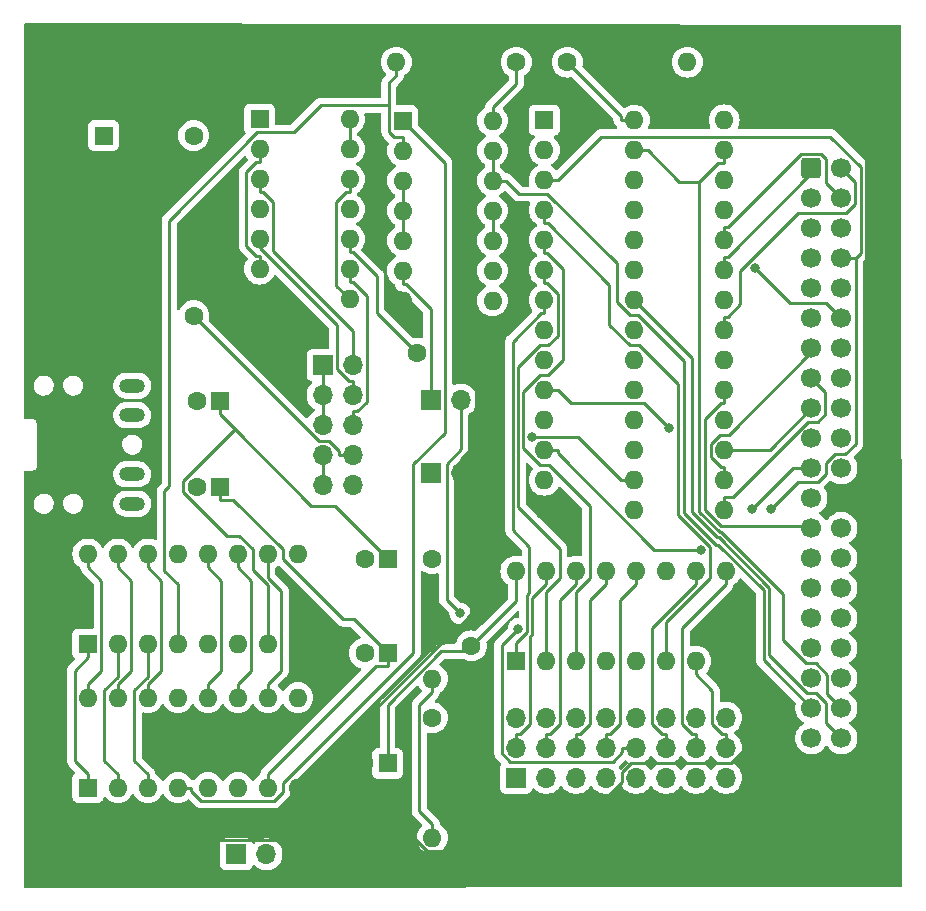
<source format=gbr>
%TF.GenerationSoftware,KiCad,Pcbnew,(7.0.0)*%
%TF.CreationDate,2023-03-05T15:20:25+10:30*%
%TF.ProjectId,SoundRAM,536f756e-6452-4414-9d2e-6b696361645f,rev?*%
%TF.SameCoordinates,Original*%
%TF.FileFunction,Copper,L2,Bot*%
%TF.FilePolarity,Positive*%
%FSLAX46Y46*%
G04 Gerber Fmt 4.6, Leading zero omitted, Abs format (unit mm)*
G04 Created by KiCad (PCBNEW (7.0.0)) date 2023-03-05 15:20:25*
%MOMM*%
%LPD*%
G01*
G04 APERTURE LIST*
G04 Aperture macros list*
%AMRoundRect*
0 Rectangle with rounded corners*
0 $1 Rounding radius*
0 $2 $3 $4 $5 $6 $7 $8 $9 X,Y pos of 4 corners*
0 Add a 4 corners polygon primitive as box body*
4,1,4,$2,$3,$4,$5,$6,$7,$8,$9,$2,$3,0*
0 Add four circle primitives for the rounded corners*
1,1,$1+$1,$2,$3*
1,1,$1+$1,$4,$5*
1,1,$1+$1,$6,$7*
1,1,$1+$1,$8,$9*
0 Add four rect primitives between the rounded corners*
20,1,$1+$1,$2,$3,$4,$5,0*
20,1,$1+$1,$4,$5,$6,$7,0*
20,1,$1+$1,$6,$7,$8,$9,0*
20,1,$1+$1,$8,$9,$2,$3,0*%
G04 Aperture macros list end*
%TA.AperFunction,ComponentPad*%
%ADD10R,1.600000X1.600000*%
%TD*%
%TA.AperFunction,ComponentPad*%
%ADD11C,1.600000*%
%TD*%
%TA.AperFunction,ComponentPad*%
%ADD12O,1.600000X1.600000*%
%TD*%
%TA.AperFunction,ComponentPad*%
%ADD13R,1.700000X1.700000*%
%TD*%
%TA.AperFunction,ComponentPad*%
%ADD14O,1.700000X1.700000*%
%TD*%
%TA.AperFunction,ComponentPad*%
%ADD15C,4.400000*%
%TD*%
%TA.AperFunction,ComponentPad*%
%ADD16RoundRect,0.250000X-0.600000X-0.600000X0.600000X-0.600000X0.600000X0.600000X-0.600000X0.600000X0*%
%TD*%
%TA.AperFunction,ComponentPad*%
%ADD17C,1.700000*%
%TD*%
%TA.AperFunction,ComponentPad*%
%ADD18O,2.200000X1.200000*%
%TD*%
%TA.AperFunction,ComponentPad*%
%ADD19O,1.200000X2.200000*%
%TD*%
%TA.AperFunction,ViaPad*%
%ADD20C,0.800000*%
%TD*%
%TA.AperFunction,Conductor*%
%ADD21C,0.250000*%
%TD*%
G04 APERTURE END LIST*
D10*
%TO.P,C5,1*%
%TO.N,Net-(C5-Pad1)*%
X144084099Y-103123999D03*
D11*
%TO.P,C5,2*%
%TO.N,Net-(C5-Pad2)*%
X142084100Y-103124000D03*
%TD*%
D10*
%TO.P,C6,1*%
%TO.N,Net-(C1-Pad1)*%
X129860099Y-81787999D03*
D11*
%TO.P,C6,2*%
%TO.N,Net-(C6-Pad2)*%
X127860100Y-81788000D03*
%TD*%
D10*
%TO.P,U5,1,D2*%
%TO.N,/D5*%
X118658999Y-102352599D03*
D12*
%TO.P,U5,2,D1*%
%TO.N,/D6*%
X121198999Y-102352599D03*
%TO.P,U5,3,D0*%
%TO.N,/D7*%
X123738999Y-102352599D03*
%TO.P,U5,4,READY*%
%TO.N,Net-(U1-Pad2)*%
X126278999Y-102352599D03*
%TO.P,U5,5,~{WE}*%
%TO.N,/~{WR}*%
X128818999Y-102352599D03*
%TO.P,U5,6,~{CE}*%
%TO.N,Net-(J2-Pad12)*%
X131358999Y-102352599D03*
%TO.P,U5,7,AUDIO*%
%TO.N,Net-(C1-Pad1)*%
X133898999Y-102352599D03*
%TO.P,U5,8,GND*%
%TO.N,GND*%
X136438999Y-102352599D03*
%TO.P,U5,9,NC*%
%TO.N,unconnected-(U5-Pad9)*%
X136438999Y-94732599D03*
%TO.P,U5,10,D7*%
%TO.N,/D0*%
X133898999Y-94732599D03*
%TO.P,U5,11,D6*%
%TO.N,/D1*%
X131358999Y-94732599D03*
%TO.P,U5,12,D5*%
%TO.N,/D2*%
X128818999Y-94732599D03*
%TO.P,U5,13,D4*%
%TO.N,/D3*%
X126278999Y-94732599D03*
%TO.P,U5,14,CLK*%
%TO.N,Net-(J4-Pad1)*%
X123738999Y-94732599D03*
%TO.P,U5,15,D3*%
%TO.N,/D4*%
X121198999Y-94732599D03*
%TO.P,U5,16,VCC*%
%TO.N,+5V*%
X118658999Y-94732599D03*
%TD*%
D10*
%TO.P,U2,1,A0*%
%TO.N,/A3*%
X154899999Y-103799999D03*
D12*
%TO.P,U2,2,A1*%
%TO.N,/A4*%
X157439999Y-103799999D03*
%TO.P,U2,3,A2*%
%TO.N,/A5*%
X159979999Y-103799999D03*
%TO.P,U2,4,E1*%
%TO.N,/A7*%
X162519999Y-103799999D03*
%TO.P,U2,5,E2*%
%TO.N,/~{IORQ}*%
X165059999Y-103799999D03*
%TO.P,U2,6,E3*%
%TO.N,/A6*%
X167599999Y-103799999D03*
%TO.P,U2,7,O7*%
%TO.N,Net-(J2-Pad23)*%
X170139999Y-103799999D03*
%TO.P,U2,8,GND*%
%TO.N,GND*%
X172679999Y-103799999D03*
%TO.P,U2,9,O6*%
%TO.N,Net-(J2-Pad20)*%
X172679999Y-96179999D03*
%TO.P,U2,10,O5*%
%TO.N,Net-(J2-Pad17)*%
X170139999Y-96179999D03*
%TO.P,U2,11,O4*%
%TO.N,Net-(J2-Pad14)*%
X167599999Y-96179999D03*
%TO.P,U2,12,O3*%
%TO.N,Net-(J2-Pad11)*%
X165059999Y-96179999D03*
%TO.P,U2,13,O2*%
%TO.N,Net-(J2-Pad8)*%
X162519999Y-96179999D03*
%TO.P,U2,14,O1*%
%TO.N,Net-(J2-Pad5)*%
X159979999Y-96179999D03*
%TO.P,U2,15,O0*%
%TO.N,Net-(J2-Pad2)*%
X157439999Y-96179999D03*
%TO.P,U2,16,VCC*%
%TO.N,+5V*%
X154899999Y-96179999D03*
%TD*%
D11*
%TO.P,C4,1*%
%TO.N,+5V*%
X146530000Y-77720000D03*
%TO.P,C4,2*%
%TO.N,GND*%
X151530000Y-77720000D03*
%TD*%
D13*
%TO.P,J2,1,Pin_1*%
%TO.N,Net-(J2-Pad1)*%
X154919999Y-113679999D03*
D14*
%TO.P,J2,2,Pin_2*%
%TO.N,Net-(J2-Pad2)*%
X154919999Y-111139999D03*
%TO.P,J2,3,Pin_3*%
%TO.N,Net-(J2-Pad12)*%
X154919999Y-108599999D03*
%TO.P,J2,4,Pin_4*%
%TO.N,Net-(J2-Pad1)*%
X157459999Y-113679999D03*
%TO.P,J2,5,Pin_5*%
%TO.N,Net-(J2-Pad5)*%
X157459999Y-111139999D03*
%TO.P,J2,6,Pin_6*%
%TO.N,Net-(J2-Pad12)*%
X157459999Y-108599999D03*
%TO.P,J2,7,PIN_7*%
%TO.N,Net-(J2-Pad1)*%
X159999999Y-113679999D03*
%TO.P,J2,8,PIN_8*%
%TO.N,Net-(J2-Pad8)*%
X159999999Y-111139999D03*
%TO.P,J2,9,PIN_9*%
%TO.N,Net-(J2-Pad12)*%
X159999999Y-108599999D03*
%TO.P,J2,10,PIN_10*%
%TO.N,Net-(J2-Pad1)*%
X162539999Y-113679999D03*
%TO.P,J2,11,PIN_11*%
%TO.N,Net-(J2-Pad11)*%
X162539999Y-111139999D03*
%TO.P,J2,12,PIN_12*%
%TO.N,Net-(J2-Pad12)*%
X162539999Y-108599999D03*
%TO.P,J2,13,PIN_13*%
%TO.N,Net-(J2-Pad1)*%
X165079999Y-113679999D03*
%TO.P,J2,14,PIN_14*%
%TO.N,Net-(J2-Pad14)*%
X165079999Y-111139999D03*
%TO.P,J2,15,PIN_15*%
%TO.N,Net-(J2-Pad12)*%
X165079999Y-108599999D03*
%TO.P,J2,16,PIN_16*%
%TO.N,Net-(J2-Pad1)*%
X167619999Y-113679999D03*
%TO.P,J2,17,PIN_17*%
%TO.N,Net-(J2-Pad17)*%
X167619999Y-111139999D03*
%TO.P,J2,18,PIN_18*%
%TO.N,Net-(J2-Pad12)*%
X167619999Y-108599999D03*
%TO.P,J2,19,PIN_19*%
%TO.N,Net-(J2-Pad1)*%
X170159999Y-113679999D03*
%TO.P,J2,20,PIN_20*%
%TO.N,Net-(J2-Pad20)*%
X170159999Y-111139999D03*
%TO.P,J2,21,PIN_21*%
%TO.N,Net-(J2-Pad12)*%
X170159999Y-108599999D03*
%TO.P,J2,22,PIN_22*%
%TO.N,Net-(J2-Pad1)*%
X172699999Y-113679999D03*
%TO.P,J2,23,PIN_23*%
%TO.N,Net-(J2-Pad23)*%
X172699999Y-111139999D03*
%TO.P,J2,24,PIN_24*%
%TO.N,Net-(J2-Pad12)*%
X172699999Y-108599999D03*
%TD*%
D10*
%TO.P,C1,1*%
%TO.N,Net-(C1-Pad1)*%
X144084099Y-95122999D03*
D11*
%TO.P,C1,2*%
%TO.N,Net-(C1-Pad2)*%
X142084100Y-95123000D03*
%TD*%
D15*
%TO.P,H4,1,1*%
%TO.N,GND*%
X184023000Y-119507000D03*
%TD*%
D13*
%TO.P,J3,1,Pin_1*%
%TO.N,Net-(J3-Pad1)*%
X147700999Y-81660999D03*
D14*
%TO.P,J3,2,Pin_2*%
%TO.N,/~{WAIT}*%
X150240999Y-81660999D03*
%TD*%
D10*
%TO.P,X1,1,NC*%
%TO.N,unconnected-(X1-Pad1)*%
X119999999Y-59299999D03*
D11*
%TO.P,X1,7,GND*%
%TO.N,GND*%
X120000000Y-74540000D03*
%TO.P,X1,8,OUT*%
%TO.N,Net-(J4-Pad8)*%
X127620000Y-74540000D03*
%TO.P,X1,14,Vcc*%
%TO.N,+5V*%
X127620000Y-59300000D03*
%TD*%
D16*
%TO.P,J1,1,Pin_1*%
%TO.N,/A11*%
X179915400Y-62052800D03*
D17*
%TO.P,J1,2,Pin_2*%
%TO.N,/A12*%
X179915400Y-64592800D03*
%TO.P,J1,3,Pin_3*%
%TO.N,/A13*%
X179915400Y-67132800D03*
%TO.P,J1,4,Pin_4*%
%TO.N,/A14*%
X179915400Y-69672800D03*
%TO.P,J1,5,Pin_5*%
%TO.N,/A15*%
X179915400Y-72212800D03*
%TO.P,J1,6,Pin_6*%
%TO.N,/CLK*%
X179915400Y-74752800D03*
%TO.P,J1,7,Pin_7*%
%TO.N,/D4*%
X179915400Y-77292800D03*
%TO.P,J1,8,Pin_8*%
%TO.N,/D3*%
X179915400Y-79832800D03*
%TO.P,J1,9,Pin_9*%
%TO.N,/D5*%
X179915400Y-82372800D03*
%TO.P,J1,10,Pin_10*%
%TO.N,/D6*%
X179915400Y-84912800D03*
%TO.P,J1,11,Pin_11*%
%TO.N,+5V*%
X179915400Y-87452800D03*
%TO.P,J1,12,Pin_12*%
%TO.N,/D2*%
X179915400Y-89992800D03*
%TO.P,J1,13,Pin_13*%
%TO.N,/D7*%
X179915400Y-92532800D03*
%TO.P,J1,14,Pin_14*%
%TO.N,/D0*%
X179915400Y-95072800D03*
%TO.P,J1,15,Pin_15*%
%TO.N,/D1*%
X179915400Y-97612800D03*
%TO.P,J1,16,Pin_16*%
%TO.N,unconnected-(J1-Pad16)*%
X179915400Y-100152800D03*
%TO.P,J1,17,Pin_17*%
%TO.N,unconnected-(J1-Pad17)*%
X179915400Y-102692800D03*
%TO.P,J1,18,Pin_18*%
%TO.N,unconnected-(J1-Pad18)*%
X179915400Y-105232800D03*
%TO.P,J1,19,Pin_19*%
%TO.N,/~{MREQ}*%
X179915400Y-107772800D03*
%TO.P,J1,20,Pin_20*%
%TO.N,/~{IORQ}*%
X179915400Y-110312800D03*
%TO.P,J1,21,Pin_21*%
%TO.N,/~{RD}*%
X182455400Y-110312800D03*
%TO.P,J1,22,Pin_22*%
%TO.N,/~{WR}*%
X182455400Y-107772800D03*
%TO.P,J1,23,Pin_23*%
%TO.N,unconnected-(J1-Pad23)*%
X182455400Y-105232800D03*
%TO.P,J1,24,Pin_24*%
%TO.N,/~{WAIT}*%
X182455400Y-102692800D03*
%TO.P,J1,25,Pin_25*%
%TO.N,unconnected-(J1-Pad25)*%
X182455400Y-100152800D03*
%TO.P,J1,26,Pin_26*%
%TO.N,unconnected-(J1-Pad26)*%
X182455400Y-97612800D03*
%TO.P,J1,27,Pin_27*%
%TO.N,unconnected-(J1-Pad27)*%
X182455400Y-95072800D03*
%TO.P,J1,28,Pin_28*%
%TO.N,unconnected-(J1-Pad28)*%
X182455400Y-92532800D03*
%TO.P,J1,29,Pin_29*%
%TO.N,GND*%
X182455400Y-89992800D03*
%TO.P,J1,30,Pin_30*%
%TO.N,/A0*%
X182455400Y-87452800D03*
%TO.P,J1,31,Pin_31*%
%TO.N,/A1*%
X182455400Y-84912800D03*
%TO.P,J1,32,Pin_32*%
%TO.N,/A2*%
X182455400Y-82372800D03*
%TO.P,J1,33,Pin_33*%
%TO.N,/A3*%
X182455400Y-79832800D03*
%TO.P,J1,34,Pin_34*%
%TO.N,/A4*%
X182455400Y-77292800D03*
%TO.P,J1,35,Pin_35*%
%TO.N,/A5*%
X182455400Y-74752800D03*
%TO.P,J1,36,Pin_36*%
%TO.N,/A6*%
X182455400Y-72212800D03*
%TO.P,J1,37,Pin_37*%
%TO.N,/A7*%
X182455400Y-69672800D03*
%TO.P,J1,38,Pin_38*%
%TO.N,/A8*%
X182455400Y-67132800D03*
%TO.P,J1,39,Pin_39*%
%TO.N,/A9*%
X182455400Y-64592800D03*
%TO.P,J1,40,Pin_40*%
%TO.N,/A10*%
X182455400Y-62052800D03*
%TD*%
D15*
%TO.P,H2,1,1*%
%TO.N,GND*%
X116967000Y-53340000D03*
%TD*%
D10*
%TO.P,U3,1,A14*%
%TO.N,/A14*%
X157299999Y-57992199D03*
D12*
%TO.P,U3,2,A12*%
%TO.N,/A12*%
X157299999Y-60532199D03*
%TO.P,U3,3,A7*%
%TO.N,/A7*%
X157299999Y-63072199D03*
%TO.P,U3,4,A6*%
%TO.N,/A6*%
X157299999Y-65612199D03*
%TO.P,U3,5,A5*%
%TO.N,/A5*%
X157299999Y-68152199D03*
%TO.P,U3,6,A4*%
%TO.N,/A4*%
X157299999Y-70692199D03*
%TO.P,U3,7,A3*%
%TO.N,/A3*%
X157299999Y-73232199D03*
%TO.P,U3,8,A2*%
%TO.N,/A2*%
X157299999Y-75772199D03*
%TO.P,U3,9,A1*%
%TO.N,/A1*%
X157299999Y-78312199D03*
%TO.P,U3,10,A0*%
%TO.N,/A0*%
X157299999Y-80852199D03*
%TO.P,U3,11,Q0*%
%TO.N,/D0*%
X157299999Y-83392199D03*
%TO.P,U3,12,Q1*%
%TO.N,/D1*%
X157299999Y-85932199D03*
%TO.P,U3,13,Q2*%
%TO.N,/D2*%
X157299999Y-88472199D03*
%TO.P,U3,14,GND*%
%TO.N,GND*%
X157299999Y-91012199D03*
%TO.P,U3,15,Q3*%
%TO.N,/D3*%
X172536199Y-90995999D03*
X164919999Y-91012199D03*
%TO.P,U3,16,Q4*%
%TO.N,/D4*%
X172536199Y-88455999D03*
X164919999Y-88472199D03*
%TO.P,U3,17,Q5*%
%TO.N,/D5*%
X164919999Y-85932199D03*
X172536199Y-85915999D03*
%TO.P,U3,18,Q6*%
%TO.N,/D6*%
X164919999Y-83392199D03*
X172536199Y-83375999D03*
%TO.P,U3,19,Q7*%
%TO.N,/D7*%
X164919999Y-80852199D03*
X172536199Y-80835999D03*
%TO.P,U3,20,~{CS}*%
%TO.N,Net-(U1-Pad8)*%
X164919999Y-78312199D03*
X172536199Y-78295999D03*
%TO.P,U3,21,A10*%
%TO.N,/A10*%
X164919999Y-75772199D03*
X172536199Y-75755999D03*
%TO.P,U3,22,~{OE}*%
%TO.N,/~{RD}*%
X172536199Y-73215999D03*
X164919999Y-73232199D03*
%TO.P,U3,23,A11*%
%TO.N,/A11*%
X164919999Y-70692199D03*
X172536199Y-70675999D03*
%TO.P,U3,24,A9*%
%TO.N,/A9*%
X164919999Y-68152199D03*
X172536199Y-68135999D03*
%TO.P,U3,25,A8*%
%TO.N,/A8*%
X172536199Y-65595999D03*
X164919999Y-65612199D03*
%TO.P,U3,26,A13*%
%TO.N,/A13*%
X172536199Y-63055999D03*
X164919999Y-63072199D03*
%TO.P,U3,27,~{WE}*%
%TO.N,/~{WR}*%
X172536199Y-60515999D03*
X164919999Y-60532199D03*
%TO.P,U3,28,VCC*%
%TO.N,+5V*%
X172536199Y-57975999D03*
X164919999Y-57992199D03*
%TD*%
D10*
%TO.P,C2,1*%
%TO.N,+5V*%
X144031599Y-112452599D03*
D11*
%TO.P,C2,2*%
%TO.N,GND*%
X142031600Y-112452600D03*
%TD*%
D15*
%TO.P,H3,1,1*%
%TO.N,GND*%
X183896000Y-53467000D03*
%TD*%
D10*
%TO.P,U4,1,D2*%
%TO.N,/D5*%
X118658999Y-114499999D03*
D12*
%TO.P,U4,2,D1*%
%TO.N,/D6*%
X121198999Y-114499999D03*
%TO.P,U4,3,D0*%
%TO.N,/D7*%
X123738999Y-114499999D03*
%TO.P,U4,4,READY*%
%TO.N,Net-(U1-Pad1)*%
X126278999Y-114499999D03*
%TO.P,U4,5,~{WE}*%
%TO.N,/~{WR}*%
X128818999Y-114499999D03*
%TO.P,U4,6,~{CE}*%
%TO.N,Net-(J2-Pad1)*%
X131358999Y-114499999D03*
%TO.P,U4,7,AUDIO*%
%TO.N,Net-(C5-Pad1)*%
X133898999Y-114499999D03*
%TO.P,U4,8,GND*%
%TO.N,GND*%
X136438999Y-114499999D03*
%TO.P,U4,9,NC*%
%TO.N,unconnected-(U4-Pad9)*%
X136438999Y-106879999D03*
%TO.P,U4,10,D7*%
%TO.N,/D0*%
X133898999Y-106879999D03*
%TO.P,U4,11,D6*%
%TO.N,/D1*%
X131358999Y-106879999D03*
%TO.P,U4,12,D5*%
%TO.N,/D2*%
X128818999Y-106879999D03*
%TO.P,U4,13,D4*%
%TO.N,/D3*%
X126278999Y-106879999D03*
%TO.P,U4,14,CLK*%
%TO.N,Net-(J4-Pad1)*%
X123738999Y-106879999D03*
%TO.P,U4,15,D3*%
%TO.N,/D4*%
X121198999Y-106879999D03*
%TO.P,U4,16,VCC*%
%TO.N,+5V*%
X118658999Y-106879999D03*
%TD*%
D10*
%TO.P,U6,1,~{R}*%
%TO.N,+5V*%
X133199999Y-57899999D03*
D12*
%TO.P,U6,2,D*%
%TO.N,Net-(U6-Pad2)*%
X133199999Y-60439999D03*
%TO.P,U6,3,C*%
%TO.N,/CLK*%
X133199999Y-62979999D03*
%TO.P,U6,4,~{S}*%
%TO.N,+5V*%
X133199999Y-65519999D03*
%TO.P,U6,5,Q*%
%TO.N,Net-(J4-Pad4)*%
X133199999Y-68059999D03*
%TO.P,U6,6,~{Q}*%
%TO.N,Net-(U6-Pad2)*%
X133199999Y-70599999D03*
%TO.P,U6,7,GND*%
%TO.N,GND*%
X133199999Y-73139999D03*
%TO.P,U6,8,~{Q}*%
%TO.N,Net-(U6-Pad12)*%
X140819999Y-73139999D03*
%TO.P,U6,9,Q*%
%TO.N,Net-(J4-Pad6)*%
X140819999Y-70599999D03*
%TO.P,U6,10,~{S}*%
%TO.N,+5V*%
X140819999Y-68059999D03*
%TO.P,U6,11,C*%
%TO.N,Net-(J4-Pad4)*%
X140819999Y-65519999D03*
%TO.P,U6,12,D*%
%TO.N,Net-(U6-Pad12)*%
X140819999Y-62979999D03*
%TO.P,U6,13,~{R}*%
%TO.N,+5V*%
X140819999Y-60439999D03*
%TO.P,U6,14,VCC*%
X140819999Y-57899999D03*
%TD*%
D13*
%TO.P,J6,1,Pin_1*%
%TO.N,Net-(J6-Pad1)*%
X131230999Y-120141999D03*
D14*
%TO.P,J6,2,Pin_2*%
%TO.N,+5V*%
X133770999Y-120141999D03*
%TO.P,J6,3,Pin_3*%
%TO.N,GND*%
X136230999Y-120141999D03*
%TD*%
D18*
%TO.P,J7,R*%
%TO.N,Net-(C6-Pad2)*%
X122409999Y-80470999D03*
%TO.P,J7,RN*%
%TO.N,N/C*%
X122409999Y-82970999D03*
D19*
%TO.P,J7,S*%
%TO.N,GND*%
X117409999Y-85470999D03*
D18*
%TO.P,J7,T*%
%TO.N,Net-(C7-Pad2)*%
X122409999Y-90470999D03*
%TO.P,J7,TN*%
%TO.N,N/C*%
X122409999Y-87970999D03*
%TD*%
D11*
%TO.P,R3,1*%
%TO.N,Net-(C1-Pad2)*%
X147828000Y-95123000D03*
D12*
%TO.P,R3,2*%
%TO.N,Net-(J6-Pad1)*%
X147827999Y-105282999D03*
%TD*%
D10*
%TO.P,U1,1*%
%TO.N,Net-(U1-Pad1)*%
X145299999Y-58042999D03*
D12*
%TO.P,U1,2*%
%TO.N,Net-(U1-Pad2)*%
X145299999Y-60582999D03*
%TO.P,U1,3*%
%TO.N,Net-(U1-Pad3)*%
X145299999Y-63122999D03*
%TO.P,U1,4*%
X145299999Y-65662999D03*
%TO.P,U1,5*%
X145299999Y-68202999D03*
%TO.P,U1,6*%
%TO.N,Net-(J3-Pad1)*%
X145299999Y-70742999D03*
%TO.P,U1,7,GND*%
%TO.N,GND*%
X145299999Y-73282999D03*
%TO.P,U1,8*%
%TO.N,Net-(U1-Pad8)*%
X152919999Y-73282999D03*
%TO.P,U1,9*%
%TO.N,/A15*%
X152919999Y-70742999D03*
%TO.P,U1,10*%
%TO.N,Net-(U1-Pad10)*%
X152919999Y-68202999D03*
%TO.P,U1,11*%
X152919999Y-65662999D03*
%TO.P,U1,12*%
%TO.N,/~{MREQ}*%
X152919999Y-63122999D03*
%TO.P,U1,13*%
X152919999Y-60582999D03*
%TO.P,U1,14,VCC*%
%TO.N,+5V*%
X152919999Y-58042999D03*
%TD*%
D11*
%TO.P,R4,1*%
%TO.N,Net-(C5-Pad2)*%
X147828000Y-108585000D03*
D12*
%TO.P,R4,2*%
%TO.N,Net-(J6-Pad1)*%
X147827999Y-118744999D03*
%TD*%
D11*
%TO.P,R1,1*%
%TO.N,+5V*%
X159258000Y-53086000D03*
D12*
%TO.P,R1,2*%
%TO.N,Net-(U1-Pad1)*%
X169417999Y-53085999D03*
%TD*%
D13*
%TO.P,J5,1,Pin_1*%
%TO.N,Net-(J4-Pad10)*%
X147700999Y-87883999D03*
D14*
%TO.P,J5,2,Pin_2*%
%TO.N,GND*%
X150240999Y-87883999D03*
%TD*%
D13*
%TO.P,J4,1,Pin_1*%
%TO.N,Net-(J4-Pad1)*%
X138533999Y-78739999D03*
D14*
%TO.P,J4,2,Pin_2*%
%TO.N,/CLK*%
X141073999Y-78739999D03*
%TO.P,J4,3,Pin_3*%
%TO.N,Net-(J4-Pad1)*%
X138533999Y-81279999D03*
%TO.P,J4,4,Pin_4*%
%TO.N,Net-(J4-Pad4)*%
X141073999Y-81279999D03*
%TO.P,J4,5,Pin_5*%
%TO.N,Net-(J4-Pad1)*%
X138533999Y-83819999D03*
%TO.P,J4,6,Pin_6*%
%TO.N,Net-(J4-Pad6)*%
X141073999Y-83819999D03*
%TO.P,J4,7,Pin_7*%
%TO.N,Net-(J4-Pad1)*%
X138533999Y-86359999D03*
%TO.P,J4,8,Pin_8*%
%TO.N,Net-(J4-Pad8)*%
X141073999Y-86359999D03*
%TO.P,J4,9,Pin_9*%
%TO.N,Net-(J4-Pad1)*%
X138533999Y-88899999D03*
%TO.P,J4,10,Pin_10*%
%TO.N,Net-(J4-Pad10)*%
X141073999Y-88899999D03*
%TD*%
D11*
%TO.P,R2,1*%
%TO.N,+5V*%
X154940000Y-53086000D03*
D12*
%TO.P,R2,2*%
%TO.N,Net-(U1-Pad2)*%
X144779999Y-53085999D03*
%TD*%
D10*
%TO.P,C7,1*%
%TO.N,Net-(C5-Pad1)*%
X129860099Y-89026999D03*
D11*
%TO.P,C7,2*%
%TO.N,Net-(C7-Pad2)*%
X127860100Y-89027000D03*
%TD*%
D15*
%TO.P,H1,1,1*%
%TO.N,GND*%
X116713000Y-119507000D03*
%TD*%
D11*
%TO.P,C3,1*%
%TO.N,+5V*%
X151130000Y-102500000D03*
%TO.P,C3,2*%
%TO.N,GND*%
X151130000Y-97500000D03*
%TD*%
D20*
%TO.N,+5V*%
X174898900Y-90897600D03*
%TO.N,/D4*%
X156264600Y-84852700D03*
%TO.N,/D1*%
X170601400Y-94396900D03*
%TO.N,/A0*%
X167892400Y-84085400D03*
%TO.N,/A5*%
X175120200Y-70537600D03*
%TO.N,/A7*%
X176461500Y-90938400D03*
%TO.N,/~{WAIT}*%
X150175300Y-99755500D03*
%TO.N,Net-(J2-Pad14)*%
X155109300Y-101051600D03*
%TD*%
D21*
%TO.N,+5V*%
X144031600Y-107487900D02*
X148569200Y-102950300D01*
X152920000Y-58043000D02*
X152920000Y-56917700D01*
X152920000Y-56917700D02*
X154940000Y-54897700D01*
X118659000Y-106880000D02*
X118659000Y-105754700D01*
X143131500Y-71215500D02*
X141101300Y-69185300D01*
X174898900Y-90897600D02*
X178343700Y-87452800D01*
X178343700Y-87452800D02*
X179915400Y-87452800D01*
X164920000Y-57992200D02*
X163794700Y-57992200D01*
X151130000Y-102500000D02*
X154900000Y-98730000D01*
X146530000Y-77720000D02*
X143131500Y-74321500D01*
X150679700Y-102950300D02*
X151130000Y-102500000D01*
X154940000Y-54897700D02*
X154940000Y-53086000D01*
X141101300Y-69185300D02*
X140820000Y-69185300D01*
X118659000Y-105754700D02*
X119784300Y-104629400D01*
X140820000Y-68060000D02*
X140820000Y-69185300D01*
X144031600Y-112452600D02*
X144031600Y-107487900D01*
X140820000Y-57900000D02*
X140820000Y-60440000D01*
X159258000Y-53086000D02*
X163794700Y-57622700D01*
X119784300Y-104629400D02*
X119784300Y-96983200D01*
X119784300Y-96983200D02*
X118659000Y-95857900D01*
X154900000Y-98730000D02*
X154900000Y-96180000D01*
X163794700Y-57622700D02*
X163794700Y-57992200D01*
X148569200Y-102950300D02*
X150679700Y-102950300D01*
X118659000Y-94732600D02*
X118659000Y-95857900D01*
X143131500Y-74321500D02*
X143131500Y-71215500D01*
%TO.N,GND*%
X151130000Y-99832400D02*
X148687500Y-102274900D01*
X184546900Y-54117900D02*
X183896000Y-53467000D01*
X136439000Y-118758700D02*
X136439000Y-114500000D01*
X158013200Y-119902900D02*
X163843400Y-114072700D01*
X120000000Y-74540000D02*
X120000000Y-81455700D01*
X147378900Y-119902900D02*
X158013200Y-119902900D01*
X136231000Y-120142000D02*
X136231000Y-119079300D01*
X172680000Y-103800000D02*
X172680000Y-104925300D01*
X150241000Y-96611000D02*
X151130000Y-97500000D01*
X142031600Y-114500000D02*
X142031600Y-112452600D01*
X142031600Y-114500000D02*
X142031600Y-114555600D01*
X136231000Y-118966700D02*
X117253300Y-118966700D01*
X174901400Y-107146700D02*
X174901400Y-110635200D01*
X136439000Y-114500000D02*
X137564300Y-114500000D01*
X148687500Y-102274900D02*
X148589200Y-102274900D01*
X136231000Y-118966700D02*
X136439000Y-118758700D01*
X151130000Y-97500000D02*
X151130000Y-99832400D01*
X173126600Y-112410000D02*
X174901400Y-110635200D01*
X117253300Y-118966700D02*
X116713000Y-119507000D01*
X150241000Y-87884000D02*
X150241000Y-86708700D01*
X120000000Y-81455700D02*
X117410000Y-84045700D01*
X174901400Y-110635200D02*
X175151200Y-110635200D01*
X148589200Y-102274900D02*
X142031600Y-108832500D01*
X163843400Y-114072700D02*
X163843400Y-113190600D01*
X136231000Y-119079300D02*
X136231000Y-118966700D01*
X163843400Y-113190600D02*
X164624000Y-112410000D01*
X150241000Y-86708700D02*
X151530000Y-85419700D01*
X151530000Y-85419700D02*
X151530000Y-77720000D01*
X172680000Y-104925300D02*
X174901400Y-107146700D01*
X184546900Y-87901300D02*
X184546900Y-54117900D01*
X142031600Y-114555600D02*
X147378900Y-119902900D01*
X164624000Y-112410000D02*
X173126600Y-112410000D01*
X150241000Y-87884000D02*
X150241000Y-96611000D01*
X182455400Y-89992800D02*
X184546900Y-87901300D01*
X142031600Y-114500000D02*
X137564300Y-114500000D01*
X117410000Y-85471000D02*
X117410000Y-84045700D01*
X175151200Y-110635200D02*
X184023000Y-119507000D01*
X142031600Y-108832500D02*
X142031600Y-112452600D01*
%TO.N,/A11*%
X172817600Y-69550700D02*
X179915400Y-62452900D01*
X172536200Y-69550700D02*
X172817600Y-69550700D01*
X179915400Y-62452900D02*
X179915400Y-62052800D01*
X172536200Y-70676000D02*
X172536200Y-69550700D01*
%TO.N,/CLK*%
X141074000Y-78740000D02*
X141074000Y-75835800D01*
X134325300Y-69087100D02*
X134325300Y-64949200D01*
X141074000Y-75835800D02*
X134325300Y-69087100D01*
X134325300Y-64949200D02*
X133481400Y-64105300D01*
X133200000Y-62980000D02*
X133200000Y-64105300D01*
X133481400Y-64105300D02*
X133200000Y-64105300D01*
%TO.N,/D4*%
X122324300Y-104629400D02*
X122324300Y-96983200D01*
X179915400Y-77653100D02*
X179915400Y-77292800D01*
X164920000Y-88472200D02*
X163794700Y-88472200D01*
X121199000Y-94732600D02*
X121199000Y-95857900D01*
X172922500Y-84646000D02*
X179915400Y-77653100D01*
X160116900Y-84794400D02*
X163794700Y-88472200D01*
X172536200Y-87330700D02*
X172254900Y-87330700D01*
X172183400Y-84646000D02*
X172922500Y-84646000D01*
X156264600Y-84852700D02*
X156322900Y-84794400D01*
X121199000Y-106880000D02*
X121199000Y-105754700D01*
X121199000Y-105754700D02*
X122324300Y-104629400D01*
X172254900Y-87330700D02*
X171405500Y-86481300D01*
X172536200Y-88456000D02*
X172536200Y-87330700D01*
X171405500Y-86481300D02*
X171405500Y-85423900D01*
X171405500Y-85423900D02*
X172183400Y-84646000D01*
X156322900Y-84794400D02*
X160116900Y-84794400D01*
X122324300Y-96983200D02*
X121199000Y-95857900D01*
%TO.N,/D3*%
X181092300Y-81009700D02*
X179915400Y-79832800D01*
X181092300Y-82896900D02*
X181092300Y-81009700D01*
X180441000Y-83548200D02*
X181092300Y-82896900D01*
X172536200Y-89870700D02*
X173295300Y-89870700D01*
X172536200Y-90996000D02*
X172536200Y-89870700D01*
X173295300Y-89870700D02*
X179617800Y-83548200D01*
X179617800Y-83548200D02*
X180441000Y-83548200D01*
%TO.N,/D5*%
X117533700Y-104603200D02*
X118659000Y-103477900D01*
X118659000Y-113374700D02*
X117533700Y-112249400D01*
X176372200Y-85916000D02*
X172536200Y-85916000D01*
X118659000Y-114500000D02*
X118659000Y-113374700D01*
X117533700Y-112249400D02*
X117533700Y-104603200D01*
X118659000Y-102352600D02*
X118659000Y-103477900D01*
X179915400Y-82372800D02*
X176372200Y-85916000D01*
%TO.N,/D6*%
X121199000Y-113374700D02*
X120065800Y-112241500D01*
X121199000Y-105117800D02*
X121199000Y-102352600D01*
X120065800Y-106251000D02*
X121199000Y-105117800D01*
X120065800Y-112241500D02*
X120065800Y-106251000D01*
X121199000Y-114500000D02*
X121199000Y-113374700D01*
%TO.N,/D2*%
X129944300Y-96983200D02*
X128819000Y-95857900D01*
X128819000Y-106880000D02*
X128819000Y-105754700D01*
X129944300Y-104629400D02*
X129944300Y-96983200D01*
X128819000Y-105754700D02*
X129944300Y-104629400D01*
X128819000Y-94732600D02*
X128819000Y-95857900D01*
%TO.N,/D7*%
X123739000Y-113374700D02*
X122605800Y-112241500D01*
X170933600Y-91024200D02*
X172305600Y-92396200D01*
X179778800Y-92396200D02*
X179915400Y-92532800D01*
X172536200Y-80836000D02*
X172536200Y-81961300D01*
X172305600Y-92396200D02*
X179778800Y-92396200D01*
X172254900Y-81961300D02*
X170933600Y-83282600D01*
X123739000Y-105117800D02*
X123739000Y-102352600D01*
X122605800Y-112241500D02*
X122605800Y-106251000D01*
X170933600Y-83282600D02*
X170933600Y-91024200D01*
X172536200Y-81961300D02*
X172254900Y-81961300D01*
X122605800Y-106251000D02*
X123739000Y-105117800D01*
X123739000Y-114500000D02*
X123739000Y-113374700D01*
%TO.N,/D0*%
X133899000Y-96720100D02*
X135024300Y-97845400D01*
X133899000Y-94732600D02*
X133899000Y-95857900D01*
X135024300Y-104629400D02*
X133899000Y-105754700D01*
X133899000Y-106880000D02*
X133899000Y-105754700D01*
X133899000Y-95857900D02*
X133899000Y-96720100D01*
X135024300Y-97845400D02*
X135024300Y-104629400D01*
%TO.N,/D1*%
X132484300Y-104629400D02*
X132484300Y-96983200D01*
X131359000Y-106880000D02*
X131359000Y-105754700D01*
X158425300Y-85932200D02*
X158425300Y-86213500D01*
X157300000Y-85932200D02*
X158425300Y-85932200D01*
X132484300Y-96983200D02*
X131359000Y-95857900D01*
X131359000Y-105754700D02*
X132484300Y-104629400D01*
X131359000Y-94732600D02*
X131359000Y-95857900D01*
X158425300Y-86213500D02*
X166608700Y-94396900D01*
X166608700Y-94396900D02*
X170601400Y-94396900D01*
%TO.N,/~{MREQ}*%
X172038900Y-93937700D02*
X175882600Y-97781400D01*
X175882600Y-103740100D02*
X175882700Y-103740100D01*
X171804900Y-93937700D02*
X172038900Y-93937700D01*
X169107300Y-78357600D02*
X169107300Y-91240200D01*
X169107400Y-91240200D02*
X171804900Y-93937700D01*
X152920000Y-60583000D02*
X152920000Y-63123000D01*
X157541200Y-64248300D02*
X163418600Y-70125700D01*
X175882700Y-103740100D02*
X179915400Y-107772800D01*
X164532100Y-74502200D02*
X165251900Y-74502200D01*
X165251900Y-74502200D02*
X169107300Y-78357600D01*
X154045300Y-63123000D02*
X155170600Y-64248300D01*
X163418600Y-70125700D02*
X163418600Y-73388700D01*
X155170600Y-64248300D02*
X157541200Y-64248300D01*
X163418600Y-73388700D02*
X164532100Y-74502200D01*
X152920000Y-63123000D02*
X154045300Y-63123000D01*
X175882600Y-97781400D02*
X175882600Y-103740100D01*
X169107300Y-91240200D02*
X169107400Y-91240200D01*
%TO.N,/~{WR}*%
X179426700Y-103962800D02*
X177479100Y-102015200D01*
X180309700Y-103962800D02*
X179426700Y-103962800D01*
X166045300Y-60532200D02*
X168725800Y-63212700D01*
X164920000Y-60532200D02*
X166045300Y-60532200D01*
X182455400Y-107772800D02*
X181280000Y-106597400D01*
X181280000Y-104933100D02*
X180309700Y-103962800D01*
X170418900Y-63212700D02*
X171990300Y-61641300D01*
X177479100Y-98100700D02*
X172251500Y-92873100D01*
X172251500Y-92873100D02*
X172145600Y-92873100D01*
X177479100Y-102015200D02*
X177479100Y-98100700D01*
X172145600Y-92873100D02*
X170418900Y-91146400D01*
X181280000Y-106597400D02*
X181280000Y-104933100D01*
X171990300Y-61641300D02*
X172536200Y-61641300D01*
X168725800Y-63212700D02*
X170418900Y-63212700D01*
X172536200Y-60516000D02*
X172536200Y-61641300D01*
X170418900Y-91146400D02*
X170418900Y-63212700D01*
%TO.N,/A0*%
X159550600Y-81977500D02*
X165784500Y-81977500D01*
X157300000Y-80852200D02*
X158425300Y-80852200D01*
X158425300Y-80852200D02*
X159550600Y-81977500D01*
X165784500Y-81977500D02*
X167892400Y-84085400D01*
%TO.N,/A3*%
X154900000Y-102674700D02*
X154900000Y-102286700D01*
X156026400Y-94124200D02*
X154638400Y-92736200D01*
X157300000Y-73232200D02*
X157300000Y-74357500D01*
X154900000Y-103800000D02*
X154900000Y-102674700D01*
X154638400Y-92736200D02*
X154638400Y-76737800D01*
X155834600Y-101352100D02*
X155834600Y-98233300D01*
X156026400Y-98041500D02*
X156026400Y-94124200D01*
X154638400Y-76737800D02*
X157018700Y-74357500D01*
X154900000Y-102286700D02*
X155834600Y-101352100D01*
X155834600Y-98233300D02*
X156026400Y-98041500D01*
X157018700Y-74357500D02*
X157300000Y-74357500D01*
%TO.N,/A4*%
X156901000Y-77042200D02*
X157627600Y-77042200D01*
X157440000Y-103800000D02*
X157440000Y-97942200D01*
X158603500Y-96778700D02*
X158603500Y-94287600D01*
X155088800Y-90772900D02*
X155088800Y-78854400D01*
X157567100Y-71817500D02*
X157300000Y-71817500D01*
X157440000Y-97942200D02*
X158603500Y-96778700D01*
X158603500Y-94287600D02*
X155088800Y-90772900D01*
X157300000Y-70692200D02*
X157300000Y-71817500D01*
X158425300Y-76244500D02*
X158425300Y-72675700D01*
X157627600Y-77042200D02*
X158425300Y-76244500D01*
X155088800Y-78854400D02*
X156901000Y-77042200D01*
X158425300Y-72675700D02*
X157567100Y-71817500D01*
%TO.N,/A5*%
X157514100Y-69277500D02*
X157300000Y-69277500D01*
X158875600Y-70639000D02*
X157514100Y-69277500D01*
X156977300Y-79582200D02*
X157624200Y-79582200D01*
X159980000Y-103800000D02*
X159980000Y-97942200D01*
X155539200Y-85772100D02*
X155539200Y-81020300D01*
X158875600Y-78330800D02*
X158875600Y-70639000D01*
X159980000Y-97942200D02*
X161143500Y-96778700D01*
X155539200Y-81020300D02*
X156977300Y-79582200D01*
X178065400Y-73482800D02*
X175120200Y-70537600D01*
X157624200Y-79582200D02*
X158875600Y-78330800D01*
X156970000Y-87202900D02*
X155539200Y-85772100D01*
X161143500Y-90648600D02*
X157697800Y-87202900D01*
X157697800Y-87202900D02*
X156970000Y-87202900D01*
X161143500Y-96778700D02*
X161143500Y-90648600D01*
X157300000Y-68152200D02*
X157300000Y-69277500D01*
X182455400Y-74752800D02*
X181185400Y-73482800D01*
X181185400Y-73482800D02*
X178065400Y-73482800D01*
%TO.N,/A6*%
X157300000Y-65612200D02*
X157300000Y-66737500D01*
X169059700Y-91829500D02*
X169059800Y-91829500D01*
X162801100Y-75317800D02*
X164525500Y-77042200D01*
X157581300Y-66737500D02*
X162801100Y-71957300D01*
X162801100Y-71957300D02*
X162801100Y-75317800D01*
X171326700Y-96755500D02*
X167600000Y-100482200D01*
X168617800Y-80374500D02*
X168617800Y-91387600D01*
X164525500Y-77042200D02*
X165285500Y-77042200D01*
X169059800Y-91829500D02*
X171326700Y-94096400D01*
X165285500Y-77042200D02*
X168617800Y-80374500D01*
X167600000Y-100482200D02*
X167600000Y-103800000D01*
X157300000Y-66737500D02*
X157581300Y-66737500D01*
X168617800Y-91387600D02*
X169059700Y-91829500D01*
X171326700Y-94096400D02*
X171326700Y-96755500D01*
%TO.N,/A7*%
X157300000Y-63072200D02*
X158425300Y-63072200D01*
X184096600Y-61956700D02*
X184096600Y-69235300D01*
X180482700Y-88628200D02*
X178771700Y-88628200D01*
X181185400Y-87925500D02*
X180482700Y-88628200D01*
X182772400Y-86277400D02*
X181929800Y-86277400D01*
X181929800Y-86277400D02*
X181185400Y-87021800D01*
X181185400Y-87021800D02*
X181185400Y-87925500D01*
X181527100Y-59387200D02*
X184096600Y-61956700D01*
X183659100Y-69672800D02*
X182455400Y-69672800D01*
X158425300Y-63072200D02*
X162110300Y-59387200D01*
X184096600Y-69235300D02*
X183659100Y-69672800D01*
X183659100Y-85390700D02*
X182772400Y-86277400D01*
X178771700Y-88628200D02*
X176461500Y-90938400D01*
X162110300Y-59387200D02*
X181527100Y-59387200D01*
X183659100Y-69672800D02*
X183659100Y-85390700D01*
%TO.N,/A9*%
X172536200Y-68136000D02*
X172536200Y-67010700D01*
X180749800Y-60852400D02*
X181185900Y-61288500D01*
X172872200Y-67010700D02*
X179030500Y-60852400D01*
X179030500Y-60852400D02*
X180749800Y-60852400D01*
X181185900Y-63323300D02*
X182455400Y-64592800D01*
X172536200Y-67010700D02*
X172872200Y-67010700D01*
X181185900Y-61288500D02*
X181185900Y-63323300D01*
%TO.N,/A10*%
X182857100Y-65862800D02*
X183646300Y-65073600D01*
X172817600Y-74630700D02*
X173848100Y-73600200D01*
X183646300Y-65073600D02*
X183646300Y-63243700D01*
X183646300Y-63243700D02*
X182455400Y-62052800D01*
X173848100Y-70777500D02*
X178762800Y-65862800D01*
X172536200Y-74630700D02*
X172817600Y-74630700D01*
X172536200Y-75756000D02*
X172536200Y-74630700D01*
X178762800Y-65862800D02*
X182857100Y-65862800D01*
X173848100Y-73600200D02*
X173848100Y-70777500D01*
%TO.N,Net-(J3-Pad1)*%
X145581300Y-71868300D02*
X147701000Y-73988000D01*
X147701000Y-73988000D02*
X147701000Y-81661000D01*
X145300000Y-71868300D02*
X145581300Y-71868300D01*
X145300000Y-70743000D02*
X145300000Y-71868300D01*
%TO.N,Net-(J4-Pad1)*%
X138534000Y-81280000D02*
X138534000Y-78740000D01*
X124864300Y-96983200D02*
X123739000Y-95857900D01*
X138534000Y-83820000D02*
X138534000Y-81280000D01*
X138534000Y-88900000D02*
X138534000Y-86360000D01*
X123739000Y-94732600D02*
X123739000Y-95857900D01*
X123739000Y-106880000D02*
X123739000Y-105754700D01*
X123739000Y-105754700D02*
X124864300Y-104629400D01*
X124864300Y-104629400D02*
X124864300Y-96983200D01*
%TO.N,Net-(J4-Pad8)*%
X138215000Y-85184700D02*
X127620000Y-74589700D01*
X127620000Y-74589700D02*
X127620000Y-74540000D01*
X141074000Y-86360000D02*
X139898700Y-86360000D01*
X139090800Y-85184700D02*
X138215000Y-85184700D01*
X139898700Y-85992600D02*
X139090800Y-85184700D01*
X139898700Y-86360000D02*
X139898700Y-85992600D01*
%TO.N,/~{WAIT}*%
X150241000Y-85858100D02*
X149023400Y-87075700D01*
X149023400Y-87075700D02*
X149023400Y-98603600D01*
X149023400Y-98603600D02*
X150175300Y-99755500D01*
X150241000Y-81661000D02*
X150241000Y-85858100D01*
%TO.N,Net-(C1-Pad1)*%
X139596600Y-90635500D02*
X137582300Y-90635500D01*
X126689100Y-89475600D02*
X130410100Y-93196600D01*
X131493800Y-93196600D02*
X132629000Y-94331800D01*
X131088700Y-84141800D02*
X129860100Y-82913300D01*
X132629000Y-94331800D02*
X132629000Y-96087000D01*
X144084100Y-95123000D02*
X139596600Y-90635500D01*
X129860100Y-81788000D02*
X129860100Y-82913300D01*
X133899000Y-97357000D02*
X133899000Y-102352600D01*
X132629000Y-96087000D02*
X133899000Y-97357000D01*
X131088700Y-84141800D02*
X126689100Y-88541400D01*
X137582300Y-90635500D02*
X131088700Y-84141800D01*
X126689100Y-88541400D02*
X126689100Y-89475600D01*
X130410100Y-93196600D02*
X131493800Y-93196600D01*
%TO.N,Net-(U6-Pad2)*%
X132074700Y-62409200D02*
X132918600Y-61565300D01*
X132074700Y-68630700D02*
X132074700Y-62409200D01*
X133200000Y-69474700D02*
X132918700Y-69474700D01*
X132918600Y-61565300D02*
X133200000Y-61565300D01*
X132918700Y-69474700D02*
X132074700Y-68630700D01*
X133200000Y-60440000D02*
X133200000Y-61565300D01*
X133200000Y-70600000D02*
X133200000Y-69474700D01*
%TO.N,Net-(U6-Pad12)*%
X140820000Y-62980000D02*
X140820000Y-64105300D01*
X139694700Y-72014700D02*
X140820000Y-73140000D01*
X140538600Y-64105300D02*
X139694700Y-64949200D01*
X140820000Y-64105300D02*
X140538600Y-64105300D01*
X139694700Y-64949200D02*
X139694700Y-72014700D01*
%TO.N,Net-(C5-Pad1)*%
X133899000Y-113374700D02*
X143024400Y-104249300D01*
X135169000Y-95114300D02*
X140291400Y-100236700D01*
X129860100Y-89027000D02*
X129860100Y-90152300D01*
X141196800Y-100236700D02*
X144084100Y-103124000D01*
X133899000Y-114500000D02*
X133899000Y-113374700D01*
X135169000Y-94335900D02*
X135169000Y-95114300D01*
X140291400Y-100236700D02*
X141196800Y-100236700D01*
X143024400Y-104249300D02*
X144084100Y-104249300D01*
X130985400Y-90152300D02*
X135169000Y-94335900D01*
X144084100Y-103124000D02*
X144084100Y-104249300D01*
X129860100Y-90152300D02*
X130985400Y-90152300D01*
%TO.N,Net-(J2-Pad5)*%
X157460000Y-111140000D02*
X157460000Y-109964700D01*
X159980000Y-96180000D02*
X159980000Y-97305300D01*
X157460000Y-109964700D02*
X157827400Y-109964700D01*
X158635300Y-98650000D02*
X159980000Y-97305300D01*
X158635300Y-109156800D02*
X158635300Y-98650000D01*
X157827400Y-109964700D02*
X158635300Y-109156800D01*
%TO.N,Net-(J2-Pad8)*%
X161175300Y-98650000D02*
X162520000Y-97305300D01*
X160000000Y-111140000D02*
X160000000Y-109964700D01*
X160000000Y-109964700D02*
X160367400Y-109964700D01*
X160367400Y-109964700D02*
X161175300Y-109156800D01*
X162520000Y-96180000D02*
X162520000Y-97305300D01*
X161175300Y-109156800D02*
X161175300Y-98650000D01*
%TO.N,Net-(J2-Pad11)*%
X165060000Y-96180000D02*
X165060000Y-97305300D01*
X163716000Y-98649300D02*
X165060000Y-97305300D01*
X162540000Y-111140000D02*
X162540000Y-109964700D01*
X162907300Y-109964700D02*
X163716000Y-109156000D01*
X162540000Y-109964700D02*
X162907300Y-109964700D01*
X163716000Y-109156000D02*
X163716000Y-98649300D01*
%TO.N,Net-(J2-Pad14)*%
X153698100Y-111586000D02*
X153698100Y-102462800D01*
X163904700Y-111140000D02*
X163904700Y-111507300D01*
X163904700Y-111507300D02*
X163093700Y-112318300D01*
X154430400Y-112318300D02*
X153698100Y-111586000D01*
X153698100Y-102462800D02*
X155109300Y-101051600D01*
X163093700Y-112318300D02*
X154430400Y-112318300D01*
X165080000Y-111140000D02*
X163904700Y-111140000D01*
%TO.N,Net-(J2-Pad17)*%
X166424100Y-101021200D02*
X170140000Y-97305300D01*
X167620000Y-109964700D02*
X167252700Y-109964700D01*
X170140000Y-96180000D02*
X170140000Y-97305300D01*
X166424100Y-109136100D02*
X166424100Y-101021200D01*
X167252700Y-109964700D02*
X166424100Y-109136100D01*
X167620000Y-111140000D02*
X167620000Y-109964700D01*
%TO.N,Net-(J4-Pad4)*%
X139712100Y-79054400D02*
X140762400Y-80104700D01*
X133200000Y-68837800D02*
X139712100Y-75349900D01*
X140762400Y-80104700D02*
X141074000Y-80104700D01*
X133200000Y-68060000D02*
X133200000Y-68837800D01*
X141074000Y-81280000D02*
X141074000Y-80104700D01*
X139712100Y-75349900D02*
X139712100Y-79054400D01*
%TO.N,Net-(J4-Pad6)*%
X141441300Y-82644700D02*
X142262500Y-81823500D01*
X142262500Y-72886500D02*
X141101300Y-71725300D01*
X141101300Y-71725300D02*
X140820000Y-71725300D01*
X141074000Y-83820000D02*
X141074000Y-82644700D01*
X141074000Y-82644700D02*
X141441300Y-82644700D01*
X142262500Y-81823500D02*
X142262500Y-72886500D01*
X140820000Y-70600000D02*
X140820000Y-71725300D01*
%TO.N,Net-(J2-Pad2)*%
X157440000Y-96180000D02*
X157440000Y-97305300D01*
X156284900Y-98460400D02*
X157440000Y-97305300D01*
X156095300Y-109156800D02*
X156095300Y-101728300D01*
X156284900Y-101538700D02*
X156284900Y-98460400D01*
X156095300Y-101728300D02*
X156284900Y-101538700D01*
X155287400Y-109964700D02*
X156095300Y-109156800D01*
X154920000Y-109964700D02*
X155287400Y-109964700D01*
X154920000Y-111140000D02*
X154920000Y-109964700D01*
%TO.N,Net-(U1-Pad1)*%
X146211600Y-103071900D02*
X146211600Y-87136400D01*
X128248200Y-115625300D02*
X134413700Y-115625300D01*
X127404300Y-114781400D02*
X128248200Y-115625300D01*
X146211600Y-87136400D02*
X148884500Y-84463500D01*
X148884500Y-84463500D02*
X148884500Y-61627500D01*
X134413700Y-115625300D02*
X135169000Y-114870000D01*
X148884500Y-61627500D02*
X145300000Y-58043000D01*
X127404300Y-114500000D02*
X127404300Y-114781400D01*
X135169000Y-114870000D02*
X135169000Y-114114500D01*
X135169000Y-114114500D02*
X146211600Y-103071900D01*
X126279000Y-114500000D02*
X127404300Y-114500000D01*
%TO.N,Net-(U1-Pad2)*%
X136101200Y-59025400D02*
X138372100Y-56754500D01*
X125139000Y-96127900D02*
X125139000Y-89419200D01*
X125549200Y-89009000D02*
X125549200Y-66494100D01*
X144150700Y-54840600D02*
X144780000Y-54211300D01*
X126279000Y-97267900D02*
X125139000Y-96127900D01*
X145300000Y-60583000D02*
X145300000Y-59457700D01*
X144150700Y-56754500D02*
X144150700Y-54840600D01*
X144596700Y-59457700D02*
X144150700Y-59011700D01*
X144780000Y-53086000D02*
X144780000Y-54211300D01*
X145300000Y-59457700D02*
X144596700Y-59457700D01*
X126279000Y-102352600D02*
X126279000Y-97267900D01*
X125549200Y-66494100D02*
X133017900Y-59025400D01*
X133017900Y-59025400D02*
X136101200Y-59025400D01*
X138372100Y-56754500D02*
X144150700Y-56754500D01*
X144150700Y-59011700D02*
X144150700Y-56754500D01*
X125139000Y-89419200D02*
X125549200Y-89009000D01*
%TO.N,Net-(U1-Pad3)*%
X145300000Y-68203000D02*
X145300000Y-65663000D01*
X145300000Y-65663000D02*
X145300000Y-63123000D01*
%TO.N,Net-(J2-Pad20)*%
X169792700Y-109964700D02*
X168974900Y-109146900D01*
X172680000Y-96180000D02*
X172680000Y-97305300D01*
X170160000Y-109964700D02*
X169792700Y-109964700D01*
X170160000Y-111140000D02*
X170160000Y-109964700D01*
X168974900Y-109146900D02*
X168974900Y-101010400D01*
X168974900Y-101010400D02*
X172680000Y-97305300D01*
%TO.N,Net-(J2-Pad23)*%
X171524700Y-109156800D02*
X171524700Y-106310000D01*
X171524700Y-106310000D02*
X170140000Y-104925300D01*
X172700000Y-111140000D02*
X172700000Y-109964700D01*
X172700000Y-109964700D02*
X172332600Y-109964700D01*
X170140000Y-103800000D02*
X170140000Y-104925300D01*
X172332600Y-109964700D02*
X171524700Y-109156800D01*
%TO.N,Net-(U1-Pad10)*%
X152920000Y-65663000D02*
X152920000Y-68203000D01*
%TO.N,Net-(J6-Pad1)*%
X147828000Y-118745000D02*
X147828000Y-117619700D01*
X146702700Y-116494400D02*
X146702700Y-107533600D01*
X146702700Y-107533600D02*
X147828000Y-106408300D01*
X147828000Y-117619700D02*
X146702700Y-116494400D01*
X147828000Y-105283000D02*
X147828000Y-106408300D01*
%TO.N,/~{RD}*%
X171959100Y-93323500D02*
X172061600Y-93323500D01*
X169782100Y-78094300D02*
X169782100Y-91146500D01*
X179518900Y-106502800D02*
X180311800Y-106502800D01*
X169782100Y-91146500D02*
X171959100Y-93323500D01*
X176333000Y-103316900D02*
X179518900Y-106502800D01*
X181185400Y-109042800D02*
X182455400Y-110312800D01*
X181185400Y-107376400D02*
X181185400Y-109042800D01*
X164920000Y-73232200D02*
X169782100Y-78094300D01*
X180311800Y-106502800D02*
X181185400Y-107376400D01*
X172061600Y-93323500D02*
X176333000Y-97594900D01*
X176333000Y-97594900D02*
X176333000Y-103316900D01*
%TD*%
%TA.AperFunction,Conductor*%
%TO.N,GND*%
G36*
X171489970Y-111799457D02*
G01*
X171535481Y-111841354D01*
X171624278Y-111977268D01*
X171637547Y-111991682D01*
X171773227Y-112139069D01*
X171773231Y-112139073D01*
X171776760Y-112142906D01*
X171954424Y-112281189D01*
X171959002Y-112283666D01*
X171959009Y-112283671D01*
X171987680Y-112299187D01*
X172035951Y-112345503D01*
X172053710Y-112410000D01*
X172035951Y-112474497D01*
X171987680Y-112520813D01*
X171959009Y-112536328D01*
X171958993Y-112536338D01*
X171954424Y-112538811D01*
X171950313Y-112542010D01*
X171950311Y-112542012D01*
X171780878Y-112673888D01*
X171780872Y-112673893D01*
X171776760Y-112677094D01*
X171773237Y-112680919D01*
X171773227Y-112680930D01*
X171627806Y-112838899D01*
X171627802Y-112838902D01*
X171624278Y-112842732D01*
X171621430Y-112847090D01*
X171621427Y-112847095D01*
X171535483Y-112978643D01*
X171489969Y-113020542D01*
X171430000Y-113035728D01*
X171370031Y-113020542D01*
X171324517Y-112978643D01*
X171311077Y-112958071D01*
X171235722Y-112842732D01*
X171165308Y-112766243D01*
X171086772Y-112680930D01*
X171086767Y-112680925D01*
X171083240Y-112677094D01*
X170905576Y-112538811D01*
X170901002Y-112536336D01*
X170900995Y-112536331D01*
X170872320Y-112520814D01*
X170824048Y-112474498D01*
X170806289Y-112410000D01*
X170824048Y-112345502D01*
X170872320Y-112299186D01*
X170875996Y-112297197D01*
X170905576Y-112281189D01*
X171083240Y-112142906D01*
X171235722Y-111977268D01*
X171324518Y-111841354D01*
X171370030Y-111799457D01*
X171430000Y-111784271D01*
X171489970Y-111799457D01*
G37*
%TD.AperFunction*%
%TA.AperFunction,Conductor*%
G36*
X168949970Y-111799457D02*
G01*
X168995481Y-111841354D01*
X169084278Y-111977268D01*
X169097547Y-111991682D01*
X169233227Y-112139069D01*
X169233231Y-112139073D01*
X169236760Y-112142906D01*
X169414424Y-112281189D01*
X169419002Y-112283666D01*
X169419009Y-112283671D01*
X169447680Y-112299187D01*
X169495951Y-112345503D01*
X169513710Y-112410000D01*
X169495951Y-112474497D01*
X169447680Y-112520813D01*
X169419009Y-112536328D01*
X169418993Y-112536338D01*
X169414424Y-112538811D01*
X169410313Y-112542010D01*
X169410311Y-112542012D01*
X169240878Y-112673888D01*
X169240872Y-112673893D01*
X169236760Y-112677094D01*
X169233237Y-112680919D01*
X169233227Y-112680930D01*
X169087806Y-112838899D01*
X169087802Y-112838902D01*
X169084278Y-112842732D01*
X169081430Y-112847090D01*
X169081427Y-112847095D01*
X168995483Y-112978643D01*
X168949969Y-113020542D01*
X168890000Y-113035728D01*
X168830031Y-113020542D01*
X168784517Y-112978643D01*
X168771077Y-112958071D01*
X168695722Y-112842732D01*
X168625308Y-112766243D01*
X168546772Y-112680930D01*
X168546767Y-112680925D01*
X168543240Y-112677094D01*
X168365576Y-112538811D01*
X168361002Y-112536336D01*
X168360995Y-112536331D01*
X168332320Y-112520814D01*
X168284048Y-112474498D01*
X168266289Y-112410000D01*
X168284048Y-112345502D01*
X168332320Y-112299186D01*
X168335996Y-112297197D01*
X168365576Y-112281189D01*
X168543240Y-112142906D01*
X168695722Y-111977268D01*
X168784518Y-111841354D01*
X168830030Y-111799457D01*
X168890000Y-111784271D01*
X168949970Y-111799457D01*
G37*
%TD.AperFunction*%
%TA.AperFunction,Conductor*%
G36*
X166409970Y-111799457D02*
G01*
X166455481Y-111841354D01*
X166544278Y-111977268D01*
X166557547Y-111991682D01*
X166693227Y-112139069D01*
X166693231Y-112139073D01*
X166696760Y-112142906D01*
X166874424Y-112281189D01*
X166879002Y-112283666D01*
X166879009Y-112283671D01*
X166907680Y-112299187D01*
X166955951Y-112345503D01*
X166973710Y-112410000D01*
X166955951Y-112474497D01*
X166907680Y-112520813D01*
X166879009Y-112536328D01*
X166878993Y-112536338D01*
X166874424Y-112538811D01*
X166870313Y-112542010D01*
X166870311Y-112542012D01*
X166700878Y-112673888D01*
X166700872Y-112673893D01*
X166696760Y-112677094D01*
X166693237Y-112680919D01*
X166693227Y-112680930D01*
X166547806Y-112838899D01*
X166547802Y-112838902D01*
X166544278Y-112842732D01*
X166541430Y-112847090D01*
X166541427Y-112847095D01*
X166455483Y-112978643D01*
X166409969Y-113020542D01*
X166350000Y-113035728D01*
X166290031Y-113020542D01*
X166244517Y-112978643D01*
X166231077Y-112958071D01*
X166155722Y-112842732D01*
X166085308Y-112766243D01*
X166006772Y-112680930D01*
X166006767Y-112680925D01*
X166003240Y-112677094D01*
X165825576Y-112538811D01*
X165821002Y-112536336D01*
X165820995Y-112536331D01*
X165792320Y-112520814D01*
X165744048Y-112474498D01*
X165726289Y-112410000D01*
X165744048Y-112345502D01*
X165792320Y-112299186D01*
X165795996Y-112297197D01*
X165825576Y-112281189D01*
X166003240Y-112142906D01*
X166155722Y-111977268D01*
X166244518Y-111841354D01*
X166290030Y-111799457D01*
X166350000Y-111784271D01*
X166409970Y-111799457D01*
G37*
%TD.AperFunction*%
%TA.AperFunction,Conductor*%
G36*
X164249197Y-112214853D02*
G01*
X164334424Y-112281189D01*
X164339002Y-112283666D01*
X164339009Y-112283671D01*
X164367680Y-112299187D01*
X164415951Y-112345503D01*
X164433710Y-112410000D01*
X164415951Y-112474497D01*
X164367680Y-112520813D01*
X164339009Y-112536328D01*
X164338993Y-112536338D01*
X164334424Y-112538811D01*
X164330313Y-112542010D01*
X164330311Y-112542012D01*
X164160878Y-112673888D01*
X164160872Y-112673893D01*
X164156760Y-112677094D01*
X164153237Y-112680919D01*
X164153227Y-112680930D01*
X164007806Y-112838899D01*
X164007802Y-112838902D01*
X164004278Y-112842732D01*
X164001430Y-112847090D01*
X164001427Y-112847095D01*
X163915483Y-112978643D01*
X163869969Y-113020542D01*
X163810000Y-113035728D01*
X163750031Y-113020542D01*
X163704517Y-112978643D01*
X163618569Y-112847089D01*
X163618566Y-112847085D01*
X163615722Y-112842732D01*
X163615722Y-112842731D01*
X163616184Y-112842429D01*
X163593312Y-112791236D01*
X163597043Y-112731178D01*
X163628200Y-112679702D01*
X164082714Y-112225188D01*
X164134194Y-112194030D01*
X164194257Y-112190301D01*
X164249197Y-112214853D01*
G37*
%TD.AperFunction*%
%TA.AperFunction,Conductor*%
G36*
X155887236Y-87035462D02*
G01*
X155937395Y-87066199D01*
X156141092Y-87269897D01*
X156307353Y-87436158D01*
X156339963Y-87492640D01*
X156339964Y-87557861D01*
X156307356Y-87614345D01*
X156297693Y-87624007D01*
X156297682Y-87624019D01*
X156293802Y-87627900D01*
X156290651Y-87632399D01*
X156290646Y-87632406D01*
X156165633Y-87810942D01*
X156165627Y-87810952D01*
X156162477Y-87815451D01*
X156160153Y-87820433D01*
X156160151Y-87820438D01*
X156068039Y-88017974D01*
X156068036Y-88017979D01*
X156065716Y-88022957D01*
X156064293Y-88028265D01*
X156064293Y-88028267D01*
X156007881Y-88238798D01*
X156006457Y-88244113D01*
X156005978Y-88249586D01*
X156005977Y-88249593D01*
X155990377Y-88427908D01*
X155986502Y-88472200D01*
X155986981Y-88477675D01*
X155992667Y-88542673D01*
X156006457Y-88700287D01*
X156065716Y-88921443D01*
X156068038Y-88926423D01*
X156068039Y-88926425D01*
X156160151Y-89123961D01*
X156162477Y-89128949D01*
X156165630Y-89133452D01*
X156165633Y-89133457D01*
X156235878Y-89233776D01*
X156293802Y-89316500D01*
X156455700Y-89478398D01*
X156568928Y-89557681D01*
X156631301Y-89601356D01*
X156643251Y-89609723D01*
X156850757Y-89706484D01*
X157071913Y-89765743D01*
X157300000Y-89785698D01*
X157528087Y-89765743D01*
X157749243Y-89706484D01*
X157956749Y-89609723D01*
X158144300Y-89478398D01*
X158306198Y-89316500D01*
X158437523Y-89128949D01*
X158453833Y-89093970D01*
X158491320Y-89047261D01*
X158546145Y-89023136D01*
X158605915Y-89027052D01*
X158657122Y-89058126D01*
X160473095Y-90874099D01*
X160500409Y-90914976D01*
X160510000Y-90963194D01*
X160510000Y-94803148D01*
X160497006Y-94858876D01*
X160460704Y-94903111D01*
X160408581Y-94926727D01*
X160351389Y-94924855D01*
X160323216Y-94917306D01*
X160208087Y-94886457D01*
X160202611Y-94885977D01*
X160202606Y-94885977D01*
X159985475Y-94866981D01*
X159980000Y-94866502D01*
X159974525Y-94866981D01*
X159757393Y-94885977D01*
X159757386Y-94885978D01*
X159751913Y-94886457D01*
X159746599Y-94887880D01*
X159746598Y-94887881D01*
X159536067Y-94944293D01*
X159536065Y-94944293D01*
X159530757Y-94945716D01*
X159525778Y-94948037D01*
X159525769Y-94948041D01*
X159416249Y-94999111D01*
X159354759Y-95010646D01*
X159295300Y-94991183D01*
X159252532Y-94945520D01*
X159237000Y-94884916D01*
X159237000Y-94366363D01*
X159237527Y-94355179D01*
X159239201Y-94347691D01*
X159237061Y-94279632D01*
X159237000Y-94275675D01*
X159237000Y-94251700D01*
X159237000Y-94247744D01*
X159236493Y-94243734D01*
X159235561Y-94231894D01*
X159235555Y-94231699D01*
X159234173Y-94187710D01*
X159228520Y-94168256D01*
X159224512Y-94148897D01*
X159223482Y-94140745D01*
X159221974Y-94128803D01*
X159205697Y-94087692D01*
X159201858Y-94076482D01*
X159189518Y-94034006D01*
X159179203Y-94016566D01*
X159170510Y-93998821D01*
X159163052Y-93979983D01*
X159137064Y-93944214D01*
X159130546Y-93934290D01*
X159112078Y-93903062D01*
X159108042Y-93896237D01*
X159093718Y-93881913D01*
X159080876Y-93866877D01*
X159073634Y-93856909D01*
X159073631Y-93856906D01*
X159068972Y-93850493D01*
X159045265Y-93830881D01*
X159034905Y-93822310D01*
X159026126Y-93814321D01*
X155759205Y-90547400D01*
X155731891Y-90506523D01*
X155722300Y-90458305D01*
X155722300Y-87155295D01*
X155736033Y-87098092D01*
X155774239Y-87053359D01*
X155828589Y-87030846D01*
X155887236Y-87035462D01*
G37*
%TD.AperFunction*%
%TA.AperFunction,Conductor*%
G36*
X134855537Y-95718089D02*
G01*
X134908497Y-95749701D01*
X139787742Y-100628946D01*
X139795284Y-100637233D01*
X139799400Y-100643718D01*
X139805179Y-100649144D01*
X139805180Y-100649146D01*
X139849067Y-100690358D01*
X139851908Y-100693112D01*
X139871631Y-100712835D01*
X139874759Y-100715261D01*
X139874760Y-100715262D01*
X139874814Y-100715304D01*
X139883846Y-100723017D01*
X139916079Y-100753286D01*
X139923024Y-100757104D01*
X139933830Y-100763045D01*
X139950356Y-100773901D01*
X139960090Y-100781451D01*
X139960092Y-100781452D01*
X139966360Y-100786314D01*
X140006930Y-100803870D01*
X140017586Y-100809090D01*
X140045542Y-100824459D01*
X140056340Y-100830395D01*
X140075966Y-100835434D01*
X140094659Y-100841834D01*
X140113255Y-100849881D01*
X140121086Y-100851121D01*
X140121089Y-100851122D01*
X140137528Y-100853725D01*
X140156925Y-100856797D01*
X140168525Y-100859198D01*
X140211370Y-100870200D01*
X140231624Y-100870200D01*
X140251334Y-100871750D01*
X140271343Y-100874920D01*
X140315361Y-100870758D01*
X140327219Y-100870200D01*
X140882206Y-100870200D01*
X140930424Y-100879791D01*
X140971301Y-100907105D01*
X141732169Y-101667973D01*
X141764780Y-101724456D01*
X141764781Y-101789678D01*
X141732171Y-101846162D01*
X141675688Y-101878774D01*
X141640170Y-101888291D01*
X141640155Y-101888296D01*
X141634857Y-101889716D01*
X141629879Y-101892036D01*
X141629874Y-101892039D01*
X141432338Y-101984151D01*
X141432333Y-101984153D01*
X141427351Y-101986477D01*
X141422852Y-101989627D01*
X141422842Y-101989633D01*
X141244311Y-102114643D01*
X141244308Y-102114645D01*
X141239800Y-102117802D01*
X141235908Y-102121693D01*
X141235902Y-102121699D01*
X141081799Y-102275802D01*
X141081793Y-102275808D01*
X141077902Y-102279700D01*
X141074745Y-102284208D01*
X141074743Y-102284211D01*
X140949733Y-102462742D01*
X140949727Y-102462752D01*
X140946577Y-102467251D01*
X140944253Y-102472233D01*
X140944251Y-102472238D01*
X140852139Y-102669774D01*
X140852136Y-102669779D01*
X140849816Y-102674757D01*
X140848393Y-102680065D01*
X140848393Y-102680067D01*
X140791981Y-102890598D01*
X140790557Y-102895913D01*
X140790078Y-102901386D01*
X140790077Y-102901393D01*
X140771655Y-103111965D01*
X140770602Y-103124000D01*
X140771081Y-103129475D01*
X140790020Y-103345956D01*
X140790557Y-103352087D01*
X140849816Y-103573243D01*
X140852138Y-103578223D01*
X140852139Y-103578225D01*
X140908926Y-103700006D01*
X140946577Y-103780749D01*
X140949730Y-103785252D01*
X140949733Y-103785257D01*
X140969508Y-103813498D01*
X141077902Y-103968300D01*
X141239800Y-104130198D01*
X141347872Y-104205871D01*
X141417059Y-104254317D01*
X141427351Y-104261523D01*
X141634857Y-104358284D01*
X141727423Y-104383087D01*
X141783905Y-104415697D01*
X141816517Y-104472182D01*
X141816517Y-104537404D01*
X141783905Y-104593888D01*
X133506742Y-112871051D01*
X133498459Y-112878588D01*
X133491982Y-112882700D01*
X133486563Y-112888469D01*
X133486555Y-112888477D01*
X133445370Y-112932335D01*
X133442621Y-112935172D01*
X133425667Y-112952127D01*
X133425660Y-112952134D01*
X133422865Y-112954930D01*
X133420442Y-112958052D01*
X133420426Y-112958071D01*
X133420365Y-112958151D01*
X133412690Y-112967135D01*
X133387838Y-112993602D01*
X133387835Y-112993604D01*
X133382414Y-112999379D01*
X133378600Y-113006314D01*
X133378592Y-113006327D01*
X133372650Y-113017136D01*
X133361803Y-113033649D01*
X133354243Y-113043395D01*
X133354237Y-113043404D01*
X133349386Y-113049659D01*
X133346242Y-113056923D01*
X133346238Y-113056931D01*
X133331824Y-113090240D01*
X133326604Y-113100895D01*
X133309125Y-113132689D01*
X133309121Y-113132697D01*
X133305305Y-113139640D01*
X133303333Y-113147316D01*
X133303331Y-113147324D01*
X133300266Y-113159262D01*
X133293865Y-113177959D01*
X133288968Y-113189276D01*
X133288966Y-113189281D01*
X133285819Y-113196555D01*
X133284579Y-113204380D01*
X133284577Y-113204389D01*
X133278901Y-113240224D01*
X133276495Y-113251844D01*
X133267470Y-113286992D01*
X133267468Y-113287001D01*
X133265500Y-113294670D01*
X133265500Y-113297786D01*
X133249336Y-113344326D01*
X133213719Y-113382454D01*
X133059211Y-113490643D01*
X133059208Y-113490645D01*
X133054700Y-113493802D01*
X133050808Y-113497693D01*
X133050802Y-113497699D01*
X132896699Y-113651802D01*
X132896693Y-113651808D01*
X132892802Y-113655700D01*
X132889645Y-113660208D01*
X132889643Y-113660211D01*
X132764633Y-113838742D01*
X132764627Y-113838752D01*
X132761477Y-113843251D01*
X132759153Y-113848233D01*
X132759151Y-113848238D01*
X132743195Y-113882457D01*
X132696700Y-113935474D01*
X132629000Y-113955207D01*
X132561300Y-113935474D01*
X132514805Y-113882457D01*
X132498848Y-113848238D01*
X132496523Y-113843251D01*
X132365198Y-113655700D01*
X132203300Y-113493802D01*
X132129496Y-113442123D01*
X132020257Y-113365633D01*
X132020252Y-113365630D01*
X132015749Y-113362477D01*
X131976824Y-113344326D01*
X131813225Y-113268039D01*
X131813223Y-113268038D01*
X131808243Y-113265716D01*
X131587087Y-113206457D01*
X131581611Y-113205977D01*
X131581606Y-113205977D01*
X131364475Y-113186981D01*
X131359000Y-113186502D01*
X131353525Y-113186981D01*
X131136393Y-113205977D01*
X131136386Y-113205978D01*
X131130913Y-113206457D01*
X131125599Y-113207880D01*
X131125598Y-113207881D01*
X130915067Y-113264293D01*
X130915065Y-113264293D01*
X130909757Y-113265716D01*
X130904779Y-113268036D01*
X130904774Y-113268039D01*
X130707238Y-113360151D01*
X130707233Y-113360153D01*
X130702251Y-113362477D01*
X130697752Y-113365627D01*
X130697742Y-113365633D01*
X130519211Y-113490643D01*
X130519208Y-113490645D01*
X130514700Y-113493802D01*
X130510808Y-113497693D01*
X130510802Y-113497699D01*
X130356699Y-113651802D01*
X130356693Y-113651808D01*
X130352802Y-113655700D01*
X130349645Y-113660208D01*
X130349643Y-113660211D01*
X130224633Y-113838742D01*
X130224627Y-113838752D01*
X130221477Y-113843251D01*
X130219153Y-113848233D01*
X130219151Y-113848238D01*
X130203195Y-113882457D01*
X130156700Y-113935474D01*
X130089000Y-113955207D01*
X130021300Y-113935474D01*
X129974805Y-113882457D01*
X129958848Y-113848238D01*
X129956523Y-113843251D01*
X129825198Y-113655700D01*
X129663300Y-113493802D01*
X129589496Y-113442123D01*
X129480257Y-113365633D01*
X129480252Y-113365630D01*
X129475749Y-113362477D01*
X129436824Y-113344326D01*
X129273225Y-113268039D01*
X129273223Y-113268038D01*
X129268243Y-113265716D01*
X129047087Y-113206457D01*
X129041611Y-113205977D01*
X129041606Y-113205977D01*
X128824475Y-113186981D01*
X128819000Y-113186502D01*
X128813525Y-113186981D01*
X128596393Y-113205977D01*
X128596386Y-113205978D01*
X128590913Y-113206457D01*
X128585599Y-113207880D01*
X128585598Y-113207881D01*
X128375067Y-113264293D01*
X128375065Y-113264293D01*
X128369757Y-113265716D01*
X128364779Y-113268036D01*
X128364774Y-113268039D01*
X128167238Y-113360151D01*
X128167233Y-113360153D01*
X128162251Y-113362477D01*
X128157752Y-113365627D01*
X128157742Y-113365633D01*
X127979211Y-113490643D01*
X127979208Y-113490645D01*
X127974700Y-113493802D01*
X127970808Y-113497693D01*
X127970802Y-113497699D01*
X127816699Y-113651802D01*
X127816693Y-113651808D01*
X127812802Y-113655700D01*
X127809645Y-113660208D01*
X127809643Y-113660211D01*
X127688265Y-113833555D01*
X127653798Y-113866877D01*
X127609380Y-113884913D01*
X127561440Y-113885052D01*
X127546454Y-113882193D01*
X127538733Y-113880467D01*
X127492007Y-113868470D01*
X127491998Y-113868468D01*
X127484330Y-113866500D01*
X127481214Y-113866500D01*
X127434673Y-113850337D01*
X127396545Y-113814719D01*
X127352513Y-113751836D01*
X127285198Y-113655700D01*
X127123300Y-113493802D01*
X127049496Y-113442123D01*
X126940257Y-113365633D01*
X126940252Y-113365630D01*
X126935749Y-113362477D01*
X126896824Y-113344326D01*
X126733225Y-113268039D01*
X126733223Y-113268038D01*
X126728243Y-113265716D01*
X126507087Y-113206457D01*
X126501611Y-113205977D01*
X126501606Y-113205977D01*
X126284475Y-113186981D01*
X126279000Y-113186502D01*
X126273525Y-113186981D01*
X126056393Y-113205977D01*
X126056386Y-113205978D01*
X126050913Y-113206457D01*
X126045599Y-113207880D01*
X126045598Y-113207881D01*
X125835067Y-113264293D01*
X125835065Y-113264293D01*
X125829757Y-113265716D01*
X125824779Y-113268036D01*
X125824774Y-113268039D01*
X125627238Y-113360151D01*
X125627233Y-113360153D01*
X125622251Y-113362477D01*
X125617752Y-113365627D01*
X125617742Y-113365633D01*
X125439211Y-113490643D01*
X125439208Y-113490645D01*
X125434700Y-113493802D01*
X125430808Y-113497693D01*
X125430802Y-113497699D01*
X125276699Y-113651802D01*
X125276693Y-113651808D01*
X125272802Y-113655700D01*
X125269645Y-113660208D01*
X125269643Y-113660211D01*
X125144633Y-113838742D01*
X125144627Y-113838752D01*
X125141477Y-113843251D01*
X125139153Y-113848233D01*
X125139151Y-113848238D01*
X125123195Y-113882457D01*
X125076700Y-113935474D01*
X125009000Y-113955207D01*
X124941300Y-113935474D01*
X124894805Y-113882457D01*
X124878848Y-113848238D01*
X124876523Y-113843251D01*
X124745198Y-113655700D01*
X124583300Y-113493802D01*
X124423588Y-113381970D01*
X124385023Y-113338684D01*
X124372005Y-113290431D01*
X124371163Y-113290565D01*
X124369922Y-113282736D01*
X124369674Y-113274811D01*
X124364019Y-113255347D01*
X124360013Y-113236001D01*
X124357474Y-113215903D01*
X124341199Y-113174798D01*
X124337353Y-113163565D01*
X124327229Y-113128718D01*
X124325018Y-113121107D01*
X124314708Y-113103673D01*
X124306007Y-113085913D01*
X124301471Y-113074456D01*
X124298552Y-113067083D01*
X124272564Y-113031314D01*
X124266047Y-113021393D01*
X124265544Y-113020542D01*
X124243542Y-112983338D01*
X124229217Y-112969013D01*
X124216382Y-112953986D01*
X124204472Y-112937593D01*
X124198367Y-112932542D01*
X124198360Y-112932535D01*
X124170400Y-112909405D01*
X124161620Y-112901416D01*
X123276204Y-112015999D01*
X123248891Y-111975122D01*
X123239300Y-111926904D01*
X123239300Y-108264971D01*
X123252294Y-108209243D01*
X123288596Y-108165008D01*
X123340719Y-108141392D01*
X123397911Y-108143264D01*
X123510913Y-108173543D01*
X123739000Y-108193498D01*
X123967087Y-108173543D01*
X124188243Y-108114284D01*
X124395749Y-108017523D01*
X124583300Y-107886198D01*
X124745198Y-107724300D01*
X124876523Y-107536749D01*
X124894804Y-107497543D01*
X124941300Y-107444525D01*
X125009000Y-107424792D01*
X125076700Y-107444525D01*
X125123195Y-107497543D01*
X125139149Y-107531758D01*
X125139151Y-107531761D01*
X125141477Y-107536749D01*
X125144630Y-107541252D01*
X125144633Y-107541257D01*
X125181486Y-107593888D01*
X125272802Y-107724300D01*
X125434700Y-107886198D01*
X125521310Y-107946843D01*
X125600404Y-108002226D01*
X125622251Y-108017523D01*
X125829757Y-108114284D01*
X126050913Y-108173543D01*
X126279000Y-108193498D01*
X126507087Y-108173543D01*
X126728243Y-108114284D01*
X126935749Y-108017523D01*
X127123300Y-107886198D01*
X127285198Y-107724300D01*
X127416523Y-107536749D01*
X127434804Y-107497543D01*
X127481300Y-107444525D01*
X127549000Y-107424792D01*
X127616700Y-107444525D01*
X127663195Y-107497543D01*
X127679149Y-107531758D01*
X127679151Y-107531761D01*
X127681477Y-107536749D01*
X127684630Y-107541252D01*
X127684633Y-107541257D01*
X127721486Y-107593888D01*
X127812802Y-107724300D01*
X127974700Y-107886198D01*
X128061310Y-107946843D01*
X128140404Y-108002226D01*
X128162251Y-108017523D01*
X128369757Y-108114284D01*
X128590913Y-108173543D01*
X128819000Y-108193498D01*
X129047087Y-108173543D01*
X129268243Y-108114284D01*
X129475749Y-108017523D01*
X129663300Y-107886198D01*
X129825198Y-107724300D01*
X129956523Y-107536749D01*
X129974804Y-107497543D01*
X130021300Y-107444525D01*
X130089000Y-107424792D01*
X130156700Y-107444525D01*
X130203195Y-107497543D01*
X130219149Y-107531758D01*
X130219151Y-107531761D01*
X130221477Y-107536749D01*
X130224630Y-107541252D01*
X130224633Y-107541257D01*
X130261486Y-107593888D01*
X130352802Y-107724300D01*
X130514700Y-107886198D01*
X130601310Y-107946843D01*
X130680404Y-108002226D01*
X130702251Y-108017523D01*
X130909757Y-108114284D01*
X131130913Y-108173543D01*
X131359000Y-108193498D01*
X131587087Y-108173543D01*
X131808243Y-108114284D01*
X132015749Y-108017523D01*
X132203300Y-107886198D01*
X132365198Y-107724300D01*
X132496523Y-107536749D01*
X132514804Y-107497543D01*
X132561300Y-107444525D01*
X132629000Y-107424792D01*
X132696700Y-107444525D01*
X132743195Y-107497543D01*
X132759149Y-107531758D01*
X132759151Y-107531761D01*
X132761477Y-107536749D01*
X132764630Y-107541252D01*
X132764633Y-107541257D01*
X132801486Y-107593888D01*
X132892802Y-107724300D01*
X133054700Y-107886198D01*
X133141310Y-107946843D01*
X133220404Y-108002226D01*
X133242251Y-108017523D01*
X133449757Y-108114284D01*
X133670913Y-108173543D01*
X133899000Y-108193498D01*
X134127087Y-108173543D01*
X134348243Y-108114284D01*
X134555749Y-108017523D01*
X134743300Y-107886198D01*
X134905198Y-107724300D01*
X135036523Y-107536749D01*
X135054804Y-107497543D01*
X135101300Y-107444525D01*
X135169000Y-107424792D01*
X135236700Y-107444525D01*
X135283195Y-107497543D01*
X135299149Y-107531758D01*
X135299151Y-107531761D01*
X135301477Y-107536749D01*
X135304630Y-107541252D01*
X135304633Y-107541257D01*
X135341486Y-107593888D01*
X135432802Y-107724300D01*
X135594700Y-107886198D01*
X135681310Y-107946843D01*
X135760404Y-108002226D01*
X135782251Y-108017523D01*
X135989757Y-108114284D01*
X136210913Y-108173543D01*
X136439000Y-108193498D01*
X136667087Y-108173543D01*
X136888243Y-108114284D01*
X137095749Y-108017523D01*
X137283300Y-107886198D01*
X137445198Y-107724300D01*
X137576523Y-107536749D01*
X137673284Y-107329243D01*
X137732543Y-107108087D01*
X137752498Y-106880000D01*
X137732543Y-106651913D01*
X137673284Y-106430757D01*
X137576523Y-106223251D01*
X137572871Y-106218036D01*
X137493427Y-106104578D01*
X137445198Y-106035700D01*
X137283300Y-105873802D01*
X137209496Y-105822123D01*
X137100257Y-105745633D01*
X137100252Y-105745630D01*
X137095749Y-105742477D01*
X137073802Y-105732243D01*
X136893225Y-105648039D01*
X136893223Y-105648038D01*
X136888243Y-105645716D01*
X136667087Y-105586457D01*
X136661611Y-105585977D01*
X136661606Y-105585977D01*
X136444475Y-105566981D01*
X136439000Y-105566502D01*
X136433525Y-105566981D01*
X136216393Y-105585977D01*
X136216386Y-105585978D01*
X136210913Y-105586457D01*
X136205599Y-105587880D01*
X136205598Y-105587881D01*
X135995067Y-105644293D01*
X135995065Y-105644293D01*
X135989757Y-105645716D01*
X135984779Y-105648036D01*
X135984774Y-105648039D01*
X135787238Y-105740151D01*
X135787233Y-105740153D01*
X135782251Y-105742477D01*
X135777752Y-105745627D01*
X135777742Y-105745633D01*
X135599211Y-105870643D01*
X135599208Y-105870645D01*
X135594700Y-105873802D01*
X135590808Y-105877693D01*
X135590802Y-105877699D01*
X135436699Y-106031802D01*
X135436693Y-106031808D01*
X135432802Y-106035700D01*
X135429645Y-106040208D01*
X135429643Y-106040211D01*
X135304633Y-106218742D01*
X135304627Y-106218752D01*
X135301477Y-106223251D01*
X135299153Y-106228233D01*
X135299151Y-106228238D01*
X135283195Y-106262457D01*
X135236700Y-106315474D01*
X135169000Y-106335207D01*
X135101300Y-106315474D01*
X135054805Y-106262457D01*
X135043825Y-106238911D01*
X135036523Y-106223251D01*
X135032871Y-106218036D01*
X134953427Y-106104578D01*
X134905198Y-106035700D01*
X134798645Y-105929147D01*
X134766033Y-105872663D01*
X134766033Y-105807441D01*
X134798643Y-105750959D01*
X135416559Y-105133043D01*
X135424833Y-105125514D01*
X135431318Y-105121400D01*
X135477976Y-105071712D01*
X135480668Y-105068934D01*
X135500435Y-105049169D01*
X135502889Y-105046004D01*
X135510610Y-105036959D01*
X135540886Y-105004721D01*
X135550645Y-104986967D01*
X135561498Y-104970445D01*
X135573914Y-104954440D01*
X135591477Y-104913850D01*
X135596688Y-104903215D01*
X135617995Y-104864460D01*
X135623032Y-104844842D01*
X135629438Y-104826130D01*
X135634332Y-104814821D01*
X135637481Y-104807545D01*
X135644396Y-104763877D01*
X135646804Y-104752253D01*
X135647164Y-104750850D01*
X135657800Y-104709430D01*
X135657800Y-104689176D01*
X135659351Y-104669465D01*
X135661280Y-104657285D01*
X135662520Y-104649457D01*
X135658358Y-104605438D01*
X135657800Y-104593581D01*
X135657800Y-97924168D01*
X135658327Y-97912984D01*
X135660002Y-97905492D01*
X135657861Y-97837401D01*
X135657800Y-97833444D01*
X135657800Y-97809509D01*
X135657800Y-97805544D01*
X135657295Y-97801552D01*
X135656362Y-97789705D01*
X135656267Y-97786668D01*
X135654974Y-97745511D01*
X135649317Y-97726042D01*
X135645313Y-97706702D01*
X135642774Y-97686603D01*
X135637655Y-97673675D01*
X135633381Y-97662878D01*
X135626500Y-97645499D01*
X135622656Y-97634272D01*
X135621886Y-97631623D01*
X135615115Y-97608316D01*
X135612530Y-97599417D01*
X135612529Y-97599416D01*
X135610319Y-97591807D01*
X135600003Y-97574364D01*
X135591305Y-97556609D01*
X135583852Y-97537783D01*
X135557861Y-97502009D01*
X135551355Y-97492105D01*
X135528842Y-97454038D01*
X135514518Y-97439714D01*
X135501682Y-97424686D01*
X135489772Y-97408293D01*
X135483667Y-97403242D01*
X135483660Y-97403235D01*
X135455700Y-97380105D01*
X135446920Y-97372116D01*
X134569404Y-96494599D01*
X134542091Y-96453722D01*
X134532500Y-96405504D01*
X134532500Y-95951994D01*
X134546737Y-95893814D01*
X134586229Y-95848781D01*
X134743300Y-95738798D01*
X134743880Y-95739627D01*
X134793917Y-95715400D01*
X134855537Y-95718089D01*
G37*
%TD.AperFunction*%
%TA.AperFunction,Conductor*%
G36*
X132025271Y-61057345D02*
G01*
X132062299Y-61096872D01*
X132062477Y-61096749D01*
X132063344Y-61097988D01*
X132063346Y-61097990D01*
X132065631Y-61101253D01*
X132065632Y-61101255D01*
X132178417Y-61262328D01*
X132199874Y-61316337D01*
X132194809Y-61374232D01*
X132164299Y-61423694D01*
X131682441Y-61905552D01*
X131674158Y-61913089D01*
X131667682Y-61917200D01*
X131662262Y-61922971D01*
X131662259Y-61922974D01*
X131621070Y-61966836D01*
X131618321Y-61969672D01*
X131601367Y-61986627D01*
X131601360Y-61986634D01*
X131598565Y-61989430D01*
X131596142Y-61992552D01*
X131596126Y-61992571D01*
X131596065Y-61992651D01*
X131588390Y-62001635D01*
X131563538Y-62028102D01*
X131563535Y-62028104D01*
X131558114Y-62033879D01*
X131554300Y-62040814D01*
X131554292Y-62040827D01*
X131548350Y-62051636D01*
X131537503Y-62068149D01*
X131529943Y-62077895D01*
X131529937Y-62077904D01*
X131525086Y-62084159D01*
X131521942Y-62091423D01*
X131521938Y-62091431D01*
X131507524Y-62124740D01*
X131502304Y-62135395D01*
X131484825Y-62167189D01*
X131484821Y-62167197D01*
X131481005Y-62174140D01*
X131479033Y-62181816D01*
X131479031Y-62181824D01*
X131475966Y-62193762D01*
X131469565Y-62212459D01*
X131464668Y-62223776D01*
X131464666Y-62223781D01*
X131461519Y-62231055D01*
X131460279Y-62238880D01*
X131460277Y-62238889D01*
X131454601Y-62274724D01*
X131452195Y-62286344D01*
X131443171Y-62321489D01*
X131443169Y-62321497D01*
X131441200Y-62329170D01*
X131441200Y-62337099D01*
X131441200Y-62349424D01*
X131439649Y-62369135D01*
X131437719Y-62381314D01*
X131437718Y-62381321D01*
X131436480Y-62389143D01*
X131437225Y-62397026D01*
X131437225Y-62397034D01*
X131440641Y-62433161D01*
X131441200Y-62445019D01*
X131441200Y-68551933D01*
X131440672Y-68563116D01*
X131438998Y-68570609D01*
X131439247Y-68578533D01*
X131439247Y-68578535D01*
X131441138Y-68638686D01*
X131441200Y-68642645D01*
X131441200Y-68670556D01*
X131441695Y-68674474D01*
X131441697Y-68674506D01*
X131441708Y-68674588D01*
X131442637Y-68686397D01*
X131443777Y-68722669D01*
X131443778Y-68722676D01*
X131444027Y-68730589D01*
X131446237Y-68738198D01*
X131446238Y-68738200D01*
X131449678Y-68750042D01*
X131453686Y-68769393D01*
X131456226Y-68789497D01*
X131459144Y-68796869D01*
X131459145Y-68796870D01*
X131472500Y-68830601D01*
X131476345Y-68841830D01*
X131486471Y-68876686D01*
X131486473Y-68876692D01*
X131488682Y-68884293D01*
X131492714Y-68891111D01*
X131492715Y-68891113D01*
X131498993Y-68901729D01*
X131507690Y-68919482D01*
X131515148Y-68938317D01*
X131519807Y-68944730D01*
X131519808Y-68944731D01*
X131541132Y-68974081D01*
X131547648Y-68984001D01*
X131557345Y-69000397D01*
X131570158Y-69022062D01*
X131575762Y-69027666D01*
X131575763Y-69027667D01*
X131584478Y-69036382D01*
X131597318Y-69051415D01*
X131609228Y-69067807D01*
X131615335Y-69072859D01*
X131615336Y-69072860D01*
X131643298Y-69095992D01*
X131652078Y-69103982D01*
X132164341Y-69616245D01*
X132194851Y-69665707D01*
X132199916Y-69723601D01*
X132178459Y-69777610D01*
X132065637Y-69938736D01*
X132065630Y-69938747D01*
X132062477Y-69943251D01*
X132060153Y-69948233D01*
X132060151Y-69948238D01*
X131968039Y-70145774D01*
X131968036Y-70145779D01*
X131965716Y-70150757D01*
X131964293Y-70156065D01*
X131964293Y-70156067D01*
X131912007Y-70351200D01*
X131906457Y-70371913D01*
X131905978Y-70377386D01*
X131905977Y-70377393D01*
X131896983Y-70480203D01*
X131886502Y-70600000D01*
X131886981Y-70605475D01*
X131905620Y-70818528D01*
X131906457Y-70828087D01*
X131965716Y-71049243D01*
X131968038Y-71054223D01*
X131968039Y-71054225D01*
X132034721Y-71197225D01*
X132062477Y-71256749D01*
X132065630Y-71261252D01*
X132065633Y-71261257D01*
X132103384Y-71315170D01*
X132193802Y-71444300D01*
X132355700Y-71606198D01*
X132543251Y-71737523D01*
X132750757Y-71834284D01*
X132971913Y-71893543D01*
X133200000Y-71913498D01*
X133428087Y-71893543D01*
X133649243Y-71834284D01*
X133856749Y-71737523D01*
X134044300Y-71606198D01*
X134206198Y-71444300D01*
X134337523Y-71256749D01*
X134384076Y-71156914D01*
X134421567Y-71110203D01*
X134476391Y-71086079D01*
X134536160Y-71089997D01*
X134587366Y-71121070D01*
X139041695Y-75575399D01*
X139069009Y-75616276D01*
X139078600Y-75664494D01*
X139078600Y-77255500D01*
X139061719Y-77318500D01*
X139015600Y-77364619D01*
X138952600Y-77381500D01*
X137635362Y-77381500D01*
X137632015Y-77381859D01*
X137632011Y-77381860D01*
X137582632Y-77387168D01*
X137582625Y-77387169D01*
X137574799Y-77388011D01*
X137567423Y-77390761D01*
X137567419Y-77390763D01*
X137446236Y-77435962D01*
X137446230Y-77435965D01*
X137437796Y-77439111D01*
X137430588Y-77444506D01*
X137430582Y-77444510D01*
X137327950Y-77521340D01*
X137327946Y-77521343D01*
X137320739Y-77526739D01*
X137315343Y-77533946D01*
X137315340Y-77533950D01*
X137238510Y-77636582D01*
X137238506Y-77636588D01*
X137233111Y-77643796D01*
X137229965Y-77652230D01*
X137229962Y-77652236D01*
X137184763Y-77773419D01*
X137184761Y-77773423D01*
X137182011Y-77780799D01*
X137181169Y-77788625D01*
X137181168Y-77788632D01*
X137177700Y-77820897D01*
X137175500Y-77841362D01*
X137175500Y-79638638D01*
X137175859Y-79641985D01*
X137175860Y-79641988D01*
X137181168Y-79691367D01*
X137181169Y-79691373D01*
X137182011Y-79699201D01*
X137184762Y-79706578D01*
X137184763Y-79706580D01*
X137229962Y-79827763D01*
X137229964Y-79827766D01*
X137233111Y-79836204D01*
X137238508Y-79843414D01*
X137238510Y-79843417D01*
X137306780Y-79934614D01*
X137320739Y-79953261D01*
X137327950Y-79958659D01*
X137426561Y-80032479D01*
X137437796Y-80040889D01*
X137446235Y-80044036D01*
X137446236Y-80044037D01*
X137552806Y-80083786D01*
X137603140Y-80118350D01*
X137631314Y-80172520D01*
X137630711Y-80233576D01*
X137601474Y-80287180D01*
X137461806Y-80438899D01*
X137461802Y-80438902D01*
X137458278Y-80442732D01*
X137455430Y-80447090D01*
X137455427Y-80447095D01*
X137342894Y-80619340D01*
X137335140Y-80631209D01*
X137333048Y-80635978D01*
X137333046Y-80635982D01*
X137246799Y-80832606D01*
X137246796Y-80832614D01*
X137244704Y-80837384D01*
X137243423Y-80842440D01*
X137243422Y-80842445D01*
X137193824Y-81038303D01*
X137189436Y-81055632D01*
X137189006Y-81060820D01*
X137189005Y-81060827D01*
X137180183Y-81167297D01*
X137170844Y-81280000D01*
X137171274Y-81285189D01*
X137188985Y-81498936D01*
X137189436Y-81504368D01*
X137198433Y-81539895D01*
X137238090Y-81696500D01*
X137244704Y-81722616D01*
X137246797Y-81727389D01*
X137246799Y-81727393D01*
X137265615Y-81770289D01*
X137335140Y-81928791D01*
X137458278Y-82117268D01*
X137496344Y-82158618D01*
X137607227Y-82279069D01*
X137607231Y-82279073D01*
X137610760Y-82282906D01*
X137788424Y-82421189D01*
X137793002Y-82423666D01*
X137793009Y-82423671D01*
X137821680Y-82439187D01*
X137869951Y-82485503D01*
X137887710Y-82550000D01*
X137869951Y-82614497D01*
X137821680Y-82660813D01*
X137793009Y-82676328D01*
X137792993Y-82676338D01*
X137788424Y-82678811D01*
X137784313Y-82682010D01*
X137784311Y-82682012D01*
X137614878Y-82813888D01*
X137614872Y-82813893D01*
X137610760Y-82817094D01*
X137607237Y-82820919D01*
X137607227Y-82820930D01*
X137461806Y-82978899D01*
X137461802Y-82978902D01*
X137458278Y-82982732D01*
X137455430Y-82987090D01*
X137455427Y-82987095D01*
X137347514Y-83152269D01*
X137335140Y-83171209D01*
X137333047Y-83175978D01*
X137332402Y-83177172D01*
X137293739Y-83220496D01*
X137239754Y-83241881D01*
X137181911Y-83236786D01*
X137132496Y-83206292D01*
X133061992Y-79135788D01*
X128918648Y-74992443D01*
X128886036Y-74935958D01*
X128886036Y-74870738D01*
X128913543Y-74768087D01*
X128933498Y-74540000D01*
X128913543Y-74311913D01*
X128854284Y-74090757D01*
X128757523Y-73883251D01*
X128750169Y-73872749D01*
X128655274Y-73737225D01*
X128626198Y-73695700D01*
X128464300Y-73533802D01*
X128351484Y-73454807D01*
X128281257Y-73405633D01*
X128281252Y-73405630D01*
X128276749Y-73402477D01*
X128069243Y-73305716D01*
X127848087Y-73246457D01*
X127842611Y-73245977D01*
X127842606Y-73245977D01*
X127625475Y-73226981D01*
X127620000Y-73226502D01*
X127614525Y-73226981D01*
X127397393Y-73245977D01*
X127397386Y-73245978D01*
X127391913Y-73246457D01*
X127386599Y-73247880D01*
X127386598Y-73247881D01*
X127176067Y-73304293D01*
X127176065Y-73304293D01*
X127170757Y-73305716D01*
X127165779Y-73308036D01*
X127165774Y-73308039D01*
X126968238Y-73400151D01*
X126968233Y-73400153D01*
X126963251Y-73402477D01*
X126958752Y-73405627D01*
X126958742Y-73405633D01*
X126780211Y-73530643D01*
X126780208Y-73530645D01*
X126775700Y-73533802D01*
X126771808Y-73537693D01*
X126771802Y-73537699D01*
X126617699Y-73691802D01*
X126617693Y-73691808D01*
X126613802Y-73695700D01*
X126610645Y-73700208D01*
X126610643Y-73700211D01*
X126485633Y-73878742D01*
X126485627Y-73878752D01*
X126482477Y-73883251D01*
X126480153Y-73888233D01*
X126480151Y-73888238D01*
X126422895Y-74011026D01*
X126379159Y-74062235D01*
X126315295Y-74083603D01*
X126249547Y-74069027D01*
X126200697Y-74022671D01*
X126182700Y-73957776D01*
X126182700Y-66808694D01*
X126192291Y-66760476D01*
X126219605Y-66719599D01*
X129038904Y-63900300D01*
X131866184Y-61073019D01*
X131914772Y-61042804D01*
X131971717Y-61037193D01*
X132025271Y-61057345D01*
G37*
%TD.AperFunction*%
%TA.AperFunction,Conductor*%
G36*
X143454200Y-57404881D02*
G01*
X143500319Y-57451000D01*
X143517200Y-57514000D01*
X143517200Y-58932933D01*
X143516672Y-58944116D01*
X143514998Y-58951609D01*
X143515247Y-58959533D01*
X143515247Y-58959535D01*
X143517138Y-59019686D01*
X143517200Y-59023645D01*
X143517200Y-59051556D01*
X143517695Y-59055474D01*
X143517697Y-59055506D01*
X143517708Y-59055588D01*
X143518637Y-59067397D01*
X143519777Y-59103669D01*
X143519778Y-59103676D01*
X143520027Y-59111589D01*
X143522237Y-59119198D01*
X143522238Y-59119200D01*
X143525678Y-59131042D01*
X143529686Y-59150393D01*
X143532226Y-59170497D01*
X143535144Y-59177869D01*
X143535145Y-59177870D01*
X143548500Y-59211601D01*
X143552345Y-59222830D01*
X143562471Y-59257686D01*
X143562473Y-59257692D01*
X143564682Y-59265293D01*
X143568714Y-59272111D01*
X143568715Y-59272113D01*
X143574993Y-59282729D01*
X143583690Y-59300482D01*
X143583776Y-59300700D01*
X143591148Y-59319317D01*
X143595807Y-59325730D01*
X143595808Y-59325731D01*
X143617132Y-59355081D01*
X143623648Y-59365001D01*
X143632933Y-59380700D01*
X143646158Y-59403062D01*
X143651763Y-59408667D01*
X143660478Y-59417382D01*
X143673318Y-59432415D01*
X143677157Y-59437699D01*
X143685228Y-59448807D01*
X143691335Y-59453859D01*
X143691336Y-59453860D01*
X143719298Y-59476992D01*
X143728078Y-59484982D01*
X144093042Y-59849946D01*
X144100586Y-59858236D01*
X144104700Y-59864718D01*
X144109846Y-59869550D01*
X144137585Y-59933498D01*
X144126801Y-60002757D01*
X144068041Y-60128769D01*
X144068037Y-60128778D01*
X144065716Y-60133757D01*
X144064293Y-60139065D01*
X144064293Y-60139067D01*
X144008347Y-60347858D01*
X144006457Y-60354913D01*
X144005978Y-60360386D01*
X144005977Y-60360393D01*
X143993295Y-60505356D01*
X143986502Y-60583000D01*
X143986981Y-60588475D01*
X144005210Y-60796840D01*
X144006457Y-60811087D01*
X144065716Y-61032243D01*
X144068038Y-61037223D01*
X144068039Y-61037225D01*
X144138789Y-61188949D01*
X144162477Y-61239749D01*
X144165630Y-61244252D01*
X144165633Y-61244257D01*
X144223750Y-61327256D01*
X144293802Y-61427300D01*
X144455700Y-61589198D01*
X144570701Y-61669723D01*
X144628222Y-61710000D01*
X144643251Y-61720523D01*
X144682455Y-61738804D01*
X144735473Y-61785297D01*
X144755207Y-61852996D01*
X144735476Y-61920697D01*
X144682459Y-61967193D01*
X144648239Y-61983150D01*
X144648229Y-61983155D01*
X144643251Y-61985477D01*
X144638752Y-61988627D01*
X144638742Y-61988633D01*
X144460211Y-62113643D01*
X144460208Y-62113645D01*
X144455700Y-62116802D01*
X144451808Y-62120693D01*
X144451802Y-62120699D01*
X144297699Y-62274802D01*
X144297693Y-62274808D01*
X144293802Y-62278700D01*
X144290645Y-62283208D01*
X144290643Y-62283211D01*
X144165633Y-62461742D01*
X144165627Y-62461752D01*
X144162477Y-62466251D01*
X144160153Y-62471233D01*
X144160151Y-62471238D01*
X144068039Y-62668774D01*
X144068036Y-62668779D01*
X144065716Y-62673757D01*
X144064293Y-62679065D01*
X144064293Y-62679067D01*
X144010298Y-62880577D01*
X144006457Y-62894913D01*
X144005978Y-62900386D01*
X144005977Y-62900393D01*
X143999013Y-62980000D01*
X143986502Y-63123000D01*
X143986981Y-63128475D01*
X144002012Y-63300287D01*
X144006457Y-63351087D01*
X144065716Y-63572243D01*
X144068038Y-63577223D01*
X144068039Y-63577225D01*
X144155814Y-63765460D01*
X144162477Y-63779749D01*
X144165630Y-63784252D01*
X144165633Y-63784257D01*
X144220827Y-63863081D01*
X144293802Y-63967300D01*
X144455700Y-64129198D01*
X144507092Y-64165183D01*
X144612771Y-64239181D01*
X144652263Y-64284214D01*
X144666500Y-64342394D01*
X144666500Y-64443606D01*
X144652263Y-64501786D01*
X144612771Y-64546819D01*
X144460211Y-64653643D01*
X144460208Y-64653645D01*
X144455700Y-64656802D01*
X144451808Y-64660693D01*
X144451802Y-64660699D01*
X144297699Y-64814802D01*
X144297693Y-64814808D01*
X144293802Y-64818700D01*
X144290645Y-64823208D01*
X144290643Y-64823211D01*
X144165633Y-65001742D01*
X144165627Y-65001752D01*
X144162477Y-65006251D01*
X144160153Y-65011233D01*
X144160151Y-65011238D01*
X144068039Y-65208774D01*
X144068036Y-65208779D01*
X144065716Y-65213757D01*
X144064293Y-65219065D01*
X144064293Y-65219067D01*
X144017778Y-65392663D01*
X144006457Y-65434913D01*
X144005978Y-65440386D01*
X144005977Y-65440393D01*
X143999013Y-65520000D01*
X143986502Y-65663000D01*
X143986981Y-65668475D01*
X144002012Y-65840287D01*
X144006457Y-65891087D01*
X144065716Y-66112243D01*
X144068038Y-66117223D01*
X144068039Y-66117225D01*
X144116101Y-66220295D01*
X144162477Y-66319749D01*
X144165630Y-66324252D01*
X144165633Y-66324257D01*
X144198534Y-66371244D01*
X144293802Y-66507300D01*
X144455700Y-66669198D01*
X144527680Y-66719599D01*
X144612771Y-66779181D01*
X144652263Y-66824214D01*
X144666500Y-66882394D01*
X144666500Y-66983606D01*
X144652263Y-67041786D01*
X144612771Y-67086819D01*
X144460211Y-67193643D01*
X144460208Y-67193645D01*
X144455700Y-67196802D01*
X144451808Y-67200693D01*
X144451802Y-67200699D01*
X144297699Y-67354802D01*
X144297693Y-67354808D01*
X144293802Y-67358700D01*
X144290645Y-67363208D01*
X144290643Y-67363211D01*
X144165633Y-67541742D01*
X144165627Y-67541752D01*
X144162477Y-67546251D01*
X144160153Y-67551233D01*
X144160151Y-67551238D01*
X144068039Y-67748774D01*
X144068036Y-67748779D01*
X144065716Y-67753757D01*
X144064293Y-67759065D01*
X144064293Y-67759067D01*
X144007881Y-67969598D01*
X144006457Y-67974913D01*
X144005978Y-67980386D01*
X144005977Y-67980393D01*
X143999013Y-68060000D01*
X143986502Y-68203000D01*
X143986981Y-68208475D01*
X144003981Y-68402796D01*
X144006457Y-68431087D01*
X144065716Y-68652243D01*
X144068038Y-68657223D01*
X144068039Y-68657225D01*
X144151463Y-68836130D01*
X144162477Y-68859749D01*
X144165630Y-68864252D01*
X144165633Y-68864257D01*
X144212326Y-68930941D01*
X144293802Y-69047300D01*
X144455700Y-69209198D01*
X144643251Y-69340523D01*
X144673219Y-69354497D01*
X144682457Y-69358805D01*
X144735474Y-69405300D01*
X144755207Y-69473000D01*
X144735474Y-69540700D01*
X144682457Y-69587195D01*
X144648238Y-69603151D01*
X144648233Y-69603153D01*
X144643251Y-69605477D01*
X144638752Y-69608627D01*
X144638742Y-69608633D01*
X144460211Y-69733643D01*
X144460208Y-69733645D01*
X144455700Y-69736802D01*
X144451808Y-69740693D01*
X144451802Y-69740699D01*
X144297699Y-69894802D01*
X144297693Y-69894808D01*
X144293802Y-69898700D01*
X144290645Y-69903208D01*
X144290643Y-69903211D01*
X144165633Y-70081742D01*
X144165627Y-70081752D01*
X144162477Y-70086251D01*
X144160153Y-70091233D01*
X144160151Y-70091238D01*
X144068039Y-70288774D01*
X144068036Y-70288779D01*
X144065716Y-70293757D01*
X144064293Y-70299065D01*
X144064293Y-70299067D01*
X144007881Y-70509598D01*
X144006457Y-70514913D01*
X144005978Y-70520386D01*
X144005977Y-70520393D01*
X143986988Y-70737443D01*
X143986502Y-70743000D01*
X143986981Y-70748475D01*
X144005653Y-70961906D01*
X144006457Y-70971087D01*
X144065716Y-71192243D01*
X144068038Y-71197223D01*
X144068039Y-71197225D01*
X144152415Y-71378171D01*
X144162477Y-71399749D01*
X144165630Y-71404252D01*
X144165633Y-71404257D01*
X144232181Y-71499296D01*
X144293802Y-71587300D01*
X144455700Y-71749198D01*
X144617392Y-71862416D01*
X144655001Y-71903965D01*
X144670872Y-71957714D01*
X144672277Y-71980038D01*
X144672775Y-71987950D01*
X144675222Y-71995484D01*
X144675225Y-71995495D01*
X144675323Y-71995795D01*
X144680492Y-72018916D01*
X144681526Y-72027097D01*
X144696318Y-72064459D01*
X144702195Y-72079302D01*
X144704876Y-72086748D01*
X144718017Y-72127193D01*
X144722236Y-72140175D01*
X144726483Y-72146867D01*
X144726654Y-72147137D01*
X144737415Y-72168257D01*
X144737529Y-72168546D01*
X144737530Y-72168549D01*
X144740448Y-72175917D01*
X144745104Y-72182326D01*
X144745105Y-72182327D01*
X144773453Y-72221346D01*
X144777899Y-72227889D01*
X144803751Y-72268624D01*
X144803754Y-72268628D01*
X144808000Y-72275318D01*
X144813776Y-72280742D01*
X144813777Y-72280743D01*
X144814007Y-72280959D01*
X144829688Y-72298746D01*
X144829865Y-72298990D01*
X144829867Y-72298993D01*
X144834528Y-72305407D01*
X144840635Y-72310459D01*
X144840636Y-72310460D01*
X144877796Y-72341201D01*
X144883731Y-72346433D01*
X144924679Y-72384886D01*
X144931623Y-72388703D01*
X144931624Y-72388704D01*
X144931897Y-72388854D01*
X144951509Y-72402183D01*
X144951745Y-72402378D01*
X144951747Y-72402379D01*
X144957856Y-72407433D01*
X145008697Y-72431357D01*
X145015682Y-72434915D01*
X145064940Y-72461995D01*
X145072911Y-72464041D01*
X145095236Y-72472079D01*
X145102682Y-72475583D01*
X145157849Y-72486106D01*
X145165564Y-72487830D01*
X145219970Y-72501800D01*
X145228207Y-72501800D01*
X145251816Y-72504032D01*
X145251949Y-72504057D01*
X145259906Y-72505575D01*
X145267818Y-72505077D01*
X145275730Y-72505575D01*
X145275611Y-72507452D01*
X145314620Y-72513315D01*
X145359184Y-72542088D01*
X147030595Y-74213499D01*
X147057909Y-74254376D01*
X147067500Y-74302594D01*
X147067500Y-76345158D01*
X147054506Y-76400887D01*
X147018204Y-76445121D01*
X146966081Y-76468737D01*
X146908890Y-76466865D01*
X146767387Y-76428949D01*
X146763398Y-76427880D01*
X146763397Y-76427879D01*
X146758087Y-76426457D01*
X146752611Y-76425977D01*
X146752606Y-76425977D01*
X146535475Y-76406981D01*
X146530000Y-76406502D01*
X146524525Y-76406981D01*
X146307393Y-76425977D01*
X146307386Y-76425978D01*
X146301913Y-76426457D01*
X146296601Y-76427880D01*
X146296591Y-76427882D01*
X146238455Y-76443459D01*
X146173234Y-76443458D01*
X146116751Y-76410847D01*
X144963613Y-75257709D01*
X143801905Y-74096000D01*
X143774591Y-74055123D01*
X143765000Y-74006905D01*
X143765000Y-71294263D01*
X143765527Y-71283079D01*
X143767201Y-71275591D01*
X143766750Y-71261257D01*
X143765062Y-71207533D01*
X143765000Y-71203575D01*
X143765000Y-71179600D01*
X143765000Y-71175644D01*
X143764493Y-71171634D01*
X143763561Y-71159794D01*
X143762173Y-71115610D01*
X143756520Y-71096156D01*
X143752512Y-71076797D01*
X143751857Y-71071611D01*
X143749974Y-71056703D01*
X143733697Y-71015592D01*
X143729858Y-71004382D01*
X143717518Y-70961906D01*
X143707203Y-70944466D01*
X143698510Y-70926721D01*
X143691052Y-70907883D01*
X143665064Y-70872114D01*
X143658546Y-70862190D01*
X143647281Y-70843142D01*
X143636042Y-70824137D01*
X143621718Y-70809813D01*
X143608876Y-70794777D01*
X143601634Y-70784809D01*
X143601631Y-70784806D01*
X143596972Y-70778393D01*
X143562905Y-70750210D01*
X143554126Y-70742221D01*
X141855658Y-69043753D01*
X141825148Y-68994290D01*
X141820083Y-68936396D01*
X141841537Y-68882392D01*
X141957523Y-68716749D01*
X142054284Y-68509243D01*
X142113543Y-68288087D01*
X142133498Y-68060000D01*
X142113543Y-67831913D01*
X142054284Y-67610757D01*
X141957523Y-67403251D01*
X141826198Y-67215700D01*
X141664300Y-67053802D01*
X141582312Y-66996393D01*
X141481257Y-66925633D01*
X141481252Y-66925630D01*
X141476749Y-66922477D01*
X141471762Y-66920151D01*
X141471756Y-66920148D01*
X141437541Y-66904193D01*
X141384524Y-66857697D01*
X141364792Y-66789996D01*
X141384526Y-66722296D01*
X141437544Y-66675804D01*
X141460198Y-66665240D01*
X141471755Y-66659852D01*
X141471757Y-66659850D01*
X141476749Y-66657523D01*
X141664300Y-66526198D01*
X141826198Y-66364300D01*
X141957523Y-66176749D01*
X142054284Y-65969243D01*
X142113543Y-65748087D01*
X142133498Y-65520000D01*
X142113543Y-65291913D01*
X142054284Y-65070757D01*
X141957523Y-64863251D01*
X141942966Y-64842462D01*
X141888028Y-64764002D01*
X141826198Y-64675700D01*
X141664300Y-64513802D01*
X141486442Y-64389264D01*
X141453122Y-64354800D01*
X141435085Y-64310382D01*
X141434946Y-64262443D01*
X141435313Y-64260523D01*
X141437807Y-64247442D01*
X141439527Y-64239747D01*
X141453500Y-64185330D01*
X141453500Y-64182215D01*
X141469659Y-64135677D01*
X141505280Y-64097545D01*
X141573819Y-64049554D01*
X141664300Y-63986198D01*
X141826198Y-63824300D01*
X141957523Y-63636749D01*
X142054284Y-63429243D01*
X142113543Y-63208087D01*
X142133498Y-62980000D01*
X142113543Y-62751913D01*
X142054284Y-62530757D01*
X141957523Y-62323251D01*
X141826198Y-62135700D01*
X141664300Y-61973802D01*
X141575742Y-61911793D01*
X141481257Y-61845633D01*
X141481252Y-61845630D01*
X141476749Y-61842477D01*
X141471761Y-61840151D01*
X141471758Y-61840149D01*
X141437543Y-61824195D01*
X141384525Y-61777700D01*
X141364792Y-61710000D01*
X141384525Y-61642300D01*
X141437543Y-61595805D01*
X141460071Y-61585300D01*
X141476749Y-61577523D01*
X141664300Y-61446198D01*
X141826198Y-61284300D01*
X141957523Y-61096749D01*
X142054284Y-60889243D01*
X142113543Y-60668087D01*
X142133498Y-60440000D01*
X142113543Y-60211913D01*
X142054284Y-59990757D01*
X141957523Y-59783251D01*
X141929991Y-59743932D01*
X141871818Y-59660852D01*
X141826198Y-59595700D01*
X141664300Y-59433802D01*
X141559897Y-59360698D01*
X141507229Y-59323819D01*
X141467737Y-59278786D01*
X141453500Y-59220606D01*
X141453500Y-59119394D01*
X141467737Y-59061214D01*
X141507229Y-59016181D01*
X141558640Y-58980182D01*
X141664300Y-58906198D01*
X141826198Y-58744300D01*
X141957523Y-58556749D01*
X142054284Y-58349243D01*
X142113543Y-58128087D01*
X142133498Y-57900000D01*
X142113543Y-57671913D01*
X142079967Y-57546610D01*
X142078096Y-57489419D01*
X142101712Y-57437296D01*
X142145947Y-57400994D01*
X142201675Y-57388000D01*
X143391200Y-57388000D01*
X143454200Y-57404881D01*
G37*
%TD.AperFunction*%
%TA.AperFunction,Conductor*%
G36*
X187381318Y-49910643D02*
G01*
X187444190Y-49927557D01*
X187490225Y-49973598D01*
X187507132Y-50036472D01*
X187605629Y-122776265D01*
X187588831Y-122839293D01*
X187542767Y-122885475D01*
X187479783Y-122902436D01*
X113337520Y-122992947D01*
X113274454Y-122976117D01*
X113228272Y-122929990D01*
X113211366Y-122866945D01*
X113211395Y-121040638D01*
X129872500Y-121040638D01*
X129872859Y-121043985D01*
X129872860Y-121043988D01*
X129878168Y-121093367D01*
X129878169Y-121093373D01*
X129879011Y-121101201D01*
X129881762Y-121108578D01*
X129881763Y-121108580D01*
X129926962Y-121229763D01*
X129926964Y-121229766D01*
X129930111Y-121238204D01*
X129935508Y-121245414D01*
X129935510Y-121245417D01*
X129961389Y-121279987D01*
X130017739Y-121355261D01*
X130134796Y-121442889D01*
X130271799Y-121493989D01*
X130332362Y-121500500D01*
X132126269Y-121500500D01*
X132129638Y-121500500D01*
X132190201Y-121493989D01*
X132327204Y-121442889D01*
X132444261Y-121355261D01*
X132531889Y-121238204D01*
X132575998Y-121119943D01*
X132612530Y-121067904D01*
X132669820Y-121040328D01*
X132733282Y-121044238D01*
X132786755Y-121078638D01*
X132807526Y-121101201D01*
X132847760Y-121144906D01*
X133025424Y-121283189D01*
X133223426Y-121390342D01*
X133228355Y-121392034D01*
X133228357Y-121392035D01*
X133329895Y-121426892D01*
X133436365Y-121463444D01*
X133658431Y-121500500D01*
X133878358Y-121500500D01*
X133883569Y-121500500D01*
X134105635Y-121463444D01*
X134318574Y-121390342D01*
X134516576Y-121283189D01*
X134694240Y-121144906D01*
X134846722Y-120979268D01*
X134969860Y-120790791D01*
X135060296Y-120584616D01*
X135115564Y-120366368D01*
X135134156Y-120142000D01*
X135115564Y-119917632D01*
X135060296Y-119699384D01*
X134969860Y-119493209D01*
X134846722Y-119304732D01*
X134727680Y-119175419D01*
X134697772Y-119142930D01*
X134697767Y-119142925D01*
X134694240Y-119139094D01*
X134516576Y-119000811D01*
X134511997Y-118998333D01*
X134511994Y-118998331D01*
X134323159Y-118896139D01*
X134323156Y-118896137D01*
X134318574Y-118893658D01*
X134313650Y-118891967D01*
X134313642Y-118891964D01*
X134110565Y-118822248D01*
X134110559Y-118822246D01*
X134105635Y-118820556D01*
X134100498Y-118819698D01*
X134100495Y-118819698D01*
X133888706Y-118784357D01*
X133888703Y-118784356D01*
X133883569Y-118783500D01*
X133658431Y-118783500D01*
X133653297Y-118784356D01*
X133653293Y-118784357D01*
X133441504Y-118819698D01*
X133441498Y-118819699D01*
X133436365Y-118820556D01*
X133431443Y-118822245D01*
X133431434Y-118822248D01*
X133228357Y-118891964D01*
X133228344Y-118891969D01*
X133223426Y-118893658D01*
X133218847Y-118896135D01*
X133218840Y-118896139D01*
X133030005Y-118998331D01*
X133029997Y-118998336D01*
X133025424Y-119000811D01*
X133021313Y-119004010D01*
X133021311Y-119004012D01*
X132851878Y-119135888D01*
X132851872Y-119135893D01*
X132847760Y-119139094D01*
X132844237Y-119142920D01*
X132844226Y-119142931D01*
X132786754Y-119205362D01*
X132733281Y-119239761D01*
X132669820Y-119243671D01*
X132612530Y-119216095D01*
X132575998Y-119164056D01*
X132535037Y-119054236D01*
X132535036Y-119054235D01*
X132531889Y-119045796D01*
X132444261Y-118928739D01*
X132400713Y-118896139D01*
X132334417Y-118846510D01*
X132334414Y-118846508D01*
X132327204Y-118841111D01*
X132318766Y-118837964D01*
X132318763Y-118837962D01*
X132197580Y-118792763D01*
X132197578Y-118792762D01*
X132190201Y-118790011D01*
X132182373Y-118789169D01*
X132182367Y-118789168D01*
X132132988Y-118783860D01*
X132132985Y-118783859D01*
X132129638Y-118783500D01*
X130332362Y-118783500D01*
X130329015Y-118783859D01*
X130329011Y-118783860D01*
X130279632Y-118789168D01*
X130279625Y-118789169D01*
X130271799Y-118790011D01*
X130264423Y-118792761D01*
X130264419Y-118792763D01*
X130143236Y-118837962D01*
X130143230Y-118837965D01*
X130134796Y-118841111D01*
X130127588Y-118846506D01*
X130127582Y-118846510D01*
X130024950Y-118923340D01*
X130024946Y-118923343D01*
X130017739Y-118928739D01*
X130012343Y-118935946D01*
X130012340Y-118935950D01*
X129935510Y-119038582D01*
X129935506Y-119038588D01*
X129930111Y-119045796D01*
X129926965Y-119054230D01*
X129926962Y-119054236D01*
X129881763Y-119175419D01*
X129881761Y-119175423D01*
X129879011Y-119182799D01*
X129878169Y-119190625D01*
X129878168Y-119190632D01*
X129876585Y-119205362D01*
X129872500Y-119243362D01*
X129872500Y-121040638D01*
X113211395Y-121040638D01*
X113211424Y-119246731D01*
X113211572Y-109869996D01*
X113211656Y-104583143D01*
X116895480Y-104583143D01*
X116896225Y-104591026D01*
X116896225Y-104591034D01*
X116899641Y-104627161D01*
X116900200Y-104639019D01*
X116900200Y-112170633D01*
X116899672Y-112181816D01*
X116897998Y-112189309D01*
X116898247Y-112197233D01*
X116898247Y-112197235D01*
X116900138Y-112257386D01*
X116900200Y-112261345D01*
X116900200Y-112289256D01*
X116900695Y-112293174D01*
X116900697Y-112293206D01*
X116900708Y-112293288D01*
X116901637Y-112305097D01*
X116902777Y-112341369D01*
X116902778Y-112341376D01*
X116903027Y-112349289D01*
X116905237Y-112356898D01*
X116905238Y-112356900D01*
X116908678Y-112368742D01*
X116912686Y-112388093D01*
X116912717Y-112388342D01*
X116915226Y-112408197D01*
X116918144Y-112415569D01*
X116918145Y-112415570D01*
X116931500Y-112449301D01*
X116935345Y-112460530D01*
X116945471Y-112495386D01*
X116945473Y-112495392D01*
X116947682Y-112502993D01*
X116951714Y-112509811D01*
X116951715Y-112509813D01*
X116957993Y-112520429D01*
X116966690Y-112538182D01*
X116968206Y-112542012D01*
X116974148Y-112557017D01*
X116978807Y-112563430D01*
X116978808Y-112563431D01*
X117000132Y-112592781D01*
X117006648Y-112602701D01*
X117020450Y-112626038D01*
X117029158Y-112640762D01*
X117034763Y-112646367D01*
X117043478Y-112655082D01*
X117056318Y-112670115D01*
X117059059Y-112673888D01*
X117068228Y-112686507D01*
X117074335Y-112691559D01*
X117074336Y-112691560D01*
X117102298Y-112714692D01*
X117111078Y-112722682D01*
X117524106Y-113135710D01*
X117558131Y-113198020D01*
X117553068Y-113268834D01*
X117510525Y-113325670D01*
X117502949Y-113331341D01*
X117502946Y-113331343D01*
X117495739Y-113336739D01*
X117490343Y-113343946D01*
X117490340Y-113343950D01*
X117413510Y-113446582D01*
X117413506Y-113446588D01*
X117408111Y-113453796D01*
X117404965Y-113462230D01*
X117404962Y-113462236D01*
X117359763Y-113583419D01*
X117359761Y-113583423D01*
X117357011Y-113590799D01*
X117356169Y-113598625D01*
X117356168Y-113598632D01*
X117353736Y-113621259D01*
X117350500Y-113651362D01*
X117350500Y-115348638D01*
X117350859Y-115351985D01*
X117350860Y-115351988D01*
X117356168Y-115401367D01*
X117356169Y-115401372D01*
X117357011Y-115409201D01*
X117359762Y-115416578D01*
X117359763Y-115416580D01*
X117404962Y-115537763D01*
X117404964Y-115537766D01*
X117408111Y-115546204D01*
X117413508Y-115553414D01*
X117413510Y-115553417D01*
X117478212Y-115639848D01*
X117495739Y-115663261D01*
X117612796Y-115750889D01*
X117749799Y-115801989D01*
X117810362Y-115808500D01*
X119504269Y-115808500D01*
X119507638Y-115808500D01*
X119568201Y-115801989D01*
X119705204Y-115750889D01*
X119822261Y-115663261D01*
X119909889Y-115546204D01*
X119960989Y-115409201D01*
X119961999Y-115399804D01*
X119962571Y-115398233D01*
X119963644Y-115393695D01*
X119964179Y-115393821D01*
X119982703Y-115342981D01*
X120027503Y-115302350D01*
X120086076Y-115287275D01*
X120144925Y-115301230D01*
X120185174Y-115336359D01*
X120186108Y-115335576D01*
X120189643Y-115339788D01*
X120192802Y-115344300D01*
X120354700Y-115506198D01*
X120542251Y-115637523D01*
X120749757Y-115734284D01*
X120970913Y-115793543D01*
X121199000Y-115813498D01*
X121427087Y-115793543D01*
X121648243Y-115734284D01*
X121855749Y-115637523D01*
X122043300Y-115506198D01*
X122205198Y-115344300D01*
X122336523Y-115156749D01*
X122354804Y-115117543D01*
X122401300Y-115064525D01*
X122469000Y-115044792D01*
X122536700Y-115064525D01*
X122583195Y-115117543D01*
X122599149Y-115151758D01*
X122599152Y-115151764D01*
X122601477Y-115156749D01*
X122604630Y-115161252D01*
X122604633Y-115161257D01*
X122658632Y-115238375D01*
X122732802Y-115344300D01*
X122894700Y-115506198D01*
X123082251Y-115637523D01*
X123289757Y-115734284D01*
X123510913Y-115793543D01*
X123739000Y-115813498D01*
X123967087Y-115793543D01*
X124188243Y-115734284D01*
X124395749Y-115637523D01*
X124583300Y-115506198D01*
X124745198Y-115344300D01*
X124876523Y-115156749D01*
X124894804Y-115117543D01*
X124941300Y-115064525D01*
X125009000Y-115044792D01*
X125076700Y-115064525D01*
X125123195Y-115117543D01*
X125139149Y-115151758D01*
X125139152Y-115151764D01*
X125141477Y-115156749D01*
X125144630Y-115161252D01*
X125144633Y-115161257D01*
X125198632Y-115238375D01*
X125272802Y-115344300D01*
X125434700Y-115506198D01*
X125622251Y-115637523D01*
X125829757Y-115734284D01*
X126050913Y-115793543D01*
X126279000Y-115813498D01*
X126507087Y-115793543D01*
X126728243Y-115734284D01*
X126935749Y-115637523D01*
X127101331Y-115521580D01*
X127155337Y-115500125D01*
X127213231Y-115505190D01*
X127262694Y-115535699D01*
X127744551Y-116017555D01*
X127752088Y-116025838D01*
X127756200Y-116032318D01*
X127761978Y-116037744D01*
X127761979Y-116037745D01*
X127805851Y-116078943D01*
X127808692Y-116081697D01*
X127828430Y-116101435D01*
X127831560Y-116103863D01*
X127831632Y-116103919D01*
X127840640Y-116111613D01*
X127872879Y-116141886D01*
X127879827Y-116145705D01*
X127879829Y-116145707D01*
X127890626Y-116151643D01*
X127907150Y-116162497D01*
X127916894Y-116170055D01*
X127916897Y-116170057D01*
X127923159Y-116174914D01*
X127952860Y-116187766D01*
X127963735Y-116192472D01*
X127974400Y-116197697D01*
X128013140Y-116218995D01*
X128032760Y-116224032D01*
X128051452Y-116230430D01*
X128070055Y-116238481D01*
X128113725Y-116245397D01*
X128125325Y-116247798D01*
X128168170Y-116258800D01*
X128188424Y-116258800D01*
X128208134Y-116260350D01*
X128228143Y-116263520D01*
X128272161Y-116259358D01*
X128284019Y-116258800D01*
X134334933Y-116258800D01*
X134346116Y-116259327D01*
X134353609Y-116261002D01*
X134421685Y-116258862D01*
X134425645Y-116258800D01*
X134449594Y-116258800D01*
X134453556Y-116258800D01*
X134457556Y-116258294D01*
X134469399Y-116257361D01*
X134513589Y-116255973D01*
X134533033Y-116250323D01*
X134552402Y-116246312D01*
X134572497Y-116243774D01*
X134613615Y-116227493D01*
X134624817Y-116223657D01*
X134667293Y-116211318D01*
X134684739Y-116200999D01*
X134702469Y-116192313D01*
X134721317Y-116184852D01*
X134757087Y-116158861D01*
X134766998Y-116152351D01*
X134805062Y-116129842D01*
X134819388Y-116115515D01*
X134834417Y-116102678D01*
X134850807Y-116090772D01*
X134878994Y-116056697D01*
X134886972Y-116047930D01*
X135561259Y-115373643D01*
X135569533Y-115366114D01*
X135576018Y-115362000D01*
X135622676Y-115312312D01*
X135625368Y-115309534D01*
X135645135Y-115289769D01*
X135647589Y-115286604D01*
X135655310Y-115277559D01*
X135685586Y-115245321D01*
X135695345Y-115227567D01*
X135706198Y-115211045D01*
X135718614Y-115195040D01*
X135736177Y-115154450D01*
X135741388Y-115143815D01*
X135762695Y-115105060D01*
X135767732Y-115085442D01*
X135774138Y-115066730D01*
X135775093Y-115064525D01*
X135782181Y-115048145D01*
X135789096Y-115004477D01*
X135791504Y-114992853D01*
X135802500Y-114950030D01*
X135802500Y-114929776D01*
X135804051Y-114910065D01*
X135807220Y-114890057D01*
X135803058Y-114846038D01*
X135802500Y-114834181D01*
X135802500Y-114429094D01*
X135812091Y-114380876D01*
X135839405Y-114339999D01*
X136878166Y-113301238D01*
X142723100Y-113301238D01*
X142723459Y-113304585D01*
X142723460Y-113304588D01*
X142728768Y-113353967D01*
X142728769Y-113353973D01*
X142729611Y-113361801D01*
X142732362Y-113369178D01*
X142732363Y-113369180D01*
X142777562Y-113490363D01*
X142777564Y-113490366D01*
X142780711Y-113498804D01*
X142786108Y-113506014D01*
X142786110Y-113506017D01*
X142861090Y-113606178D01*
X142868339Y-113615861D01*
X142875550Y-113621259D01*
X142977590Y-113697646D01*
X142985396Y-113703489D01*
X143122399Y-113754589D01*
X143182962Y-113761100D01*
X144876869Y-113761100D01*
X144880238Y-113761100D01*
X144940801Y-113754589D01*
X145077804Y-113703489D01*
X145194861Y-113615861D01*
X145282489Y-113498804D01*
X145333589Y-113361801D01*
X145340100Y-113301238D01*
X145340100Y-111603962D01*
X145333589Y-111543399D01*
X145282489Y-111406396D01*
X145247137Y-111359172D01*
X145200259Y-111296550D01*
X145194861Y-111289339D01*
X145187649Y-111283940D01*
X145085017Y-111207110D01*
X145085014Y-111207108D01*
X145077804Y-111201711D01*
X145069366Y-111198564D01*
X145069363Y-111198562D01*
X144948180Y-111153363D01*
X144948178Y-111153362D01*
X144940801Y-111150611D01*
X144932973Y-111149769D01*
X144932967Y-111149768D01*
X144883588Y-111144460D01*
X144883585Y-111144459D01*
X144880238Y-111144100D01*
X144876869Y-111144100D01*
X144791100Y-111144100D01*
X144728100Y-111127219D01*
X144681981Y-111081100D01*
X144665100Y-111018100D01*
X144665100Y-107802494D01*
X144674691Y-107754276D01*
X144702002Y-107713401D01*
X146496089Y-105919313D01*
X146544673Y-105889101D01*
X146601614Y-105883488D01*
X146655167Y-105903637D01*
X146689585Y-105940373D01*
X146690477Y-105939749D01*
X146821802Y-106127300D01*
X146825698Y-106131196D01*
X146825699Y-106131197D01*
X146928352Y-106233850D01*
X146960964Y-106290334D01*
X146960964Y-106355556D01*
X146928352Y-106412040D01*
X146310436Y-107029956D01*
X146302158Y-107037489D01*
X146295682Y-107041600D01*
X146290259Y-107047374D01*
X146290260Y-107047374D01*
X146249070Y-107091236D01*
X146246321Y-107094072D01*
X146229367Y-107111027D01*
X146229360Y-107111034D01*
X146226565Y-107113830D01*
X146224142Y-107116952D01*
X146224126Y-107116971D01*
X146224065Y-107117051D01*
X146216390Y-107126035D01*
X146191538Y-107152502D01*
X146191535Y-107152504D01*
X146186114Y-107158279D01*
X146182300Y-107165214D01*
X146182292Y-107165227D01*
X146176350Y-107176036D01*
X146165503Y-107192549D01*
X146157943Y-107202295D01*
X146157937Y-107202304D01*
X146153086Y-107208559D01*
X146149942Y-107215823D01*
X146149938Y-107215831D01*
X146135524Y-107249140D01*
X146130304Y-107259795D01*
X146112825Y-107291589D01*
X146112821Y-107291597D01*
X146109005Y-107298540D01*
X146107033Y-107306216D01*
X146107031Y-107306224D01*
X146103966Y-107318162D01*
X146097565Y-107336859D01*
X146092668Y-107348176D01*
X146092666Y-107348181D01*
X146089519Y-107355455D01*
X146088279Y-107363280D01*
X146088277Y-107363289D01*
X146082601Y-107399124D01*
X146080195Y-107410744D01*
X146071171Y-107445889D01*
X146071169Y-107445897D01*
X146069200Y-107453570D01*
X146069200Y-107461499D01*
X146069200Y-107473824D01*
X146067649Y-107493535D01*
X146065719Y-107505714D01*
X146065718Y-107505721D01*
X146064480Y-107513543D01*
X146065225Y-107521426D01*
X146065225Y-107521434D01*
X146068641Y-107557561D01*
X146069200Y-107569419D01*
X146069200Y-116415633D01*
X146068672Y-116426816D01*
X146066998Y-116434309D01*
X146067247Y-116442233D01*
X146067247Y-116442235D01*
X146069138Y-116502386D01*
X146069200Y-116506345D01*
X146069200Y-116534256D01*
X146069695Y-116538174D01*
X146069697Y-116538206D01*
X146069708Y-116538288D01*
X146070637Y-116550097D01*
X146071777Y-116586369D01*
X146071778Y-116586376D01*
X146072027Y-116594289D01*
X146074237Y-116601898D01*
X146074238Y-116601900D01*
X146077678Y-116613742D01*
X146081686Y-116633093D01*
X146084226Y-116653197D01*
X146087144Y-116660569D01*
X146087145Y-116660570D01*
X146100500Y-116694301D01*
X146104345Y-116705530D01*
X146114471Y-116740386D01*
X146114473Y-116740392D01*
X146116682Y-116747993D01*
X146120714Y-116754811D01*
X146120715Y-116754813D01*
X146126993Y-116765429D01*
X146135690Y-116783182D01*
X146143148Y-116802017D01*
X146147807Y-116808430D01*
X146147808Y-116808431D01*
X146169132Y-116837781D01*
X146175648Y-116847701D01*
X146194122Y-116878938D01*
X146198158Y-116885762D01*
X146203763Y-116891367D01*
X146212478Y-116900082D01*
X146225318Y-116915115D01*
X146237228Y-116931507D01*
X146243335Y-116936559D01*
X146243336Y-116936560D01*
X146271298Y-116959692D01*
X146280078Y-116967682D01*
X146928354Y-117615958D01*
X146960966Y-117672442D01*
X146960966Y-117737664D01*
X146928354Y-117794148D01*
X146825699Y-117896802D01*
X146825693Y-117896808D01*
X146821802Y-117900700D01*
X146818645Y-117905208D01*
X146818643Y-117905211D01*
X146693633Y-118083742D01*
X146693627Y-118083752D01*
X146690477Y-118088251D01*
X146688153Y-118093233D01*
X146688151Y-118093238D01*
X146596039Y-118290774D01*
X146596036Y-118290779D01*
X146593716Y-118295757D01*
X146534457Y-118516913D01*
X146533978Y-118522386D01*
X146533977Y-118522393D01*
X146514988Y-118739443D01*
X146514502Y-118745000D01*
X146514981Y-118750475D01*
X146530104Y-118923340D01*
X146534457Y-118973087D01*
X146593716Y-119194243D01*
X146596038Y-119199223D01*
X146596039Y-119199225D01*
X146647272Y-119309095D01*
X146690477Y-119401749D01*
X146693630Y-119406252D01*
X146693633Y-119406257D01*
X146735913Y-119466638D01*
X146821802Y-119589300D01*
X146983700Y-119751198D01*
X147171251Y-119882523D01*
X147378757Y-119979284D01*
X147599913Y-120038543D01*
X147828000Y-120058498D01*
X148056087Y-120038543D01*
X148277243Y-119979284D01*
X148484749Y-119882523D01*
X148672300Y-119751198D01*
X148834198Y-119589300D01*
X148965523Y-119401749D01*
X149062284Y-119194243D01*
X149121543Y-118973087D01*
X149141498Y-118745000D01*
X149121543Y-118516913D01*
X149062284Y-118295757D01*
X148965523Y-118088251D01*
X148834198Y-117900700D01*
X148672300Y-117738802D01*
X148512588Y-117626970D01*
X148474023Y-117583684D01*
X148461005Y-117535432D01*
X148460163Y-117535566D01*
X148458923Y-117527737D01*
X148458674Y-117519811D01*
X148453017Y-117500342D01*
X148449013Y-117481002D01*
X148446474Y-117460903D01*
X148430200Y-117419799D01*
X148426356Y-117408572D01*
X148416230Y-117373717D01*
X148416229Y-117373716D01*
X148414019Y-117366107D01*
X148403703Y-117348664D01*
X148395005Y-117330909D01*
X148387552Y-117312083D01*
X148361561Y-117276309D01*
X148355055Y-117266405D01*
X148332542Y-117228338D01*
X148318217Y-117214013D01*
X148305382Y-117198986D01*
X148293472Y-117182593D01*
X148287367Y-117177542D01*
X148287360Y-117177535D01*
X148259400Y-117154405D01*
X148250620Y-117146416D01*
X147373104Y-116268899D01*
X147345791Y-116228022D01*
X147336200Y-116179804D01*
X147336200Y-109972088D01*
X147349194Y-109916360D01*
X147385496Y-109872125D01*
X147437619Y-109848509D01*
X147494811Y-109850381D01*
X147513975Y-109855515D01*
X147599913Y-109878543D01*
X147828000Y-109898498D01*
X148056087Y-109878543D01*
X148277243Y-109819284D01*
X148484749Y-109722523D01*
X148672300Y-109591198D01*
X148834198Y-109429300D01*
X148965523Y-109241749D01*
X149062284Y-109034243D01*
X149121543Y-108813087D01*
X149141498Y-108585000D01*
X149121543Y-108356913D01*
X149062284Y-108135757D01*
X148965523Y-107928251D01*
X148834198Y-107740700D01*
X148672300Y-107578802D01*
X148567920Y-107505714D01*
X148489257Y-107450633D01*
X148489252Y-107450630D01*
X148484749Y-107447477D01*
X148479761Y-107445151D01*
X148282225Y-107353039D01*
X148282223Y-107353038D01*
X148277243Y-107350716D01*
X148097052Y-107302433D01*
X148040569Y-107269822D01*
X148007958Y-107213338D01*
X148007958Y-107148116D01*
X148040568Y-107091634D01*
X148220259Y-106911943D01*
X148228533Y-106904414D01*
X148235018Y-106900300D01*
X148281676Y-106850612D01*
X148284368Y-106847834D01*
X148304135Y-106828069D01*
X148306589Y-106824904D01*
X148314310Y-106815859D01*
X148344586Y-106783621D01*
X148354345Y-106765867D01*
X148365198Y-106749345D01*
X148377614Y-106733340D01*
X148395177Y-106692750D01*
X148400388Y-106682115D01*
X148421695Y-106643360D01*
X148426732Y-106623742D01*
X148433138Y-106605030D01*
X148438032Y-106593721D01*
X148441181Y-106586445D01*
X148448096Y-106542777D01*
X148450504Y-106531153D01*
X148452223Y-106524458D01*
X148461500Y-106488330D01*
X148461500Y-106485216D01*
X148477659Y-106438677D01*
X148513280Y-106400545D01*
X148525507Y-106391984D01*
X148672300Y-106289198D01*
X148834198Y-106127300D01*
X148965523Y-105939749D01*
X149062284Y-105732243D01*
X149121543Y-105511087D01*
X149141498Y-105283000D01*
X149121543Y-105054913D01*
X149062284Y-104833757D01*
X148965523Y-104626251D01*
X148834198Y-104438700D01*
X148672300Y-104276802D01*
X148484749Y-104145477D01*
X148484749Y-104145476D01*
X148485375Y-104144582D01*
X148448648Y-104110184D01*
X148428490Y-104056628D01*
X148434099Y-103999680D01*
X148464314Y-103951088D01*
X148794699Y-103620704D01*
X148835577Y-103593391D01*
X148883795Y-103583800D01*
X150356799Y-103583800D01*
X150394688Y-103589632D01*
X150429070Y-103606587D01*
X150446517Y-103618804D01*
X150473251Y-103637523D01*
X150680757Y-103734284D01*
X150901913Y-103793543D01*
X151130000Y-103813498D01*
X151358087Y-103793543D01*
X151579243Y-103734284D01*
X151786749Y-103637523D01*
X151974300Y-103506198D01*
X152136198Y-103344300D01*
X152267523Y-103156749D01*
X152364284Y-102949243D01*
X152423543Y-102728087D01*
X152443498Y-102500000D01*
X152423543Y-102271913D01*
X152421974Y-102266059D01*
X152406540Y-102208459D01*
X152406539Y-102143236D01*
X152439149Y-102086753D01*
X154213529Y-100312375D01*
X154268949Y-100280055D01*
X154333102Y-100279214D01*
X154340113Y-100283060D01*
X154334786Y-100272258D01*
X154337222Y-100210275D01*
X154368935Y-100156968D01*
X154986007Y-99539897D01*
X155036164Y-99509162D01*
X155094811Y-99504546D01*
X155149161Y-99527059D01*
X155187367Y-99571792D01*
X155201100Y-99628995D01*
X155201100Y-100017100D01*
X155184219Y-100080100D01*
X155138100Y-100126219D01*
X155075100Y-100143100D01*
X155013813Y-100143100D01*
X155007360Y-100144471D01*
X155007356Y-100144472D01*
X154833468Y-100181433D01*
X154833461Y-100181435D01*
X154827012Y-100182806D01*
X154820982Y-100185490D01*
X154820981Y-100185491D01*
X154658578Y-100257797D01*
X154658575Y-100257798D01*
X154652548Y-100260482D01*
X154647207Y-100264362D01*
X154647206Y-100264363D01*
X154532094Y-100347997D01*
X154474479Y-100370983D01*
X154423125Y-100364904D01*
X154425635Y-100428741D01*
X154396259Y-100485780D01*
X154374679Y-100509747D01*
X154374674Y-100509753D01*
X154370260Y-100514656D01*
X154366961Y-100520369D01*
X154366958Y-100520374D01*
X154284829Y-100662627D01*
X154274773Y-100680044D01*
X154272734Y-100686318D01*
X154272730Y-100686328D01*
X154217797Y-100855394D01*
X154217795Y-100855401D01*
X154215758Y-100861672D01*
X154215069Y-100868229D01*
X154215068Y-100868234D01*
X154198392Y-101026892D01*
X154186808Y-101067966D01*
X154162177Y-101102816D01*
X153305842Y-101959151D01*
X153297559Y-101966688D01*
X153291082Y-101970800D01*
X153285663Y-101976569D01*
X153285655Y-101976577D01*
X153244470Y-102020435D01*
X153241721Y-102023272D01*
X153224767Y-102040227D01*
X153224760Y-102040234D01*
X153221965Y-102043030D01*
X153219542Y-102046152D01*
X153219526Y-102046171D01*
X153219465Y-102046251D01*
X153211790Y-102055235D01*
X153186938Y-102081702D01*
X153186935Y-102081704D01*
X153181514Y-102087479D01*
X153177700Y-102094414D01*
X153177692Y-102094427D01*
X153171750Y-102105236D01*
X153160903Y-102121749D01*
X153153343Y-102131495D01*
X153153337Y-102131504D01*
X153148486Y-102137759D01*
X153145342Y-102145023D01*
X153145338Y-102145031D01*
X153130924Y-102178340D01*
X153125704Y-102188995D01*
X153108225Y-102220789D01*
X153108221Y-102220797D01*
X153104405Y-102227740D01*
X153102433Y-102235416D01*
X153102431Y-102235424D01*
X153099366Y-102247362D01*
X153092965Y-102266059D01*
X153088068Y-102277376D01*
X153088066Y-102277381D01*
X153084919Y-102284655D01*
X153083679Y-102292480D01*
X153083677Y-102292489D01*
X153078001Y-102328324D01*
X153075595Y-102339944D01*
X153066571Y-102375089D01*
X153066569Y-102375097D01*
X153064600Y-102382770D01*
X153064600Y-102390699D01*
X153064600Y-102403024D01*
X153063049Y-102422735D01*
X153061119Y-102434914D01*
X153061118Y-102434921D01*
X153059880Y-102442743D01*
X153060625Y-102450626D01*
X153060625Y-102450634D01*
X153062308Y-102468432D01*
X153064016Y-102486502D01*
X153064041Y-102486761D01*
X153064600Y-102498619D01*
X153064600Y-111507233D01*
X153064072Y-111518416D01*
X153062398Y-111525909D01*
X153062647Y-111533833D01*
X153062647Y-111533835D01*
X153064538Y-111593986D01*
X153064600Y-111597945D01*
X153064600Y-111625856D01*
X153065095Y-111629774D01*
X153065097Y-111629806D01*
X153065108Y-111629888D01*
X153066037Y-111641697D01*
X153067177Y-111677969D01*
X153067178Y-111677976D01*
X153067427Y-111685889D01*
X153069637Y-111693498D01*
X153069638Y-111693500D01*
X153073078Y-111705342D01*
X153077086Y-111724693D01*
X153079626Y-111744797D01*
X153082544Y-111752169D01*
X153082545Y-111752170D01*
X153095900Y-111785901D01*
X153099745Y-111797130D01*
X153109871Y-111831986D01*
X153109873Y-111831992D01*
X153112082Y-111839593D01*
X153116114Y-111846411D01*
X153116115Y-111846413D01*
X153122393Y-111857029D01*
X153131090Y-111874782D01*
X153138548Y-111893617D01*
X153143207Y-111900030D01*
X153143208Y-111900031D01*
X153164532Y-111929381D01*
X153171048Y-111939301D01*
X153189522Y-111970538D01*
X153193558Y-111977362D01*
X153199162Y-111982966D01*
X153199163Y-111982967D01*
X153207878Y-111991682D01*
X153220718Y-112006715D01*
X153227463Y-112015999D01*
X153232628Y-112023107D01*
X153238735Y-112028159D01*
X153238736Y-112028160D01*
X153266698Y-112051292D01*
X153275478Y-112059282D01*
X153619346Y-112403150D01*
X153650268Y-112453878D01*
X153654507Y-112513137D01*
X153631122Y-112567750D01*
X153624512Y-112576580D01*
X153624509Y-112576584D01*
X153619111Y-112583796D01*
X153615965Y-112592230D01*
X153615962Y-112592236D01*
X153570763Y-112713419D01*
X153570761Y-112713423D01*
X153568011Y-112720799D01*
X153567169Y-112728625D01*
X153567168Y-112728632D01*
X153563125Y-112766243D01*
X153561500Y-112781362D01*
X153561500Y-114578638D01*
X153561859Y-114581985D01*
X153561860Y-114581988D01*
X153567168Y-114631367D01*
X153567169Y-114631373D01*
X153568011Y-114639201D01*
X153570762Y-114646578D01*
X153570763Y-114646580D01*
X153615962Y-114767763D01*
X153615964Y-114767766D01*
X153619111Y-114776204D01*
X153624508Y-114783414D01*
X153624510Y-114783417D01*
X153701340Y-114886049D01*
X153706739Y-114893261D01*
X153823796Y-114980889D01*
X153960799Y-115031989D01*
X154021362Y-115038500D01*
X155815269Y-115038500D01*
X155818638Y-115038500D01*
X155879201Y-115031989D01*
X156016204Y-114980889D01*
X156133261Y-114893261D01*
X156220889Y-114776204D01*
X156264998Y-114657943D01*
X156301530Y-114605904D01*
X156358820Y-114578328D01*
X156422282Y-114582238D01*
X156475755Y-114616638D01*
X156496526Y-114639201D01*
X156536760Y-114682906D01*
X156714424Y-114821189D01*
X156912426Y-114928342D01*
X156917355Y-114930034D01*
X156917357Y-114930035D01*
X157018895Y-114964892D01*
X157125365Y-115001444D01*
X157347431Y-115038500D01*
X157567358Y-115038500D01*
X157572569Y-115038500D01*
X157794635Y-115001444D01*
X158007574Y-114928342D01*
X158205576Y-114821189D01*
X158383240Y-114682906D01*
X158535722Y-114517268D01*
X158624518Y-114381354D01*
X158670030Y-114339457D01*
X158730000Y-114324271D01*
X158789970Y-114339457D01*
X158835481Y-114381354D01*
X158924278Y-114517268D01*
X158927806Y-114521100D01*
X159073227Y-114679069D01*
X159073231Y-114679073D01*
X159076760Y-114682906D01*
X159254424Y-114821189D01*
X159452426Y-114928342D01*
X159457355Y-114930034D01*
X159457357Y-114930035D01*
X159558895Y-114964892D01*
X159665365Y-115001444D01*
X159887431Y-115038500D01*
X160107358Y-115038500D01*
X160112569Y-115038500D01*
X160334635Y-115001444D01*
X160547574Y-114928342D01*
X160745576Y-114821189D01*
X160923240Y-114682906D01*
X161075722Y-114517268D01*
X161164518Y-114381354D01*
X161210030Y-114339457D01*
X161270000Y-114324271D01*
X161329970Y-114339457D01*
X161375481Y-114381354D01*
X161464278Y-114517268D01*
X161467806Y-114521100D01*
X161613227Y-114679069D01*
X161613231Y-114679073D01*
X161616760Y-114682906D01*
X161794424Y-114821189D01*
X161992426Y-114928342D01*
X161997355Y-114930034D01*
X161997357Y-114930035D01*
X162098895Y-114964892D01*
X162205365Y-115001444D01*
X162427431Y-115038500D01*
X162647358Y-115038500D01*
X162652569Y-115038500D01*
X162874635Y-115001444D01*
X163087574Y-114928342D01*
X163285576Y-114821189D01*
X163463240Y-114682906D01*
X163615722Y-114517268D01*
X163704518Y-114381354D01*
X163750030Y-114339457D01*
X163810000Y-114324271D01*
X163869970Y-114339457D01*
X163915481Y-114381354D01*
X164004278Y-114517268D01*
X164007806Y-114521100D01*
X164153227Y-114679069D01*
X164153231Y-114679073D01*
X164156760Y-114682906D01*
X164334424Y-114821189D01*
X164532426Y-114928342D01*
X164537355Y-114930034D01*
X164537357Y-114930035D01*
X164638895Y-114964892D01*
X164745365Y-115001444D01*
X164967431Y-115038500D01*
X165187358Y-115038500D01*
X165192569Y-115038500D01*
X165414635Y-115001444D01*
X165627574Y-114928342D01*
X165825576Y-114821189D01*
X166003240Y-114682906D01*
X166155722Y-114517268D01*
X166244518Y-114381354D01*
X166290030Y-114339457D01*
X166350000Y-114324271D01*
X166409970Y-114339457D01*
X166455481Y-114381354D01*
X166544278Y-114517268D01*
X166547806Y-114521100D01*
X166693227Y-114679069D01*
X166693231Y-114679073D01*
X166696760Y-114682906D01*
X166874424Y-114821189D01*
X167072426Y-114928342D01*
X167077355Y-114930034D01*
X167077357Y-114930035D01*
X167178895Y-114964892D01*
X167285365Y-115001444D01*
X167507431Y-115038500D01*
X167727358Y-115038500D01*
X167732569Y-115038500D01*
X167954635Y-115001444D01*
X168167574Y-114928342D01*
X168365576Y-114821189D01*
X168543240Y-114682906D01*
X168695722Y-114517268D01*
X168784518Y-114381354D01*
X168830030Y-114339457D01*
X168890000Y-114324271D01*
X168949970Y-114339457D01*
X168995481Y-114381354D01*
X169084278Y-114517268D01*
X169087806Y-114521100D01*
X169233227Y-114679069D01*
X169233231Y-114679073D01*
X169236760Y-114682906D01*
X169414424Y-114821189D01*
X169612426Y-114928342D01*
X169617355Y-114930034D01*
X169617357Y-114930035D01*
X169718895Y-114964892D01*
X169825365Y-115001444D01*
X170047431Y-115038500D01*
X170267358Y-115038500D01*
X170272569Y-115038500D01*
X170494635Y-115001444D01*
X170707574Y-114928342D01*
X170905576Y-114821189D01*
X171083240Y-114682906D01*
X171235722Y-114517268D01*
X171324518Y-114381354D01*
X171370030Y-114339457D01*
X171430000Y-114324271D01*
X171489970Y-114339457D01*
X171535481Y-114381354D01*
X171624278Y-114517268D01*
X171627806Y-114521100D01*
X171773227Y-114679069D01*
X171773231Y-114679073D01*
X171776760Y-114682906D01*
X171954424Y-114821189D01*
X172152426Y-114928342D01*
X172157355Y-114930034D01*
X172157357Y-114930035D01*
X172258895Y-114964892D01*
X172365365Y-115001444D01*
X172587431Y-115038500D01*
X172807358Y-115038500D01*
X172812569Y-115038500D01*
X173034635Y-115001444D01*
X173247574Y-114928342D01*
X173445576Y-114821189D01*
X173623240Y-114682906D01*
X173775722Y-114517268D01*
X173898860Y-114328791D01*
X173989296Y-114122616D01*
X174044564Y-113904368D01*
X174063156Y-113680000D01*
X174044564Y-113455632D01*
X173989296Y-113237384D01*
X173898860Y-113031209D01*
X173775722Y-112842732D01*
X173705308Y-112766243D01*
X173626772Y-112680930D01*
X173626767Y-112680925D01*
X173623240Y-112677094D01*
X173445576Y-112538811D01*
X173441002Y-112536336D01*
X173440995Y-112536331D01*
X173412320Y-112520814D01*
X173364048Y-112474498D01*
X173346289Y-112410000D01*
X173364048Y-112345502D01*
X173412320Y-112299186D01*
X173415996Y-112297197D01*
X173445576Y-112281189D01*
X173623240Y-112142906D01*
X173775722Y-111977268D01*
X173898860Y-111788791D01*
X173989296Y-111582616D01*
X174044564Y-111364368D01*
X174063156Y-111140000D01*
X174044564Y-110915632D01*
X173989296Y-110697384D01*
X173898860Y-110491209D01*
X173775722Y-110302732D01*
X173703559Y-110224343D01*
X173626772Y-110140930D01*
X173626767Y-110140925D01*
X173623240Y-110137094D01*
X173445576Y-109998811D01*
X173440997Y-109996333D01*
X173440994Y-109996331D01*
X173412318Y-109980812D01*
X173364047Y-109934494D01*
X173346289Y-109869996D01*
X173364050Y-109805499D01*
X173412322Y-109759184D01*
X173445576Y-109741189D01*
X173623240Y-109602906D01*
X173775722Y-109437268D01*
X173898860Y-109248791D01*
X173989296Y-109042616D01*
X174044564Y-108824368D01*
X174063156Y-108600000D01*
X174044564Y-108375632D01*
X173989296Y-108157384D01*
X173898860Y-107951209D01*
X173775722Y-107762732D01*
X173714956Y-107696723D01*
X173626772Y-107600930D01*
X173626767Y-107600925D01*
X173623240Y-107597094D01*
X173445576Y-107458811D01*
X173440997Y-107456333D01*
X173440994Y-107456331D01*
X173252159Y-107354139D01*
X173252156Y-107354137D01*
X173247574Y-107351658D01*
X173242650Y-107349967D01*
X173242642Y-107349964D01*
X173039565Y-107280248D01*
X173039559Y-107280246D01*
X173034635Y-107278556D01*
X173029498Y-107277698D01*
X173029495Y-107277698D01*
X172817706Y-107242357D01*
X172817703Y-107242356D01*
X172812569Y-107241500D01*
X172587431Y-107241500D01*
X172582297Y-107242356D01*
X172582293Y-107242357D01*
X172370504Y-107277698D01*
X172370498Y-107277699D01*
X172365365Y-107278556D01*
X172360443Y-107280245D01*
X172360434Y-107280248D01*
X172325112Y-107292375D01*
X172266034Y-107297886D01*
X172210984Y-107275747D01*
X172172171Y-107230868D01*
X172158200Y-107173202D01*
X172158200Y-106388768D01*
X172158727Y-106377584D01*
X172160402Y-106370092D01*
X172158261Y-106302001D01*
X172158200Y-106298044D01*
X172158200Y-106274109D01*
X172158200Y-106270144D01*
X172157695Y-106266152D01*
X172156762Y-106254305D01*
X172155374Y-106210111D01*
X172149717Y-106190642D01*
X172145713Y-106171302D01*
X172143174Y-106151203D01*
X172126900Y-106110099D01*
X172123056Y-106098872D01*
X172112930Y-106064017D01*
X172112929Y-106064016D01*
X172110719Y-106056407D01*
X172100403Y-106038964D01*
X172091705Y-106021209D01*
X172084252Y-106002383D01*
X172058261Y-105966609D01*
X172051755Y-105956705D01*
X172029242Y-105918638D01*
X172014918Y-105904314D01*
X172002082Y-105889286D01*
X171990172Y-105872893D01*
X171984067Y-105867842D01*
X171984060Y-105867835D01*
X171956094Y-105844700D01*
X171947325Y-105836721D01*
X171039643Y-104929038D01*
X171007034Y-104872557D01*
X171007034Y-104807334D01*
X171039643Y-104750854D01*
X171146198Y-104644300D01*
X171277523Y-104456749D01*
X171374284Y-104249243D01*
X171433543Y-104028087D01*
X171453498Y-103800000D01*
X171433543Y-103571913D01*
X171374284Y-103350757D01*
X171277523Y-103143251D01*
X171268492Y-103130354D01*
X171212594Y-103050523D01*
X171146198Y-102955700D01*
X170984300Y-102793802D01*
X170882622Y-102722606D01*
X170801257Y-102665633D01*
X170801252Y-102665630D01*
X170796749Y-102662477D01*
X170716087Y-102624864D01*
X170594225Y-102568039D01*
X170594223Y-102568038D01*
X170589243Y-102565716D01*
X170368087Y-102506457D01*
X170362611Y-102505977D01*
X170362606Y-102505977D01*
X170145475Y-102486981D01*
X170140000Y-102486502D01*
X170134525Y-102486981D01*
X169917393Y-102505977D01*
X169917386Y-102505978D01*
X169911913Y-102506457D01*
X169906604Y-102507879D01*
X169906601Y-102507880D01*
X169855301Y-102521626D01*
X169767009Y-102545284D01*
X169709819Y-102547156D01*
X169657696Y-102523540D01*
X169621394Y-102479305D01*
X169608400Y-102423577D01*
X169608400Y-101324994D01*
X169617991Y-101276776D01*
X169645305Y-101235899D01*
X170498978Y-100382226D01*
X173072259Y-97808943D01*
X173080533Y-97801414D01*
X173087018Y-97797300D01*
X173133676Y-97747612D01*
X173136368Y-97744834D01*
X173156135Y-97725069D01*
X173158592Y-97721901D01*
X173166310Y-97712859D01*
X173196586Y-97680621D01*
X173206345Y-97662867D01*
X173217198Y-97646345D01*
X173229614Y-97630340D01*
X173247177Y-97589750D01*
X173252388Y-97579115D01*
X173273695Y-97540360D01*
X173278732Y-97520742D01*
X173285138Y-97502030D01*
X173288831Y-97493498D01*
X173293181Y-97483445D01*
X173300096Y-97439777D01*
X173302504Y-97428153D01*
X173306065Y-97414284D01*
X173313500Y-97385330D01*
X173313500Y-97382216D01*
X173329659Y-97335677D01*
X173365280Y-97297545D01*
X173395896Y-97276108D01*
X173524300Y-97186198D01*
X173686198Y-97024300D01*
X173817523Y-96836749D01*
X173818244Y-96835202D01*
X173856366Y-96794499D01*
X173909922Y-96774341D01*
X173966870Y-96779950D01*
X174015464Y-96810168D01*
X175212195Y-98006899D01*
X175239509Y-98047776D01*
X175249100Y-98095994D01*
X175249100Y-103662380D01*
X175248608Y-103672805D01*
X175246998Y-103680009D01*
X175247229Y-103687394D01*
X175247018Y-103688881D01*
X175246869Y-103691250D01*
X175246821Y-103691857D01*
X175246818Y-103692063D01*
X175246807Y-103692230D01*
X175245325Y-103700006D01*
X175245822Y-103707908D01*
X175245822Y-103707912D01*
X175248851Y-103756051D01*
X175249100Y-103763962D01*
X175249100Y-103779956D01*
X175249596Y-103783886D01*
X175249597Y-103783895D01*
X175249741Y-103785036D01*
X175250670Y-103796848D01*
X175251777Y-103832070D01*
X175251778Y-103832078D01*
X175252027Y-103839989D01*
X175254085Y-103847074D01*
X175254247Y-103848540D01*
X175254694Y-103850882D01*
X175254804Y-103851516D01*
X175254855Y-103851727D01*
X175254877Y-103851843D01*
X175255375Y-103859750D01*
X175257822Y-103867282D01*
X175257825Y-103867296D01*
X175257923Y-103867595D01*
X175263092Y-103890716D01*
X175263131Y-103891027D01*
X175263132Y-103891032D01*
X175264126Y-103898897D01*
X175267043Y-103906266D01*
X175267045Y-103906271D01*
X175280778Y-103940957D01*
X175284623Y-103952186D01*
X175294471Y-103986085D01*
X175294473Y-103986089D01*
X175296682Y-103993693D01*
X175300444Y-104000055D01*
X175300931Y-104001342D01*
X175301883Y-104003365D01*
X175302253Y-104004184D01*
X175302387Y-104004437D01*
X175304836Y-104011975D01*
X175309079Y-104018662D01*
X175309083Y-104018669D01*
X175309254Y-104018937D01*
X175320015Y-104040057D01*
X175320129Y-104040346D01*
X175320130Y-104040349D01*
X175323048Y-104047717D01*
X175341861Y-104073611D01*
X175349573Y-104084226D01*
X175356089Y-104094146D01*
X175378158Y-104131462D01*
X175383408Y-104136712D01*
X175384126Y-104137733D01*
X175385346Y-104139208D01*
X175386164Y-104140229D01*
X175386375Y-104140462D01*
X175390600Y-104147118D01*
X175396376Y-104152542D01*
X175396377Y-104152543D01*
X175396607Y-104152759D01*
X175412288Y-104170546D01*
X175412465Y-104170790D01*
X175412467Y-104170793D01*
X175417128Y-104177207D01*
X175423235Y-104182259D01*
X175423236Y-104182260D01*
X175451777Y-104205871D01*
X175460557Y-104213861D01*
X178565533Y-107318838D01*
X178597917Y-107374484D01*
X178598582Y-107438860D01*
X178570836Y-107548432D01*
X178570406Y-107553620D01*
X178570405Y-107553627D01*
X178557166Y-107713399D01*
X178552244Y-107772800D01*
X178552674Y-107777989D01*
X178567027Y-107951209D01*
X178570836Y-107997168D01*
X178585402Y-108054688D01*
X178620553Y-108193498D01*
X178626104Y-108215416D01*
X178628197Y-108220189D01*
X178628199Y-108220193D01*
X178694162Y-108370573D01*
X178716540Y-108421591D01*
X178839678Y-108610068D01*
X178843206Y-108613900D01*
X178988627Y-108771869D01*
X178988631Y-108771873D01*
X178992160Y-108775706D01*
X179169824Y-108913989D01*
X179174402Y-108916466D01*
X179174409Y-108916471D01*
X179203080Y-108931987D01*
X179251351Y-108978303D01*
X179269110Y-109042800D01*
X179251351Y-109107297D01*
X179203080Y-109153613D01*
X179174409Y-109169128D01*
X179174393Y-109169138D01*
X179169824Y-109171611D01*
X179165713Y-109174810D01*
X179165711Y-109174812D01*
X178996278Y-109306688D01*
X178996272Y-109306693D01*
X178992160Y-109309894D01*
X178988637Y-109313719D01*
X178988627Y-109313730D01*
X178843206Y-109471699D01*
X178843202Y-109471702D01*
X178839678Y-109475532D01*
X178836830Y-109479890D01*
X178836827Y-109479895D01*
X178722943Y-109654208D01*
X178716540Y-109664009D01*
X178714448Y-109668778D01*
X178714446Y-109668782D01*
X178628199Y-109865406D01*
X178628196Y-109865414D01*
X178626104Y-109870184D01*
X178624823Y-109875240D01*
X178624822Y-109875245D01*
X178572117Y-110083373D01*
X178570836Y-110088432D01*
X178570406Y-110093620D01*
X178570405Y-110093627D01*
X178553396Y-110298899D01*
X178552244Y-110312800D01*
X178552674Y-110317989D01*
X178569477Y-110520777D01*
X178570836Y-110537168D01*
X178626104Y-110755416D01*
X178628197Y-110760189D01*
X178628199Y-110760193D01*
X178694162Y-110910573D01*
X178716540Y-110961591D01*
X178839678Y-111150068D01*
X178843206Y-111153900D01*
X178988627Y-111311869D01*
X178988631Y-111311873D01*
X178992160Y-111315706D01*
X179169824Y-111453989D01*
X179367826Y-111561142D01*
X179372755Y-111562834D01*
X179372757Y-111562835D01*
X179463497Y-111593986D01*
X179580765Y-111634244D01*
X179802831Y-111671300D01*
X180022758Y-111671300D01*
X180027969Y-111671300D01*
X180250035Y-111634244D01*
X180462974Y-111561142D01*
X180660976Y-111453989D01*
X180838640Y-111315706D01*
X180991122Y-111150068D01*
X181079918Y-111014154D01*
X181125430Y-110972257D01*
X181185400Y-110957071D01*
X181245370Y-110972257D01*
X181290881Y-111014154D01*
X181379678Y-111150068D01*
X181383206Y-111153900D01*
X181528627Y-111311869D01*
X181528631Y-111311873D01*
X181532160Y-111315706D01*
X181709824Y-111453989D01*
X181907826Y-111561142D01*
X181912755Y-111562834D01*
X181912757Y-111562835D01*
X182003497Y-111593986D01*
X182120765Y-111634244D01*
X182342831Y-111671300D01*
X182562758Y-111671300D01*
X182567969Y-111671300D01*
X182790035Y-111634244D01*
X183002974Y-111561142D01*
X183200976Y-111453989D01*
X183378640Y-111315706D01*
X183531122Y-111150068D01*
X183654260Y-110961591D01*
X183744696Y-110755416D01*
X183799964Y-110537168D01*
X183818556Y-110312800D01*
X183799964Y-110088432D01*
X183744696Y-109870184D01*
X183654260Y-109664009D01*
X183531122Y-109475532D01*
X183470356Y-109409523D01*
X183382172Y-109313730D01*
X183382167Y-109313725D01*
X183378640Y-109309894D01*
X183200976Y-109171611D01*
X183196402Y-109169136D01*
X183196395Y-109169131D01*
X183167720Y-109153614D01*
X183119448Y-109107298D01*
X183101689Y-109042800D01*
X183119448Y-108978302D01*
X183167720Y-108931986D01*
X183196390Y-108916471D01*
X183200976Y-108913989D01*
X183378640Y-108775706D01*
X183531122Y-108610068D01*
X183654260Y-108421591D01*
X183744696Y-108215416D01*
X183799964Y-107997168D01*
X183818556Y-107772800D01*
X183799964Y-107548432D01*
X183744696Y-107330184D01*
X183654260Y-107124009D01*
X183531122Y-106935532D01*
X183434772Y-106830869D01*
X183382172Y-106773730D01*
X183382167Y-106773725D01*
X183378640Y-106769894D01*
X183200976Y-106631611D01*
X183196397Y-106629133D01*
X183196394Y-106629131D01*
X183167718Y-106613612D01*
X183119447Y-106567294D01*
X183101689Y-106502796D01*
X183119450Y-106438299D01*
X183167721Y-106391985D01*
X183200976Y-106373989D01*
X183378640Y-106235706D01*
X183531122Y-106070068D01*
X183654260Y-105881591D01*
X183744696Y-105675416D01*
X183799964Y-105457168D01*
X183818556Y-105232800D01*
X183799964Y-105008432D01*
X183744696Y-104790184D01*
X183654260Y-104584009D01*
X183531122Y-104395532D01*
X183456807Y-104314805D01*
X183382172Y-104233730D01*
X183382167Y-104233725D01*
X183378640Y-104229894D01*
X183200976Y-104091611D01*
X183196397Y-104089133D01*
X183196394Y-104089131D01*
X183167718Y-104073612D01*
X183119447Y-104027294D01*
X183101689Y-103962796D01*
X183119450Y-103898299D01*
X183167721Y-103851985D01*
X183200976Y-103833989D01*
X183378640Y-103695706D01*
X183531122Y-103530068D01*
X183654260Y-103341591D01*
X183744696Y-103135416D01*
X183799964Y-102917168D01*
X183818556Y-102692800D01*
X183799964Y-102468432D01*
X183744696Y-102250184D01*
X183654260Y-102044009D01*
X183531122Y-101855532D01*
X183436545Y-101752795D01*
X183382172Y-101693730D01*
X183382167Y-101693725D01*
X183378640Y-101689894D01*
X183200976Y-101551611D01*
X183196402Y-101549136D01*
X183196395Y-101549131D01*
X183167720Y-101533614D01*
X183119448Y-101487298D01*
X183101689Y-101422800D01*
X183119448Y-101358302D01*
X183167720Y-101311986D01*
X183196390Y-101296471D01*
X183200976Y-101293989D01*
X183378640Y-101155706D01*
X183531122Y-100990068D01*
X183654260Y-100801591D01*
X183744696Y-100595416D01*
X183799964Y-100377168D01*
X183818556Y-100152800D01*
X183799964Y-99928432D01*
X183744696Y-99710184D01*
X183654260Y-99504009D01*
X183531122Y-99315532D01*
X183447112Y-99224274D01*
X183382172Y-99153730D01*
X183382167Y-99153725D01*
X183378640Y-99149894D01*
X183200976Y-99011611D01*
X183196402Y-99009136D01*
X183196395Y-99009131D01*
X183167720Y-98993614D01*
X183119448Y-98947298D01*
X183101689Y-98882800D01*
X183119448Y-98818302D01*
X183167720Y-98771986D01*
X183196390Y-98756471D01*
X183200976Y-98753989D01*
X183378640Y-98615706D01*
X183531122Y-98450068D01*
X183654260Y-98261591D01*
X183744696Y-98055416D01*
X183799964Y-97837168D01*
X183818556Y-97612800D01*
X183799964Y-97388432D01*
X183744696Y-97170184D01*
X183654260Y-96964009D01*
X183531122Y-96775532D01*
X183439112Y-96675583D01*
X183382172Y-96613730D01*
X183382167Y-96613725D01*
X183378640Y-96609894D01*
X183200976Y-96471611D01*
X183196402Y-96469136D01*
X183196395Y-96469131D01*
X183167720Y-96453614D01*
X183119448Y-96407298D01*
X183101689Y-96342800D01*
X183119448Y-96278302D01*
X183167720Y-96231986D01*
X183196390Y-96216471D01*
X183200976Y-96213989D01*
X183378640Y-96075706D01*
X183531122Y-95910068D01*
X183654260Y-95721591D01*
X183744696Y-95515416D01*
X183799964Y-95297168D01*
X183818556Y-95072800D01*
X183799964Y-94848432D01*
X183744696Y-94630184D01*
X183654260Y-94424009D01*
X183531122Y-94235532D01*
X183443864Y-94140745D01*
X183382172Y-94073730D01*
X183382167Y-94073725D01*
X183378640Y-94069894D01*
X183200976Y-93931611D01*
X183196397Y-93929133D01*
X183196394Y-93929131D01*
X183167718Y-93913612D01*
X183119447Y-93867294D01*
X183101689Y-93802796D01*
X183119450Y-93738299D01*
X183167721Y-93691985D01*
X183200976Y-93673989D01*
X183378640Y-93535706D01*
X183531122Y-93370068D01*
X183654260Y-93181591D01*
X183744696Y-92975416D01*
X183799964Y-92757168D01*
X183818556Y-92532800D01*
X183799964Y-92308432D01*
X183744696Y-92090184D01*
X183654260Y-91884009D01*
X183531122Y-91695532D01*
X183442009Y-91598730D01*
X183382172Y-91533730D01*
X183382167Y-91533725D01*
X183378640Y-91529894D01*
X183374013Y-91526293D01*
X183285643Y-91457511D01*
X183200976Y-91391611D01*
X183196397Y-91389133D01*
X183196394Y-91389131D01*
X183007559Y-91286939D01*
X183007556Y-91286937D01*
X183002974Y-91284458D01*
X182998050Y-91282767D01*
X182998042Y-91282764D01*
X182794965Y-91213048D01*
X182794959Y-91213046D01*
X182790035Y-91211356D01*
X182784898Y-91210498D01*
X182784895Y-91210498D01*
X182573106Y-91175157D01*
X182573103Y-91175156D01*
X182567969Y-91174300D01*
X182342831Y-91174300D01*
X182337697Y-91175156D01*
X182337693Y-91175157D01*
X182125904Y-91210498D01*
X182125898Y-91210499D01*
X182120765Y-91211356D01*
X182115843Y-91213045D01*
X182115834Y-91213048D01*
X181912757Y-91282764D01*
X181912744Y-91282769D01*
X181907826Y-91284458D01*
X181903247Y-91286935D01*
X181903240Y-91286939D01*
X181714405Y-91389131D01*
X181714397Y-91389136D01*
X181709824Y-91391611D01*
X181705713Y-91394810D01*
X181705711Y-91394812D01*
X181536278Y-91526688D01*
X181536272Y-91526693D01*
X181532160Y-91529894D01*
X181528637Y-91533719D01*
X181528627Y-91533730D01*
X181383206Y-91691699D01*
X181383202Y-91691702D01*
X181379678Y-91695532D01*
X181376830Y-91699890D01*
X181376827Y-91699895D01*
X181290883Y-91831443D01*
X181245369Y-91873342D01*
X181185400Y-91888528D01*
X181125431Y-91873342D01*
X181079917Y-91831443D01*
X180997712Y-91705619D01*
X180991122Y-91695532D01*
X180902009Y-91598730D01*
X180842172Y-91533730D01*
X180842167Y-91533725D01*
X180838640Y-91529894D01*
X180834013Y-91526293D01*
X180745643Y-91457511D01*
X180660976Y-91391611D01*
X180656397Y-91389133D01*
X180656394Y-91389131D01*
X180627718Y-91373612D01*
X180579447Y-91327294D01*
X180561689Y-91262796D01*
X180579450Y-91198299D01*
X180627721Y-91151985D01*
X180660976Y-91133989D01*
X180838640Y-90995706D01*
X180991122Y-90830068D01*
X181114260Y-90641591D01*
X181204696Y-90435416D01*
X181259964Y-90217168D01*
X181278556Y-89992800D01*
X181259964Y-89768432D01*
X181255615Y-89751259D01*
X181235984Y-89673736D01*
X181204696Y-89550184D01*
X181114260Y-89344009D01*
X180991822Y-89156603D01*
X180972273Y-89103273D01*
X180978132Y-89046776D01*
X181008208Y-88998594D01*
X181464132Y-88542671D01*
X181515613Y-88511514D01*
X181575675Y-88507785D01*
X181630613Y-88532336D01*
X181709824Y-88593989D01*
X181907826Y-88701142D01*
X181912755Y-88702834D01*
X181912757Y-88702835D01*
X182014295Y-88737692D01*
X182120765Y-88774244D01*
X182342831Y-88811300D01*
X182562758Y-88811300D01*
X182567969Y-88811300D01*
X182790035Y-88774244D01*
X183002974Y-88701142D01*
X183200976Y-88593989D01*
X183378640Y-88455706D01*
X183531122Y-88290068D01*
X183654260Y-88101591D01*
X183744696Y-87895416D01*
X183799964Y-87677168D01*
X183818556Y-87452800D01*
X183799964Y-87228432D01*
X183744696Y-87010184D01*
X183654260Y-86804009D01*
X183531122Y-86615532D01*
X183527593Y-86611698D01*
X183527588Y-86611692D01*
X183516685Y-86599849D01*
X183486825Y-86543757D01*
X183488137Y-86480225D01*
X183520286Y-86425416D01*
X184051359Y-85894343D01*
X184059633Y-85886814D01*
X184066118Y-85882700D01*
X184112776Y-85833012D01*
X184115468Y-85830234D01*
X184135234Y-85810470D01*
X184137701Y-85807288D01*
X184145410Y-85798261D01*
X184175686Y-85766021D01*
X184185445Y-85748267D01*
X184196299Y-85731743D01*
X184208713Y-85715741D01*
X184226267Y-85675175D01*
X184231492Y-85664508D01*
X184237615Y-85653372D01*
X184252795Y-85625760D01*
X184257832Y-85606142D01*
X184264238Y-85587430D01*
X184269132Y-85576121D01*
X184272281Y-85568845D01*
X184279196Y-85525177D01*
X184281604Y-85513553D01*
X184282994Y-85508141D01*
X184292600Y-85470730D01*
X184292600Y-85450476D01*
X184294151Y-85430765D01*
X184295114Y-85424683D01*
X184297320Y-85410757D01*
X184293158Y-85366738D01*
X184292600Y-85354881D01*
X184292600Y-69987395D01*
X184302191Y-69939177D01*
X184329504Y-69898300D01*
X184369070Y-69858734D01*
X184488864Y-69738938D01*
X184497134Y-69731413D01*
X184503618Y-69727300D01*
X184550276Y-69677612D01*
X184552968Y-69674834D01*
X184572734Y-69655070D01*
X184575201Y-69651888D01*
X184582910Y-69642861D01*
X184613186Y-69610621D01*
X184622945Y-69592867D01*
X184633799Y-69576343D01*
X184646213Y-69560341D01*
X184662807Y-69521994D01*
X184663767Y-69519775D01*
X184668992Y-69509108D01*
X184686475Y-69477308D01*
X184686474Y-69477308D01*
X184690295Y-69470360D01*
X184695332Y-69450742D01*
X184701738Y-69432030D01*
X184703134Y-69428804D01*
X184709781Y-69413445D01*
X184716699Y-69369756D01*
X184719103Y-69358156D01*
X184722322Y-69345620D01*
X184730100Y-69315330D01*
X184730100Y-69295069D01*
X184731651Y-69275358D01*
X184733579Y-69263184D01*
X184734819Y-69255357D01*
X184730658Y-69211345D01*
X184730100Y-69199489D01*
X184730100Y-62035468D01*
X184730627Y-62024284D01*
X184732302Y-62016792D01*
X184730161Y-61948701D01*
X184730100Y-61944744D01*
X184730100Y-61920809D01*
X184730100Y-61916844D01*
X184729595Y-61912852D01*
X184728662Y-61901005D01*
X184728438Y-61893876D01*
X184727274Y-61856811D01*
X184721619Y-61837347D01*
X184717613Y-61818001D01*
X184715074Y-61797903D01*
X184698799Y-61756798D01*
X184694953Y-61745565D01*
X184688353Y-61722849D01*
X184682618Y-61703107D01*
X184678582Y-61696282D01*
X184672308Y-61685673D01*
X184663607Y-61667913D01*
X184661717Y-61663139D01*
X184656152Y-61649083D01*
X184630165Y-61613316D01*
X184623647Y-61603393D01*
X184605178Y-61572163D01*
X184601142Y-61565338D01*
X184586818Y-61551013D01*
X184573982Y-61535986D01*
X184562072Y-61519593D01*
X184555967Y-61514542D01*
X184555960Y-61514535D01*
X184527994Y-61491400D01*
X184519215Y-61483411D01*
X182030746Y-58994941D01*
X182023212Y-58986663D01*
X182019100Y-58980182D01*
X181969448Y-58933556D01*
X181966606Y-58930801D01*
X181949674Y-58913869D01*
X181949673Y-58913868D01*
X181946870Y-58911065D01*
X181943675Y-58908586D01*
X181934654Y-58900882D01*
X181908197Y-58876038D01*
X181902421Y-58870614D01*
X181895477Y-58866796D01*
X181895471Y-58866792D01*
X181884666Y-58860852D01*
X181868147Y-58850001D01*
X181852141Y-58837586D01*
X181844866Y-58834438D01*
X181844863Y-58834436D01*
X181811566Y-58820028D01*
X181800904Y-58814805D01*
X181769107Y-58797324D01*
X181769105Y-58797323D01*
X181762160Y-58793505D01*
X181754483Y-58791534D01*
X181754481Y-58791533D01*
X181742538Y-58788467D01*
X181723834Y-58782063D01*
X181712520Y-58777167D01*
X181712518Y-58777166D01*
X181705245Y-58774019D01*
X181697419Y-58772779D01*
X181697418Y-58772779D01*
X181661575Y-58767102D01*
X181649959Y-58764696D01*
X181607130Y-58753700D01*
X181599201Y-58753700D01*
X181586876Y-58753700D01*
X181567165Y-58752149D01*
X181554985Y-58750219D01*
X181554978Y-58750218D01*
X181547157Y-58748980D01*
X181539273Y-58749725D01*
X181539265Y-58749725D01*
X181503139Y-58753141D01*
X181491281Y-58753700D01*
X173815103Y-58753700D01*
X173754498Y-58738168D01*
X173708836Y-58695400D01*
X173689373Y-58635941D01*
X173700908Y-58574450D01*
X173711488Y-58551761D01*
X173770484Y-58425243D01*
X173829743Y-58204087D01*
X173849698Y-57976000D01*
X173829743Y-57747913D01*
X173770484Y-57526757D01*
X173673723Y-57319251D01*
X173542398Y-57131700D01*
X173380500Y-56969802D01*
X173276203Y-56896772D01*
X173197457Y-56841633D01*
X173197452Y-56841630D01*
X173192949Y-56838477D01*
X173160916Y-56823540D01*
X172990425Y-56744039D01*
X172990423Y-56744038D01*
X172985443Y-56741716D01*
X172764287Y-56682457D01*
X172758811Y-56681977D01*
X172758806Y-56681977D01*
X172541675Y-56662981D01*
X172536200Y-56662502D01*
X172530725Y-56662981D01*
X172313593Y-56681977D01*
X172313586Y-56681978D01*
X172308113Y-56682457D01*
X172302799Y-56683880D01*
X172302798Y-56683881D01*
X172092267Y-56740293D01*
X172092265Y-56740293D01*
X172086957Y-56741716D01*
X172081979Y-56744036D01*
X172081974Y-56744039D01*
X171884438Y-56836151D01*
X171884433Y-56836153D01*
X171879451Y-56838477D01*
X171874952Y-56841627D01*
X171874942Y-56841633D01*
X171696411Y-56966643D01*
X171696408Y-56966645D01*
X171691900Y-56969802D01*
X171688008Y-56973693D01*
X171688002Y-56973699D01*
X171533899Y-57127802D01*
X171533893Y-57127808D01*
X171530002Y-57131700D01*
X171526845Y-57136208D01*
X171526843Y-57136211D01*
X171401833Y-57314742D01*
X171401827Y-57314752D01*
X171398677Y-57319251D01*
X171396353Y-57324233D01*
X171396351Y-57324238D01*
X171304239Y-57521774D01*
X171304236Y-57521779D01*
X171301916Y-57526757D01*
X171300493Y-57532065D01*
X171300493Y-57532067D01*
X171263021Y-57671913D01*
X171242657Y-57747913D01*
X171242178Y-57753386D01*
X171242177Y-57753393D01*
X171229830Y-57894525D01*
X171222702Y-57976000D01*
X171223181Y-57981475D01*
X171239292Y-58165633D01*
X171242657Y-58204087D01*
X171301916Y-58425243D01*
X171304238Y-58430223D01*
X171304239Y-58430225D01*
X171371492Y-58574450D01*
X171383027Y-58635941D01*
X171363564Y-58695400D01*
X171317902Y-58738168D01*
X171257297Y-58753700D01*
X166206457Y-58753700D01*
X166145852Y-58738168D01*
X166100190Y-58695400D01*
X166080727Y-58635941D01*
X166092262Y-58574450D01*
X166102842Y-58551761D01*
X166154284Y-58441443D01*
X166213543Y-58220287D01*
X166233498Y-57992200D01*
X166213543Y-57764113D01*
X166154284Y-57542957D01*
X166057523Y-57335451D01*
X166043022Y-57314742D01*
X165964927Y-57203211D01*
X165926198Y-57147900D01*
X165764300Y-56986002D01*
X165670348Y-56920216D01*
X165581257Y-56857833D01*
X165581252Y-56857830D01*
X165576749Y-56854677D01*
X165542008Y-56838477D01*
X165374225Y-56760239D01*
X165374223Y-56760238D01*
X165369243Y-56757916D01*
X165148087Y-56698657D01*
X165142611Y-56698177D01*
X165142606Y-56698177D01*
X164925475Y-56679181D01*
X164920000Y-56678702D01*
X164914525Y-56679181D01*
X164697393Y-56698177D01*
X164697386Y-56698178D01*
X164691913Y-56698657D01*
X164686599Y-56700080D01*
X164686598Y-56700081D01*
X164476067Y-56756493D01*
X164476065Y-56756493D01*
X164470757Y-56757916D01*
X164465779Y-56760236D01*
X164465774Y-56760239D01*
X164268238Y-56852351D01*
X164268233Y-56852353D01*
X164263251Y-56854677D01*
X164258750Y-56857828D01*
X164258744Y-56857832D01*
X164149486Y-56934335D01*
X164095477Y-56955791D01*
X164037583Y-56950725D01*
X163988121Y-56920216D01*
X160567151Y-53499246D01*
X160534539Y-53442761D01*
X160534539Y-53377541D01*
X160551543Y-53314087D01*
X160571498Y-53086000D01*
X168104502Y-53086000D01*
X168104981Y-53091475D01*
X168123977Y-53308606D01*
X168123977Y-53308611D01*
X168124457Y-53314087D01*
X168183716Y-53535243D01*
X168280477Y-53742749D01*
X168283630Y-53747252D01*
X168283633Y-53747257D01*
X168360123Y-53856496D01*
X168411802Y-53930300D01*
X168573700Y-54092198D01*
X168668472Y-54158558D01*
X168732719Y-54203545D01*
X168761251Y-54223523D01*
X168968757Y-54320284D01*
X169189913Y-54379543D01*
X169418000Y-54399498D01*
X169646087Y-54379543D01*
X169867243Y-54320284D01*
X170074749Y-54223523D01*
X170262300Y-54092198D01*
X170424198Y-53930300D01*
X170555523Y-53742749D01*
X170652284Y-53535243D01*
X170711543Y-53314087D01*
X170731498Y-53086000D01*
X170711543Y-52857913D01*
X170652284Y-52636757D01*
X170555523Y-52429251D01*
X170424198Y-52241700D01*
X170262300Y-52079802D01*
X170188496Y-52028123D01*
X170079257Y-51951633D01*
X170079252Y-51951630D01*
X170074749Y-51948477D01*
X169867243Y-51851716D01*
X169646087Y-51792457D01*
X169640611Y-51791977D01*
X169640606Y-51791977D01*
X169423475Y-51772981D01*
X169418000Y-51772502D01*
X169412525Y-51772981D01*
X169195393Y-51791977D01*
X169195386Y-51791978D01*
X169189913Y-51792457D01*
X169184599Y-51793880D01*
X169184598Y-51793881D01*
X168974067Y-51850293D01*
X168974065Y-51850293D01*
X168968757Y-51851716D01*
X168963779Y-51854036D01*
X168963774Y-51854039D01*
X168766238Y-51946151D01*
X168766233Y-51946153D01*
X168761251Y-51948477D01*
X168756752Y-51951627D01*
X168756742Y-51951633D01*
X168578211Y-52076643D01*
X168578208Y-52076645D01*
X168573700Y-52079802D01*
X168569808Y-52083693D01*
X168569802Y-52083699D01*
X168415699Y-52237802D01*
X168415693Y-52237808D01*
X168411802Y-52241700D01*
X168408645Y-52246208D01*
X168408643Y-52246211D01*
X168283633Y-52424742D01*
X168283627Y-52424752D01*
X168280477Y-52429251D01*
X168278153Y-52434233D01*
X168278151Y-52434238D01*
X168186039Y-52631774D01*
X168186036Y-52631779D01*
X168183716Y-52636757D01*
X168124457Y-52857913D01*
X168123978Y-52863386D01*
X168123977Y-52863393D01*
X168104988Y-53080443D01*
X168104502Y-53086000D01*
X160571498Y-53086000D01*
X160551543Y-52857913D01*
X160492284Y-52636757D01*
X160395523Y-52429251D01*
X160264198Y-52241700D01*
X160102300Y-52079802D01*
X160028496Y-52028123D01*
X159919257Y-51951633D01*
X159919252Y-51951630D01*
X159914749Y-51948477D01*
X159707243Y-51851716D01*
X159486087Y-51792457D01*
X159480611Y-51791977D01*
X159480606Y-51791977D01*
X159263475Y-51772981D01*
X159258000Y-51772502D01*
X159252525Y-51772981D01*
X159035393Y-51791977D01*
X159035386Y-51791978D01*
X159029913Y-51792457D01*
X159024599Y-51793880D01*
X159024598Y-51793881D01*
X158814067Y-51850293D01*
X158814065Y-51850293D01*
X158808757Y-51851716D01*
X158803779Y-51854036D01*
X158803774Y-51854039D01*
X158606238Y-51946151D01*
X158606233Y-51946153D01*
X158601251Y-51948477D01*
X158596752Y-51951627D01*
X158596742Y-51951633D01*
X158418211Y-52076643D01*
X158418208Y-52076645D01*
X158413700Y-52079802D01*
X158409808Y-52083693D01*
X158409802Y-52083699D01*
X158255699Y-52237802D01*
X158255693Y-52237808D01*
X158251802Y-52241700D01*
X158248645Y-52246208D01*
X158248643Y-52246211D01*
X158123633Y-52424742D01*
X158123627Y-52424752D01*
X158120477Y-52429251D01*
X158118153Y-52434233D01*
X158118151Y-52434238D01*
X158026039Y-52631774D01*
X158026036Y-52631779D01*
X158023716Y-52636757D01*
X157964457Y-52857913D01*
X157963978Y-52863386D01*
X157963977Y-52863393D01*
X157944988Y-53080443D01*
X157944502Y-53086000D01*
X157944981Y-53091475D01*
X157963977Y-53308606D01*
X157963977Y-53308611D01*
X157964457Y-53314087D01*
X158023716Y-53535243D01*
X158120477Y-53742749D01*
X158123630Y-53747252D01*
X158123633Y-53747257D01*
X158200123Y-53856496D01*
X158251802Y-53930300D01*
X158413700Y-54092198D01*
X158508472Y-54158558D01*
X158572719Y-54203545D01*
X158601251Y-54223523D01*
X158808757Y-54320284D01*
X159029913Y-54379543D01*
X159258000Y-54399498D01*
X159486087Y-54379543D01*
X159505053Y-54374460D01*
X159549541Y-54362541D01*
X159614764Y-54362540D01*
X159671248Y-54395152D01*
X163122322Y-57846226D01*
X163151092Y-57890781D01*
X163158979Y-57943229D01*
X163158910Y-57944319D01*
X163157425Y-57952106D01*
X163160260Y-57997168D01*
X163160951Y-58008151D01*
X163161200Y-58016062D01*
X163161200Y-58032056D01*
X163161695Y-58035977D01*
X163161696Y-58035989D01*
X163163204Y-58047928D01*
X163163947Y-58055795D01*
X163164718Y-58068039D01*
X163167475Y-58111850D01*
X163169922Y-58119384D01*
X163169925Y-58119395D01*
X163170023Y-58119695D01*
X163175192Y-58142816D01*
X163176226Y-58150997D01*
X163179143Y-58158364D01*
X163196895Y-58203202D01*
X163199576Y-58210648D01*
X163216936Y-58264075D01*
X163221183Y-58270767D01*
X163221354Y-58271037D01*
X163232115Y-58292157D01*
X163232229Y-58292446D01*
X163232230Y-58292449D01*
X163235148Y-58299817D01*
X163239804Y-58306226D01*
X163239805Y-58306227D01*
X163268153Y-58345246D01*
X163272599Y-58351789D01*
X163298451Y-58392524D01*
X163298454Y-58392528D01*
X163302700Y-58399218D01*
X163308476Y-58404642D01*
X163308477Y-58404643D01*
X163308707Y-58404859D01*
X163324388Y-58422646D01*
X163324565Y-58422890D01*
X163324567Y-58422893D01*
X163329228Y-58429307D01*
X163335335Y-58434359D01*
X163335336Y-58434360D01*
X163372496Y-58465101D01*
X163378431Y-58470333D01*
X163419379Y-58508786D01*
X163426323Y-58512603D01*
X163426324Y-58512604D01*
X163426597Y-58512754D01*
X163446212Y-58526085D01*
X163451689Y-58530616D01*
X163487933Y-58579848D01*
X163496737Y-58640346D01*
X163476028Y-58697866D01*
X163430682Y-58738869D01*
X163371373Y-58753700D01*
X162189067Y-58753700D01*
X162177883Y-58753172D01*
X162170391Y-58751498D01*
X162162465Y-58751747D01*
X162102301Y-58753638D01*
X162098343Y-58753700D01*
X162070444Y-58753700D01*
X162066519Y-58754195D01*
X162066498Y-58754197D01*
X162066424Y-58754207D01*
X162054613Y-58755136D01*
X162018334Y-58756276D01*
X162018326Y-58756277D01*
X162010411Y-58756526D01*
X162002800Y-58758736D01*
X162002793Y-58758738D01*
X161990948Y-58762179D01*
X161971603Y-58766185D01*
X161959372Y-58767730D01*
X161959359Y-58767733D01*
X161951503Y-58768726D01*
X161944139Y-58771641D01*
X161944129Y-58771644D01*
X161910392Y-58785002D01*
X161899165Y-58788846D01*
X161864318Y-58798970D01*
X161864313Y-58798972D01*
X161856707Y-58801182D01*
X161849890Y-58805212D01*
X161849881Y-58805217D01*
X161839260Y-58811498D01*
X161821521Y-58820189D01*
X161810049Y-58824731D01*
X161810046Y-58824732D01*
X161802683Y-58827648D01*
X161796276Y-58832302D01*
X161796272Y-58832305D01*
X161766911Y-58853637D01*
X161756993Y-58860151D01*
X161725765Y-58878619D01*
X161725757Y-58878625D01*
X161718938Y-58882658D01*
X161713336Y-58888258D01*
X161713329Y-58888265D01*
X161704608Y-58896986D01*
X161689587Y-58909815D01*
X161679607Y-58917066D01*
X161679598Y-58917073D01*
X161673193Y-58921728D01*
X161668145Y-58927828D01*
X161668136Y-58927838D01*
X161645000Y-58955804D01*
X161637013Y-58964581D01*
X158429041Y-62172553D01*
X158372557Y-62205165D01*
X158307335Y-62205165D01*
X158250851Y-62172553D01*
X158148197Y-62069899D01*
X158144300Y-62066002D01*
X158029299Y-61985477D01*
X157961257Y-61937833D01*
X157961252Y-61937830D01*
X157956749Y-61934677D01*
X157951761Y-61932351D01*
X157951758Y-61932349D01*
X157917543Y-61916395D01*
X157864525Y-61869900D01*
X157844792Y-61802200D01*
X157864525Y-61734500D01*
X157917543Y-61688005D01*
X157935428Y-61679665D01*
X157956749Y-61669723D01*
X158144300Y-61538398D01*
X158306198Y-61376500D01*
X158437523Y-61188949D01*
X158534284Y-60981443D01*
X158593543Y-60760287D01*
X158613498Y-60532200D01*
X158593543Y-60304113D01*
X158534284Y-60082957D01*
X158437523Y-59875451D01*
X158306198Y-59687900D01*
X158144300Y-59526002D01*
X158139788Y-59522843D01*
X158135576Y-59519308D01*
X158136359Y-59518374D01*
X158101230Y-59478125D01*
X158087275Y-59419276D01*
X158102350Y-59360703D01*
X158142981Y-59315903D01*
X158193821Y-59297379D01*
X158193695Y-59296844D01*
X158198233Y-59295771D01*
X158199804Y-59295199D01*
X158209201Y-59294189D01*
X158346204Y-59243089D01*
X158463261Y-59155461D01*
X158550889Y-59038404D01*
X158601989Y-58901401D01*
X158608500Y-58840838D01*
X158608500Y-57143562D01*
X158601989Y-57082999D01*
X158550889Y-56945996D01*
X158535511Y-56925454D01*
X158468659Y-56836150D01*
X158463261Y-56828939D01*
X158410028Y-56789089D01*
X158353417Y-56746710D01*
X158353414Y-56746708D01*
X158346204Y-56741311D01*
X158337766Y-56738164D01*
X158337763Y-56738162D01*
X158216580Y-56692963D01*
X158216578Y-56692962D01*
X158209201Y-56690211D01*
X158201373Y-56689369D01*
X158201367Y-56689368D01*
X158151988Y-56684060D01*
X158151985Y-56684059D01*
X158148638Y-56683700D01*
X156451362Y-56683700D01*
X156448015Y-56684059D01*
X156448011Y-56684060D01*
X156398632Y-56689368D01*
X156398625Y-56689369D01*
X156390799Y-56690211D01*
X156383423Y-56692961D01*
X156383419Y-56692963D01*
X156262236Y-56738162D01*
X156262230Y-56738165D01*
X156253796Y-56741311D01*
X156246588Y-56746706D01*
X156246582Y-56746710D01*
X156143950Y-56823540D01*
X156143946Y-56823543D01*
X156136739Y-56828939D01*
X156131343Y-56836146D01*
X156131340Y-56836150D01*
X156054510Y-56938782D01*
X156054506Y-56938788D01*
X156049111Y-56945996D01*
X156045965Y-56954430D01*
X156045962Y-56954436D01*
X156000763Y-57075619D01*
X156000761Y-57075623D01*
X155998011Y-57082999D01*
X155997169Y-57090825D01*
X155997168Y-57090832D01*
X155992290Y-57136211D01*
X155991500Y-57143562D01*
X155991500Y-58840838D01*
X155991859Y-58844185D01*
X155991860Y-58844188D01*
X155997168Y-58893567D01*
X155997169Y-58893573D01*
X155998011Y-58901401D01*
X156000762Y-58908778D01*
X156000763Y-58908780D01*
X156045962Y-59029963D01*
X156045964Y-59029966D01*
X156049111Y-59038404D01*
X156054508Y-59045614D01*
X156054510Y-59045617D01*
X156118459Y-59131042D01*
X156136739Y-59155461D01*
X156143950Y-59160859D01*
X156194639Y-59198805D01*
X156253796Y-59243089D01*
X156390799Y-59294189D01*
X156400195Y-59295199D01*
X156401766Y-59295771D01*
X156406305Y-59296844D01*
X156406178Y-59297379D01*
X156457015Y-59315902D01*
X156497646Y-59360698D01*
X156512724Y-59419265D01*
X156498775Y-59478112D01*
X156463642Y-59518376D01*
X156464424Y-59519308D01*
X156460209Y-59522844D01*
X156455700Y-59526002D01*
X156451808Y-59529893D01*
X156451802Y-59529899D01*
X156297699Y-59684002D01*
X156297693Y-59684008D01*
X156293802Y-59687900D01*
X156290645Y-59692408D01*
X156290643Y-59692411D01*
X156165633Y-59870942D01*
X156165627Y-59870952D01*
X156162477Y-59875451D01*
X156160153Y-59880433D01*
X156160151Y-59880438D01*
X156068039Y-60077974D01*
X156068036Y-60077979D01*
X156065716Y-60082957D01*
X156064293Y-60088265D01*
X156064293Y-60088267D01*
X156016567Y-60266382D01*
X156006457Y-60304113D01*
X156005978Y-60309586D01*
X156005977Y-60309593D01*
X155988398Y-60510525D01*
X155986502Y-60532200D01*
X155986981Y-60537675D01*
X156005504Y-60749401D01*
X156006457Y-60760287D01*
X156065716Y-60981443D01*
X156068038Y-60986423D01*
X156068039Y-60986425D01*
X156148243Y-61158423D01*
X156162477Y-61188949D01*
X156165630Y-61193452D01*
X156165633Y-61193457D01*
X156225749Y-61279310D01*
X156293802Y-61376500D01*
X156455700Y-61538398D01*
X156589634Y-61632180D01*
X156607901Y-61644971D01*
X156643251Y-61669723D01*
X156664572Y-61679665D01*
X156682457Y-61688005D01*
X156735474Y-61734500D01*
X156755207Y-61802200D01*
X156735474Y-61869900D01*
X156682457Y-61916395D01*
X156648238Y-61932351D01*
X156648233Y-61932353D01*
X156643251Y-61934677D01*
X156638752Y-61937827D01*
X156638742Y-61937833D01*
X156460211Y-62062843D01*
X156460208Y-62062845D01*
X156455700Y-62066002D01*
X156451808Y-62069893D01*
X156451802Y-62069899D01*
X156297699Y-62224002D01*
X156297693Y-62224008D01*
X156293802Y-62227900D01*
X156290645Y-62232408D01*
X156290643Y-62232411D01*
X156165633Y-62410942D01*
X156165627Y-62410952D01*
X156162477Y-62415451D01*
X156160153Y-62420433D01*
X156160151Y-62420438D01*
X156068039Y-62617974D01*
X156068036Y-62617979D01*
X156065716Y-62622957D01*
X156064293Y-62628265D01*
X156064293Y-62628267D01*
X156038507Y-62724501D01*
X156006457Y-62844113D01*
X156005978Y-62849586D01*
X156005977Y-62849593D01*
X155995047Y-62974525D01*
X155986502Y-63072200D01*
X155986981Y-63077675D01*
X156005504Y-63289401D01*
X156006457Y-63300287D01*
X156007881Y-63305601D01*
X156048231Y-63456189D01*
X156050103Y-63513381D01*
X156026487Y-63565504D01*
X155982252Y-63601806D01*
X155926524Y-63614800D01*
X155485195Y-63614800D01*
X155436977Y-63605209D01*
X155396099Y-63577895D01*
X154548941Y-62730736D01*
X154541411Y-62722461D01*
X154537300Y-62715982D01*
X154487647Y-62669355D01*
X154484805Y-62666600D01*
X154467874Y-62649669D01*
X154467874Y-62649668D01*
X154465070Y-62646865D01*
X154461875Y-62644386D01*
X154452854Y-62636682D01*
X154432931Y-62617974D01*
X154420621Y-62606414D01*
X154413677Y-62602596D01*
X154413671Y-62602592D01*
X154402866Y-62596652D01*
X154386347Y-62585801D01*
X154370341Y-62573386D01*
X154363066Y-62570238D01*
X154363063Y-62570236D01*
X154329766Y-62555828D01*
X154319104Y-62550605D01*
X154287307Y-62533124D01*
X154287305Y-62533123D01*
X154280360Y-62529305D01*
X154272683Y-62527334D01*
X154272681Y-62527333D01*
X154260738Y-62524267D01*
X154242034Y-62517863D01*
X154230720Y-62512967D01*
X154230718Y-62512966D01*
X154223445Y-62509819D01*
X154215619Y-62508579D01*
X154215618Y-62508579D01*
X154179775Y-62502902D01*
X154168159Y-62500496D01*
X154125330Y-62489500D01*
X154122214Y-62489500D01*
X154075673Y-62473337D01*
X154037545Y-62437719D01*
X153982664Y-62359342D01*
X153926198Y-62278700D01*
X153764300Y-62116802D01*
X153655797Y-62040827D01*
X153607229Y-62006819D01*
X153567737Y-61961786D01*
X153553500Y-61903606D01*
X153553500Y-61802394D01*
X153567737Y-61744214D01*
X153607229Y-61699181D01*
X153649299Y-61669723D01*
X153764300Y-61589198D01*
X153926198Y-61427300D01*
X154057523Y-61239749D01*
X154154284Y-61032243D01*
X154213543Y-60811087D01*
X154233498Y-60583000D01*
X154213543Y-60354913D01*
X154154284Y-60133757D01*
X154057523Y-59926251D01*
X153926198Y-59738700D01*
X153764300Y-59576802D01*
X153658573Y-59502771D01*
X153581257Y-59448633D01*
X153581252Y-59448630D01*
X153576749Y-59445477D01*
X153571761Y-59443151D01*
X153571758Y-59443149D01*
X153537543Y-59427195D01*
X153484525Y-59380700D01*
X153464792Y-59313000D01*
X153484525Y-59245300D01*
X153537543Y-59198805D01*
X153543029Y-59196246D01*
X153576749Y-59180523D01*
X153764300Y-59049198D01*
X153926198Y-58887300D01*
X154057523Y-58699749D01*
X154154284Y-58492243D01*
X154213543Y-58271087D01*
X154233498Y-58043000D01*
X154213543Y-57814913D01*
X154154284Y-57593757D01*
X154057523Y-57386251D01*
X153926198Y-57198700D01*
X153819645Y-57092146D01*
X153787033Y-57035663D01*
X153787033Y-56970441D01*
X153819643Y-56913959D01*
X155332259Y-55401343D01*
X155340533Y-55393814D01*
X155347018Y-55389700D01*
X155393676Y-55340012D01*
X155396368Y-55337234D01*
X155416134Y-55317470D01*
X155418601Y-55314288D01*
X155426310Y-55305261D01*
X155456586Y-55273021D01*
X155466345Y-55255267D01*
X155477199Y-55238743D01*
X155489613Y-55222741D01*
X155507167Y-55182175D01*
X155512392Y-55171508D01*
X155529875Y-55139708D01*
X155529874Y-55139708D01*
X155533695Y-55132760D01*
X155538732Y-55113142D01*
X155545138Y-55094430D01*
X155553181Y-55075845D01*
X155560099Y-55032156D01*
X155562503Y-55020556D01*
X155573500Y-54977730D01*
X155573500Y-54957469D01*
X155575051Y-54937758D01*
X155576979Y-54925584D01*
X155578219Y-54917757D01*
X155574058Y-54873745D01*
X155573500Y-54861889D01*
X155573500Y-54305394D01*
X155587737Y-54247214D01*
X155627229Y-54202181D01*
X155689528Y-54158558D01*
X155784300Y-54092198D01*
X155946198Y-53930300D01*
X156077523Y-53742749D01*
X156174284Y-53535243D01*
X156233543Y-53314087D01*
X156253498Y-53086000D01*
X156233543Y-52857913D01*
X156174284Y-52636757D01*
X156077523Y-52429251D01*
X155946198Y-52241700D01*
X155784300Y-52079802D01*
X155710496Y-52028123D01*
X155601257Y-51951633D01*
X155601252Y-51951630D01*
X155596749Y-51948477D01*
X155389243Y-51851716D01*
X155168087Y-51792457D01*
X155162611Y-51791977D01*
X155162606Y-51791977D01*
X154945475Y-51772981D01*
X154940000Y-51772502D01*
X154934525Y-51772981D01*
X154717393Y-51791977D01*
X154717386Y-51791978D01*
X154711913Y-51792457D01*
X154706599Y-51793880D01*
X154706598Y-51793881D01*
X154496067Y-51850293D01*
X154496065Y-51850293D01*
X154490757Y-51851716D01*
X154485779Y-51854036D01*
X154485774Y-51854039D01*
X154288238Y-51946151D01*
X154288233Y-51946153D01*
X154283251Y-51948477D01*
X154278752Y-51951627D01*
X154278742Y-51951633D01*
X154100211Y-52076643D01*
X154100208Y-52076645D01*
X154095700Y-52079802D01*
X154091808Y-52083693D01*
X154091802Y-52083699D01*
X153937699Y-52237802D01*
X153937693Y-52237808D01*
X153933802Y-52241700D01*
X153930645Y-52246208D01*
X153930643Y-52246211D01*
X153805633Y-52424742D01*
X153805627Y-52424752D01*
X153802477Y-52429251D01*
X153800153Y-52434233D01*
X153800151Y-52434238D01*
X153708039Y-52631774D01*
X153708036Y-52631779D01*
X153705716Y-52636757D01*
X153646457Y-52857913D01*
X153645978Y-52863386D01*
X153645977Y-52863393D01*
X153626988Y-53080443D01*
X153626502Y-53086000D01*
X153626981Y-53091475D01*
X153645977Y-53308606D01*
X153645977Y-53308611D01*
X153646457Y-53314087D01*
X153705716Y-53535243D01*
X153802477Y-53742749D01*
X153805630Y-53747252D01*
X153805633Y-53747257D01*
X153882123Y-53856496D01*
X153933802Y-53930300D01*
X154095700Y-54092198D01*
X154190472Y-54158558D01*
X154252771Y-54202181D01*
X154292263Y-54247214D01*
X154306500Y-54305394D01*
X154306500Y-54583105D01*
X154296909Y-54631323D01*
X154269597Y-54672197D01*
X153828653Y-55113142D01*
X152527742Y-56414052D01*
X152519459Y-56421588D01*
X152512982Y-56425700D01*
X152507563Y-56431469D01*
X152507555Y-56431477D01*
X152466370Y-56475335D01*
X152463621Y-56478172D01*
X152446667Y-56495127D01*
X152446660Y-56495134D01*
X152443865Y-56497930D01*
X152441442Y-56501052D01*
X152441426Y-56501071D01*
X152441365Y-56501151D01*
X152433690Y-56510135D01*
X152408838Y-56536602D01*
X152408835Y-56536604D01*
X152403414Y-56542379D01*
X152399600Y-56549314D01*
X152399592Y-56549327D01*
X152393650Y-56560136D01*
X152382803Y-56576649D01*
X152375243Y-56586395D01*
X152375237Y-56586404D01*
X152370386Y-56592659D01*
X152367242Y-56599923D01*
X152367238Y-56599931D01*
X152352824Y-56633240D01*
X152347604Y-56643895D01*
X152330125Y-56675689D01*
X152330121Y-56675697D01*
X152326305Y-56682640D01*
X152324333Y-56690316D01*
X152324331Y-56690324D01*
X152321266Y-56702262D01*
X152314865Y-56720959D01*
X152309968Y-56732276D01*
X152309966Y-56732281D01*
X152306819Y-56739555D01*
X152305579Y-56747380D01*
X152305577Y-56747389D01*
X152299901Y-56783224D01*
X152297495Y-56794844D01*
X152288470Y-56829992D01*
X152288468Y-56830001D01*
X152286500Y-56837670D01*
X152286500Y-56840786D01*
X152270336Y-56887326D01*
X152234719Y-56925454D01*
X152080211Y-57033643D01*
X152080208Y-57033645D01*
X152075700Y-57036802D01*
X152071808Y-57040693D01*
X152071802Y-57040699D01*
X151917699Y-57194802D01*
X151917693Y-57194808D01*
X151913802Y-57198700D01*
X151910645Y-57203208D01*
X151910643Y-57203211D01*
X151785633Y-57381742D01*
X151785627Y-57381752D01*
X151782477Y-57386251D01*
X151780153Y-57391233D01*
X151780151Y-57391238D01*
X151688039Y-57588774D01*
X151688036Y-57588779D01*
X151685716Y-57593757D01*
X151684293Y-57599065D01*
X151684293Y-57599067D01*
X151627881Y-57809598D01*
X151626457Y-57814913D01*
X151625978Y-57820386D01*
X151625977Y-57820393D01*
X151609551Y-58008151D01*
X151606502Y-58043000D01*
X151606981Y-58048475D01*
X151625843Y-58264075D01*
X151626457Y-58271087D01*
X151685716Y-58492243D01*
X151688038Y-58497223D01*
X151688039Y-58497225D01*
X151740975Y-58610748D01*
X151782477Y-58699749D01*
X151785630Y-58704252D01*
X151785633Y-58704257D01*
X151846745Y-58791533D01*
X151913802Y-58887300D01*
X152075700Y-59049198D01*
X152172298Y-59116837D01*
X152237698Y-59162631D01*
X152263251Y-59180523D01*
X152298383Y-59196905D01*
X152302457Y-59198805D01*
X152355474Y-59245300D01*
X152375207Y-59313000D01*
X152355474Y-59380700D01*
X152302457Y-59427195D01*
X152268238Y-59443151D01*
X152268233Y-59443153D01*
X152263251Y-59445477D01*
X152258752Y-59448627D01*
X152258742Y-59448633D01*
X152080211Y-59573643D01*
X152080208Y-59573645D01*
X152075700Y-59576802D01*
X152071808Y-59580693D01*
X152071802Y-59580699D01*
X151917699Y-59734802D01*
X151917693Y-59734808D01*
X151913802Y-59738700D01*
X151910645Y-59743208D01*
X151910643Y-59743211D01*
X151785633Y-59921742D01*
X151785627Y-59921752D01*
X151782477Y-59926251D01*
X151780153Y-59931233D01*
X151780151Y-59931238D01*
X151688039Y-60128774D01*
X151688036Y-60128779D01*
X151685716Y-60133757D01*
X151684293Y-60139065D01*
X151684293Y-60139067D01*
X151628347Y-60347858D01*
X151626457Y-60354913D01*
X151625978Y-60360386D01*
X151625977Y-60360393D01*
X151613295Y-60505356D01*
X151606502Y-60583000D01*
X151606981Y-60588475D01*
X151625210Y-60796840D01*
X151626457Y-60811087D01*
X151685716Y-61032243D01*
X151688038Y-61037223D01*
X151688039Y-61037225D01*
X151758789Y-61188949D01*
X151782477Y-61239749D01*
X151785630Y-61244252D01*
X151785633Y-61244257D01*
X151843750Y-61327256D01*
X151913802Y-61427300D01*
X152075700Y-61589198D01*
X152166831Y-61653009D01*
X152232771Y-61699181D01*
X152272263Y-61744214D01*
X152286500Y-61802394D01*
X152286500Y-61903606D01*
X152272263Y-61961786D01*
X152232771Y-62006819D01*
X152080211Y-62113643D01*
X152080208Y-62113645D01*
X152075700Y-62116802D01*
X152071808Y-62120693D01*
X152071802Y-62120699D01*
X151917699Y-62274802D01*
X151917693Y-62274808D01*
X151913802Y-62278700D01*
X151910645Y-62283208D01*
X151910643Y-62283211D01*
X151785633Y-62461742D01*
X151785627Y-62461752D01*
X151782477Y-62466251D01*
X151780153Y-62471233D01*
X151780151Y-62471238D01*
X151688039Y-62668774D01*
X151688036Y-62668779D01*
X151685716Y-62673757D01*
X151684293Y-62679065D01*
X151684293Y-62679067D01*
X151630298Y-62880577D01*
X151626457Y-62894913D01*
X151625978Y-62900386D01*
X151625977Y-62900393D01*
X151619013Y-62980000D01*
X151606502Y-63123000D01*
X151606981Y-63128475D01*
X151622012Y-63300287D01*
X151626457Y-63351087D01*
X151685716Y-63572243D01*
X151688038Y-63577223D01*
X151688039Y-63577225D01*
X151775814Y-63765460D01*
X151782477Y-63779749D01*
X151785630Y-63784252D01*
X151785633Y-63784257D01*
X151840827Y-63863081D01*
X151913802Y-63967300D01*
X152075700Y-64129198D01*
X152170887Y-64195849D01*
X152232771Y-64239181D01*
X152263251Y-64260523D01*
X152286500Y-64271364D01*
X152302457Y-64278805D01*
X152355474Y-64325300D01*
X152375207Y-64393000D01*
X152355474Y-64460700D01*
X152302457Y-64507195D01*
X152268238Y-64523151D01*
X152268233Y-64523153D01*
X152263251Y-64525477D01*
X152258752Y-64528627D01*
X152258742Y-64528633D01*
X152080211Y-64653643D01*
X152080208Y-64653645D01*
X152075700Y-64656802D01*
X152071808Y-64660693D01*
X152071802Y-64660699D01*
X151917699Y-64814802D01*
X151917693Y-64814808D01*
X151913802Y-64818700D01*
X151910645Y-64823208D01*
X151910643Y-64823211D01*
X151785633Y-65001742D01*
X151785627Y-65001752D01*
X151782477Y-65006251D01*
X151780153Y-65011233D01*
X151780151Y-65011238D01*
X151688039Y-65208774D01*
X151688036Y-65208779D01*
X151685716Y-65213757D01*
X151684293Y-65219065D01*
X151684293Y-65219067D01*
X151637778Y-65392663D01*
X151626457Y-65434913D01*
X151625978Y-65440386D01*
X151625977Y-65440393D01*
X151619013Y-65520000D01*
X151606502Y-65663000D01*
X151606981Y-65668475D01*
X151622012Y-65840287D01*
X151626457Y-65891087D01*
X151685716Y-66112243D01*
X151688038Y-66117223D01*
X151688039Y-66117225D01*
X151736101Y-66220295D01*
X151782477Y-66319749D01*
X151785630Y-66324252D01*
X151785633Y-66324257D01*
X151818534Y-66371244D01*
X151913802Y-66507300D01*
X152075700Y-66669198D01*
X152147680Y-66719599D01*
X152232771Y-66779181D01*
X152272263Y-66824214D01*
X152286500Y-66882394D01*
X152286500Y-66983606D01*
X152272263Y-67041786D01*
X152232771Y-67086819D01*
X152080211Y-67193643D01*
X152080208Y-67193645D01*
X152075700Y-67196802D01*
X152071808Y-67200693D01*
X152071802Y-67200699D01*
X151917699Y-67354802D01*
X151917693Y-67354808D01*
X151913802Y-67358700D01*
X151910645Y-67363208D01*
X151910643Y-67363211D01*
X151785633Y-67541742D01*
X151785627Y-67541752D01*
X151782477Y-67546251D01*
X151780153Y-67551233D01*
X151780151Y-67551238D01*
X151688039Y-67748774D01*
X151688036Y-67748779D01*
X151685716Y-67753757D01*
X151684293Y-67759065D01*
X151684293Y-67759067D01*
X151627881Y-67969598D01*
X151626457Y-67974913D01*
X151625978Y-67980386D01*
X151625977Y-67980393D01*
X151619013Y-68060000D01*
X151606502Y-68203000D01*
X151606981Y-68208475D01*
X151623981Y-68402796D01*
X151626457Y-68431087D01*
X151685716Y-68652243D01*
X151688038Y-68657223D01*
X151688039Y-68657225D01*
X151771463Y-68836130D01*
X151782477Y-68859749D01*
X151785630Y-68864252D01*
X151785633Y-68864257D01*
X151832326Y-68930941D01*
X151913802Y-69047300D01*
X152075700Y-69209198D01*
X152263251Y-69340523D01*
X152293219Y-69354497D01*
X152302457Y-69358805D01*
X152355474Y-69405300D01*
X152375207Y-69473000D01*
X152355474Y-69540700D01*
X152302457Y-69587195D01*
X152268238Y-69603151D01*
X152268233Y-69603153D01*
X152263251Y-69605477D01*
X152258752Y-69608627D01*
X152258742Y-69608633D01*
X152080211Y-69733643D01*
X152080208Y-69733645D01*
X152075700Y-69736802D01*
X152071808Y-69740693D01*
X152071802Y-69740699D01*
X151917699Y-69894802D01*
X151917693Y-69894808D01*
X151913802Y-69898700D01*
X151910645Y-69903208D01*
X151910643Y-69903211D01*
X151785633Y-70081742D01*
X151785627Y-70081752D01*
X151782477Y-70086251D01*
X151780153Y-70091233D01*
X151780151Y-70091238D01*
X151688039Y-70288774D01*
X151688036Y-70288779D01*
X151685716Y-70293757D01*
X151684293Y-70299065D01*
X151684293Y-70299067D01*
X151627881Y-70509598D01*
X151626457Y-70514913D01*
X151625978Y-70520386D01*
X151625977Y-70520393D01*
X151606988Y-70737443D01*
X151606502Y-70743000D01*
X151606981Y-70748475D01*
X151625653Y-70961906D01*
X151626457Y-70971087D01*
X151685716Y-71192243D01*
X151688038Y-71197223D01*
X151688039Y-71197225D01*
X151772415Y-71378171D01*
X151782477Y-71399749D01*
X151785630Y-71404252D01*
X151785633Y-71404257D01*
X151852181Y-71499296D01*
X151913802Y-71587300D01*
X152075700Y-71749198D01*
X152170886Y-71815848D01*
X152237391Y-71862416D01*
X152263251Y-71880523D01*
X152302455Y-71898804D01*
X152355473Y-71945297D01*
X152375207Y-72012996D01*
X152355476Y-72080697D01*
X152302459Y-72127193D01*
X152268239Y-72143150D01*
X152268229Y-72143155D01*
X152263251Y-72145477D01*
X152258752Y-72148627D01*
X152258742Y-72148633D01*
X152080211Y-72273643D01*
X152080208Y-72273645D01*
X152075700Y-72276802D01*
X152071808Y-72280693D01*
X152071802Y-72280699D01*
X151917699Y-72434802D01*
X151917693Y-72434808D01*
X151913802Y-72438700D01*
X151910645Y-72443208D01*
X151910643Y-72443211D01*
X151785633Y-72621742D01*
X151785627Y-72621752D01*
X151782477Y-72626251D01*
X151780153Y-72631233D01*
X151780151Y-72631238D01*
X151688039Y-72828774D01*
X151688036Y-72828779D01*
X151685716Y-72833757D01*
X151684293Y-72839065D01*
X151684293Y-72839067D01*
X151627881Y-73049598D01*
X151626457Y-73054913D01*
X151625978Y-73060386D01*
X151625977Y-73060393D01*
X151606988Y-73277443D01*
X151606502Y-73283000D01*
X151606981Y-73288475D01*
X151622012Y-73460287D01*
X151626457Y-73511087D01*
X151685716Y-73732243D01*
X151688038Y-73737223D01*
X151688039Y-73737225D01*
X151752308Y-73875052D01*
X151782477Y-73939749D01*
X151785630Y-73944252D01*
X151785633Y-73944257D01*
X151847362Y-74032414D01*
X151913802Y-74127300D01*
X152075700Y-74289198D01*
X152193893Y-74371958D01*
X152240093Y-74404308D01*
X152263251Y-74420523D01*
X152470757Y-74517284D01*
X152691913Y-74576543D01*
X152920000Y-74596498D01*
X153148087Y-74576543D01*
X153369243Y-74517284D01*
X153576749Y-74420523D01*
X153764300Y-74289198D01*
X153926198Y-74127300D01*
X154057523Y-73939749D01*
X154154284Y-73732243D01*
X154213543Y-73511087D01*
X154233498Y-73283000D01*
X154213543Y-73054913D01*
X154154284Y-72833757D01*
X154057523Y-72626251D01*
X153926198Y-72438700D01*
X153764300Y-72276802D01*
X153672896Y-72212800D01*
X153581257Y-72148633D01*
X153581252Y-72148630D01*
X153576749Y-72145477D01*
X153571759Y-72143150D01*
X153571756Y-72143148D01*
X153537541Y-72127193D01*
X153484524Y-72080697D01*
X153464792Y-72012996D01*
X153484526Y-71945296D01*
X153537544Y-71898804D01*
X153560198Y-71888240D01*
X153571755Y-71882852D01*
X153571757Y-71882850D01*
X153576749Y-71880523D01*
X153764300Y-71749198D01*
X153926198Y-71587300D01*
X154057523Y-71399749D01*
X154154284Y-71192243D01*
X154213543Y-70971087D01*
X154233498Y-70743000D01*
X154213543Y-70514913D01*
X154154284Y-70293757D01*
X154057523Y-70086251D01*
X153926198Y-69898700D01*
X153764300Y-69736802D01*
X153672896Y-69672800D01*
X153581257Y-69608633D01*
X153581252Y-69608630D01*
X153576749Y-69605477D01*
X153571761Y-69603151D01*
X153571758Y-69603149D01*
X153537543Y-69587195D01*
X153484525Y-69540700D01*
X153464792Y-69473000D01*
X153484525Y-69405300D01*
X153537543Y-69358805D01*
X153546784Y-69354496D01*
X153576749Y-69340523D01*
X153764300Y-69209198D01*
X153926198Y-69047300D01*
X154057523Y-68859749D01*
X154154284Y-68652243D01*
X154213543Y-68431087D01*
X154233498Y-68203000D01*
X154213543Y-67974913D01*
X154154284Y-67753757D01*
X154057523Y-67546251D01*
X153926198Y-67358700D01*
X153764300Y-67196802D01*
X153664103Y-67126643D01*
X153607229Y-67086819D01*
X153567737Y-67041786D01*
X153553500Y-66983606D01*
X153553500Y-66882394D01*
X153567737Y-66824214D01*
X153607229Y-66779181D01*
X153642785Y-66754284D01*
X153764300Y-66669198D01*
X153926198Y-66507300D01*
X154057523Y-66319749D01*
X154154284Y-66112243D01*
X154213543Y-65891087D01*
X154233498Y-65663000D01*
X154213543Y-65434913D01*
X154154284Y-65213757D01*
X154057523Y-65006251D01*
X153926198Y-64818700D01*
X153764300Y-64656802D01*
X153671234Y-64591636D01*
X153581257Y-64528633D01*
X153581252Y-64528630D01*
X153576749Y-64525477D01*
X153571761Y-64523151D01*
X153571758Y-64523149D01*
X153537543Y-64507195D01*
X153484525Y-64460700D01*
X153464792Y-64393000D01*
X153484525Y-64325300D01*
X153537543Y-64278805D01*
X153553500Y-64271364D01*
X153576749Y-64260523D01*
X153764300Y-64129198D01*
X153870852Y-64022646D01*
X153927336Y-63990034D01*
X153992558Y-63990034D01*
X154049042Y-64022646D01*
X154666942Y-64640546D01*
X154674484Y-64648833D01*
X154678600Y-64655318D01*
X154684379Y-64660744D01*
X154684380Y-64660746D01*
X154728267Y-64701958D01*
X154731109Y-64704713D01*
X154750831Y-64724435D01*
X154753959Y-64726861D01*
X154753960Y-64726862D01*
X154754014Y-64726904D01*
X154763046Y-64734617D01*
X154795279Y-64764886D01*
X154802224Y-64768704D01*
X154813030Y-64774645D01*
X154829556Y-64785501D01*
X154839290Y-64793051D01*
X154839292Y-64793052D01*
X154845560Y-64797914D01*
X154886130Y-64815470D01*
X154896786Y-64820690D01*
X154935540Y-64841995D01*
X154955166Y-64847034D01*
X154973859Y-64853434D01*
X154992455Y-64861481D01*
X155000286Y-64862721D01*
X155000289Y-64862722D01*
X155016728Y-64865325D01*
X155036125Y-64868397D01*
X155047725Y-64870798D01*
X155090570Y-64881800D01*
X155110824Y-64881800D01*
X155130534Y-64883350D01*
X155150543Y-64886520D01*
X155194561Y-64882358D01*
X155206419Y-64881800D01*
X155999041Y-64881800D01*
X156059646Y-64897332D01*
X156105308Y-64940100D01*
X156124771Y-64999559D01*
X156113236Y-65061050D01*
X156068039Y-65157974D01*
X156068036Y-65157979D01*
X156065716Y-65162957D01*
X156064293Y-65168265D01*
X156064293Y-65168267D01*
X156035809Y-65274571D01*
X156006457Y-65384113D01*
X156005978Y-65389586D01*
X156005977Y-65389593D01*
X156001533Y-65440393D01*
X155986502Y-65612200D01*
X155986981Y-65617675D01*
X156005039Y-65824087D01*
X156006457Y-65840287D01*
X156065716Y-66061443D01*
X156068038Y-66066423D01*
X156068039Y-66066425D01*
X156132223Y-66204068D01*
X156162477Y-66268949D01*
X156165630Y-66273452D01*
X156165633Y-66273457D01*
X156226083Y-66359788D01*
X156293802Y-66456500D01*
X156455700Y-66618398D01*
X156617392Y-66731616D01*
X156655001Y-66773165D01*
X156670872Y-66826914D01*
X156672775Y-66857150D01*
X156675222Y-66864684D01*
X156675225Y-66864695D01*
X156675323Y-66864995D01*
X156680492Y-66888116D01*
X156680531Y-66888427D01*
X156680532Y-66888432D01*
X156680658Y-66889431D01*
X156680659Y-66889440D01*
X156681525Y-66896286D01*
X156681001Y-66896352D01*
X156683126Y-66939271D01*
X156665597Y-66986661D01*
X156630858Y-67023354D01*
X156460211Y-67142843D01*
X156460208Y-67142845D01*
X156455700Y-67146002D01*
X156451808Y-67149893D01*
X156451802Y-67149899D01*
X156297699Y-67304002D01*
X156297693Y-67304008D01*
X156293802Y-67307900D01*
X156290645Y-67312408D01*
X156290643Y-67312411D01*
X156165633Y-67490942D01*
X156165627Y-67490952D01*
X156162477Y-67495451D01*
X156160153Y-67500433D01*
X156160151Y-67500438D01*
X156068039Y-67697974D01*
X156068036Y-67697979D01*
X156065716Y-67702957D01*
X156064293Y-67708265D01*
X156064293Y-67708267D01*
X156054177Y-67746022D01*
X156006457Y-67924113D01*
X156005978Y-67929586D01*
X156005977Y-67929593D01*
X156001533Y-67980393D01*
X155986502Y-68152200D01*
X155986981Y-68157675D01*
X156005039Y-68364087D01*
X156006457Y-68380287D01*
X156065716Y-68601443D01*
X156068038Y-68606423D01*
X156068039Y-68606425D01*
X156157025Y-68797257D01*
X156162477Y-68808949D01*
X156165630Y-68813452D01*
X156165633Y-68813457D01*
X156220009Y-68891113D01*
X156293802Y-68996500D01*
X156455700Y-69158398D01*
X156617392Y-69271616D01*
X156655001Y-69313165D01*
X156670872Y-69366914D01*
X156672775Y-69397150D01*
X156675222Y-69404684D01*
X156675225Y-69404695D01*
X156675323Y-69404995D01*
X156680492Y-69428116D01*
X156680531Y-69428427D01*
X156680532Y-69428432D01*
X156680658Y-69429431D01*
X156680659Y-69429440D01*
X156681525Y-69436286D01*
X156681001Y-69436352D01*
X156683126Y-69479271D01*
X156665597Y-69526661D01*
X156630858Y-69563354D01*
X156460211Y-69682843D01*
X156460208Y-69682845D01*
X156455700Y-69686002D01*
X156451808Y-69689893D01*
X156451802Y-69689899D01*
X156297699Y-69844002D01*
X156297693Y-69844008D01*
X156293802Y-69847900D01*
X156290645Y-69852408D01*
X156290643Y-69852411D01*
X156165633Y-70030942D01*
X156165627Y-70030952D01*
X156162477Y-70035451D01*
X156160153Y-70040433D01*
X156160151Y-70040438D01*
X156068039Y-70237974D01*
X156068036Y-70237979D01*
X156065716Y-70242957D01*
X156064293Y-70248265D01*
X156064293Y-70248267D01*
X156036712Y-70351200D01*
X156006457Y-70464113D01*
X156005978Y-70469586D01*
X156005977Y-70469593D01*
X155999202Y-70547035D01*
X155986502Y-70692200D01*
X155986981Y-70697675D01*
X156005460Y-70908897D01*
X156006457Y-70920287D01*
X156065716Y-71141443D01*
X156068038Y-71146423D01*
X156068039Y-71146425D01*
X156136977Y-71294263D01*
X156162477Y-71348949D01*
X156165630Y-71353452D01*
X156165633Y-71353457D01*
X156203661Y-71407766D01*
X156293802Y-71536500D01*
X156455700Y-71698398D01*
X156617392Y-71811616D01*
X156655001Y-71853165D01*
X156670872Y-71906914D01*
X156672277Y-71929238D01*
X156672775Y-71937150D01*
X156675222Y-71944684D01*
X156675225Y-71944695D01*
X156675323Y-71944995D01*
X156680492Y-71968116D01*
X156680531Y-71968427D01*
X156680532Y-71968432D01*
X156680658Y-71969431D01*
X156680659Y-71969440D01*
X156681525Y-71976286D01*
X156681001Y-71976352D01*
X156683126Y-72019271D01*
X156665597Y-72066661D01*
X156630858Y-72103354D01*
X156460211Y-72222843D01*
X156460208Y-72222845D01*
X156455700Y-72226002D01*
X156451808Y-72229893D01*
X156451802Y-72229899D01*
X156297699Y-72384002D01*
X156297693Y-72384008D01*
X156293802Y-72387900D01*
X156290645Y-72392408D01*
X156290643Y-72392411D01*
X156165633Y-72570942D01*
X156165627Y-72570952D01*
X156162477Y-72575451D01*
X156160153Y-72580433D01*
X156160151Y-72580438D01*
X156068039Y-72777974D01*
X156068036Y-72777979D01*
X156065716Y-72782957D01*
X156064293Y-72788265D01*
X156064293Y-72788267D01*
X156057828Y-72812395D01*
X156006457Y-73004113D01*
X156005978Y-73009586D01*
X156005977Y-73009593D01*
X156001533Y-73060393D01*
X155986502Y-73232200D01*
X155986981Y-73237675D01*
X156005977Y-73454806D01*
X156005977Y-73454811D01*
X156006457Y-73460287D01*
X156065716Y-73681443D01*
X156068038Y-73686423D01*
X156068039Y-73686425D01*
X156152597Y-73867761D01*
X156162477Y-73888949D01*
X156165630Y-73893452D01*
X156165633Y-73893457D01*
X156278458Y-74054587D01*
X156299915Y-74108597D01*
X156294850Y-74166491D01*
X156264340Y-74215953D01*
X154246142Y-76234151D01*
X154237859Y-76241688D01*
X154231382Y-76245800D01*
X154225963Y-76251569D01*
X154225955Y-76251577D01*
X154184770Y-76295435D01*
X154182021Y-76298272D01*
X154165067Y-76315227D01*
X154165060Y-76315234D01*
X154162265Y-76318030D01*
X154159842Y-76321152D01*
X154159826Y-76321171D01*
X154159765Y-76321251D01*
X154152090Y-76330235D01*
X154127238Y-76356702D01*
X154127235Y-76356704D01*
X154121814Y-76362479D01*
X154118000Y-76369414D01*
X154117992Y-76369427D01*
X154112050Y-76380236D01*
X154101203Y-76396749D01*
X154093643Y-76406495D01*
X154093639Y-76406502D01*
X154088786Y-76412759D01*
X154085642Y-76420023D01*
X154085638Y-76420031D01*
X154071224Y-76453340D01*
X154066004Y-76463995D01*
X154048525Y-76495789D01*
X154048521Y-76495797D01*
X154044705Y-76502740D01*
X154042733Y-76510416D01*
X154042731Y-76510424D01*
X154039666Y-76522362D01*
X154033265Y-76541059D01*
X154028368Y-76552376D01*
X154028366Y-76552381D01*
X154025219Y-76559655D01*
X154023979Y-76567480D01*
X154023977Y-76567489D01*
X154018301Y-76603324D01*
X154015895Y-76614944D01*
X154006871Y-76650089D01*
X154006869Y-76650097D01*
X154004900Y-76657770D01*
X154004900Y-76665699D01*
X154004900Y-76678024D01*
X154003349Y-76697735D01*
X154001419Y-76709914D01*
X154001418Y-76709921D01*
X154000180Y-76717743D01*
X154000925Y-76725626D01*
X154000925Y-76725634D01*
X154004341Y-76761761D01*
X154004900Y-76773619D01*
X154004900Y-92657433D01*
X154004372Y-92668616D01*
X154002698Y-92676109D01*
X154002947Y-92684033D01*
X154002947Y-92684035D01*
X154004838Y-92744186D01*
X154004900Y-92748145D01*
X154004900Y-92776056D01*
X154005395Y-92779974D01*
X154005397Y-92780006D01*
X154005408Y-92780088D01*
X154006337Y-92791897D01*
X154007477Y-92828169D01*
X154007478Y-92828176D01*
X154007727Y-92836089D01*
X154009937Y-92843698D01*
X154009938Y-92843700D01*
X154013378Y-92855542D01*
X154017386Y-92874893D01*
X154019926Y-92894997D01*
X154022844Y-92902369D01*
X154022845Y-92902370D01*
X154036200Y-92936101D01*
X154040045Y-92947330D01*
X154050171Y-92982186D01*
X154050173Y-92982192D01*
X154052382Y-92989793D01*
X154056414Y-92996611D01*
X154056415Y-92996613D01*
X154062693Y-93007229D01*
X154071390Y-93024982D01*
X154078848Y-93043817D01*
X154083507Y-93050230D01*
X154083508Y-93050231D01*
X154104832Y-93079581D01*
X154111348Y-93089501D01*
X154120566Y-93105087D01*
X154133858Y-93127562D01*
X154139463Y-93133167D01*
X154148178Y-93141882D01*
X154161018Y-93156915D01*
X154172928Y-93173307D01*
X154179035Y-93178359D01*
X154179036Y-93178360D01*
X154206998Y-93201492D01*
X154215778Y-93209482D01*
X155355995Y-94349699D01*
X155383309Y-94390576D01*
X155392900Y-94438794D01*
X155392900Y-94793207D01*
X155379906Y-94848935D01*
X155343604Y-94893170D01*
X155291481Y-94916786D01*
X155234289Y-94914914D01*
X155133401Y-94887881D01*
X155133402Y-94887881D01*
X155128087Y-94886457D01*
X155122611Y-94885977D01*
X155122606Y-94885977D01*
X154905475Y-94866981D01*
X154900000Y-94866502D01*
X154894525Y-94866981D01*
X154677393Y-94885977D01*
X154677386Y-94885978D01*
X154671913Y-94886457D01*
X154666599Y-94887880D01*
X154666598Y-94887881D01*
X154456067Y-94944293D01*
X154456065Y-94944293D01*
X154450757Y-94945716D01*
X154445779Y-94948036D01*
X154445774Y-94948039D01*
X154248238Y-95040151D01*
X154248233Y-95040153D01*
X154243251Y-95042477D01*
X154238752Y-95045627D01*
X154238742Y-95045633D01*
X154060211Y-95170643D01*
X154060208Y-95170645D01*
X154055700Y-95173802D01*
X154051808Y-95177693D01*
X154051802Y-95177699D01*
X153897699Y-95331802D01*
X153897693Y-95331808D01*
X153893802Y-95335700D01*
X153890645Y-95340208D01*
X153890643Y-95340211D01*
X153765633Y-95518742D01*
X153765627Y-95518752D01*
X153762477Y-95523251D01*
X153760153Y-95528233D01*
X153760151Y-95528238D01*
X153668039Y-95725774D01*
X153668036Y-95725779D01*
X153665716Y-95730757D01*
X153664293Y-95736065D01*
X153664293Y-95736067D01*
X153615270Y-95919021D01*
X153606457Y-95951913D01*
X153605978Y-95957386D01*
X153605977Y-95957393D01*
X153589433Y-96146499D01*
X153586502Y-96180000D01*
X153586981Y-96185475D01*
X153604991Y-96391341D01*
X153606457Y-96408087D01*
X153665716Y-96629243D01*
X153668038Y-96634223D01*
X153668039Y-96634225D01*
X153744195Y-96797543D01*
X153762477Y-96836749D01*
X153765630Y-96841252D01*
X153765633Y-96841257D01*
X153834363Y-96939412D01*
X153893802Y-97024300D01*
X154055700Y-97186198D01*
X154155352Y-97255975D01*
X154212771Y-97296181D01*
X154252263Y-97341214D01*
X154266500Y-97399394D01*
X154266500Y-98415406D01*
X154256909Y-98463624D01*
X154229597Y-98504498D01*
X151989490Y-100744604D01*
X151543246Y-101190848D01*
X151486762Y-101223459D01*
X151421540Y-101223459D01*
X151358087Y-101206457D01*
X151352611Y-101205977D01*
X151352606Y-101205977D01*
X151135475Y-101186981D01*
X151130000Y-101186502D01*
X151124525Y-101186981D01*
X150907393Y-101205977D01*
X150907386Y-101205978D01*
X150901913Y-101206457D01*
X150896599Y-101207880D01*
X150896598Y-101207881D01*
X150686067Y-101264293D01*
X150686065Y-101264293D01*
X150680757Y-101265716D01*
X150675779Y-101268036D01*
X150675774Y-101268039D01*
X150478238Y-101360151D01*
X150478233Y-101360153D01*
X150473251Y-101362477D01*
X150468752Y-101365627D01*
X150468742Y-101365633D01*
X150290211Y-101490643D01*
X150290208Y-101490645D01*
X150285700Y-101493802D01*
X150281808Y-101497693D01*
X150281802Y-101497699D01*
X150127699Y-101651802D01*
X150127693Y-101651808D01*
X150123802Y-101655700D01*
X150120645Y-101660208D01*
X150120643Y-101660211D01*
X149995633Y-101838742D01*
X149995627Y-101838752D01*
X149992477Y-101843251D01*
X149990153Y-101848233D01*
X149990151Y-101848238D01*
X149898039Y-102045774D01*
X149898036Y-102045779D01*
X149895716Y-102050757D01*
X149894293Y-102056064D01*
X149894294Y-102056064D01*
X149849453Y-102223412D01*
X149824267Y-102271791D01*
X149780996Y-102304995D01*
X149727746Y-102316800D01*
X148647963Y-102316800D01*
X148636779Y-102316272D01*
X148629291Y-102314599D01*
X148621376Y-102314847D01*
X148621368Y-102314847D01*
X148561233Y-102316738D01*
X148557275Y-102316800D01*
X148529344Y-102316800D01*
X148525432Y-102317293D01*
X148525399Y-102317296D01*
X148525301Y-102317309D01*
X148513500Y-102318237D01*
X148477230Y-102319377D01*
X148477222Y-102319378D01*
X148469310Y-102319627D01*
X148461704Y-102321836D01*
X148461701Y-102321837D01*
X148449855Y-102325279D01*
X148430506Y-102329286D01*
X148423434Y-102330179D01*
X148410403Y-102331826D01*
X148403044Y-102334739D01*
X148403034Y-102334742D01*
X148369282Y-102348105D01*
X148358060Y-102351947D01*
X148323214Y-102362071D01*
X148323210Y-102362072D01*
X148315606Y-102364282D01*
X148308785Y-102368315D01*
X148308782Y-102368317D01*
X148298168Y-102374594D01*
X148280418Y-102383290D01*
X148268956Y-102387828D01*
X148268951Y-102387830D01*
X148261583Y-102390748D01*
X148255174Y-102395404D01*
X148255169Y-102395407D01*
X148225815Y-102416734D01*
X148215897Y-102423248D01*
X148184664Y-102441719D01*
X148184656Y-102441725D01*
X148177837Y-102445758D01*
X148172235Y-102451358D01*
X148172228Y-102451365D01*
X148163504Y-102460089D01*
X148148482Y-102472918D01*
X148138511Y-102480163D01*
X148138502Y-102480171D01*
X148132093Y-102484828D01*
X148127046Y-102490928D01*
X148127038Y-102490936D01*
X148103910Y-102518893D01*
X148095923Y-102527670D01*
X143639342Y-106984251D01*
X143631059Y-106991788D01*
X143624582Y-106995900D01*
X143619163Y-107001669D01*
X143619155Y-107001677D01*
X143577970Y-107045535D01*
X143575221Y-107048372D01*
X143558267Y-107065327D01*
X143558260Y-107065334D01*
X143555465Y-107068130D01*
X143553042Y-107071252D01*
X143553026Y-107071271D01*
X143552965Y-107071351D01*
X143545290Y-107080335D01*
X143520438Y-107106802D01*
X143520435Y-107106804D01*
X143515014Y-107112579D01*
X143511200Y-107119514D01*
X143511192Y-107119527D01*
X143505250Y-107130336D01*
X143494403Y-107146849D01*
X143486843Y-107156595D01*
X143486837Y-107156604D01*
X143481986Y-107162859D01*
X143478842Y-107170123D01*
X143478838Y-107170131D01*
X143464424Y-107203440D01*
X143459204Y-107214095D01*
X143441725Y-107245889D01*
X143441721Y-107245897D01*
X143437905Y-107252840D01*
X143435933Y-107260516D01*
X143435931Y-107260524D01*
X143432866Y-107272462D01*
X143426465Y-107291159D01*
X143421568Y-107302476D01*
X143421566Y-107302481D01*
X143418419Y-107309755D01*
X143417179Y-107317580D01*
X143417177Y-107317589D01*
X143411501Y-107353424D01*
X143409095Y-107365044D01*
X143400071Y-107400189D01*
X143400069Y-107400197D01*
X143398100Y-107407870D01*
X143398100Y-107415799D01*
X143398100Y-107428124D01*
X143396549Y-107447835D01*
X143394619Y-107460014D01*
X143394618Y-107460021D01*
X143393380Y-107467843D01*
X143394125Y-107475726D01*
X143394125Y-107475734D01*
X143397541Y-107511861D01*
X143398100Y-107523719D01*
X143398100Y-111018100D01*
X143381219Y-111081100D01*
X143335100Y-111127219D01*
X143272100Y-111144100D01*
X143182962Y-111144100D01*
X143179615Y-111144459D01*
X143179611Y-111144460D01*
X143130232Y-111149768D01*
X143130225Y-111149769D01*
X143122399Y-111150611D01*
X143115023Y-111153361D01*
X143115019Y-111153363D01*
X142993836Y-111198562D01*
X142993830Y-111198565D01*
X142985396Y-111201711D01*
X142978188Y-111207106D01*
X142978182Y-111207110D01*
X142875550Y-111283940D01*
X142875546Y-111283943D01*
X142868339Y-111289339D01*
X142862943Y-111296546D01*
X142862940Y-111296550D01*
X142786110Y-111399182D01*
X142786106Y-111399188D01*
X142780711Y-111406396D01*
X142777565Y-111414830D01*
X142777562Y-111414836D01*
X142732363Y-111536019D01*
X142732361Y-111536023D01*
X142729611Y-111543399D01*
X142728769Y-111551225D01*
X142728768Y-111551232D01*
X142724881Y-111587393D01*
X142723100Y-111603962D01*
X142723100Y-113301238D01*
X136878166Y-113301238D01*
X138508962Y-111670442D01*
X146603859Y-103575543D01*
X146612133Y-103568014D01*
X146618618Y-103563900D01*
X146665276Y-103514212D01*
X146667968Y-103511434D01*
X146687735Y-103491669D01*
X146690189Y-103488504D01*
X146697910Y-103479459D01*
X146728186Y-103447221D01*
X146737942Y-103429472D01*
X146748801Y-103412942D01*
X146754173Y-103406017D01*
X146761214Y-103396941D01*
X146778779Y-103356346D01*
X146783988Y-103345714D01*
X146805295Y-103306960D01*
X146810333Y-103287334D01*
X146816734Y-103268637D01*
X146824781Y-103250045D01*
X146831696Y-103206377D01*
X146834104Y-103194753D01*
X146845100Y-103151930D01*
X146845100Y-103131676D01*
X146846651Y-103111965D01*
X146848580Y-103099785D01*
X146849820Y-103091957D01*
X146845658Y-103047938D01*
X146845100Y-103036081D01*
X146845100Y-96274193D01*
X146863381Y-96208828D01*
X146912920Y-96162430D01*
X146979341Y-96148463D01*
X147043370Y-96170979D01*
X147051136Y-96176417D01*
X147155168Y-96249262D01*
X147171251Y-96260523D01*
X147378757Y-96357284D01*
X147599913Y-96416543D01*
X147828000Y-96436498D01*
X148056087Y-96416543D01*
X148231290Y-96369596D01*
X148288481Y-96367725D01*
X148340604Y-96391341D01*
X148376906Y-96435576D01*
X148389900Y-96491304D01*
X148389900Y-98524833D01*
X148389372Y-98536016D01*
X148387698Y-98543509D01*
X148387947Y-98551433D01*
X148387947Y-98551435D01*
X148389838Y-98611586D01*
X148389900Y-98615545D01*
X148389900Y-98643456D01*
X148390395Y-98647374D01*
X148390397Y-98647406D01*
X148390408Y-98647488D01*
X148391337Y-98659297D01*
X148392477Y-98695569D01*
X148392478Y-98695576D01*
X148392727Y-98703489D01*
X148394937Y-98711098D01*
X148394938Y-98711100D01*
X148398378Y-98722942D01*
X148402386Y-98742293D01*
X148404926Y-98762397D01*
X148407844Y-98769769D01*
X148407845Y-98769770D01*
X148421200Y-98803501D01*
X148425045Y-98814730D01*
X148435171Y-98849586D01*
X148435173Y-98849592D01*
X148437382Y-98857193D01*
X148441414Y-98864011D01*
X148441415Y-98864013D01*
X148447693Y-98874629D01*
X148456390Y-98892382D01*
X148463848Y-98911217D01*
X148468507Y-98917630D01*
X148468508Y-98917631D01*
X148489832Y-98946981D01*
X148496348Y-98956901D01*
X148503068Y-98968263D01*
X148518858Y-98994962D01*
X148524463Y-99000567D01*
X148533178Y-99009282D01*
X148546018Y-99024315D01*
X148557928Y-99040707D01*
X148564035Y-99045759D01*
X148564036Y-99045760D01*
X148591998Y-99068892D01*
X148600778Y-99076882D01*
X149228177Y-99704281D01*
X149252808Y-99739131D01*
X149264392Y-99780205D01*
X149281068Y-99938864D01*
X149281758Y-99945428D01*
X149283795Y-99951700D01*
X149283797Y-99951705D01*
X149338730Y-100120771D01*
X149338733Y-100120778D01*
X149340773Y-100127056D01*
X149374511Y-100185491D01*
X149416256Y-100257797D01*
X149436260Y-100292444D01*
X149564047Y-100434366D01*
X149718548Y-100546618D01*
X149893012Y-100624294D01*
X150079813Y-100664000D01*
X150264184Y-100664000D01*
X150270787Y-100664000D01*
X150457588Y-100624294D01*
X150632052Y-100546618D01*
X150786553Y-100434366D01*
X150914340Y-100292444D01*
X151009827Y-100127056D01*
X151068842Y-99945428D01*
X151088804Y-99755500D01*
X151068842Y-99565572D01*
X151009827Y-99383944D01*
X150914340Y-99218556D01*
X150786553Y-99076634D01*
X150781211Y-99072753D01*
X150781208Y-99072750D01*
X150681856Y-99000567D01*
X150632052Y-98964382D01*
X150457588Y-98886706D01*
X150451135Y-98885334D01*
X150451131Y-98885333D01*
X150277243Y-98848372D01*
X150277240Y-98848371D01*
X150270787Y-98847000D01*
X150264184Y-98847000D01*
X150214895Y-98847000D01*
X150166677Y-98837409D01*
X150125799Y-98810095D01*
X149693804Y-98378099D01*
X149666491Y-98337222D01*
X149656900Y-98289004D01*
X149656900Y-87390294D01*
X149666491Y-87342076D01*
X149693802Y-87301201D01*
X150633269Y-86361733D01*
X150641533Y-86354214D01*
X150648018Y-86350100D01*
X150694676Y-86300412D01*
X150697368Y-86297634D01*
X150717134Y-86277870D01*
X150719601Y-86274688D01*
X150727310Y-86265661D01*
X150757586Y-86233421D01*
X150767345Y-86215667D01*
X150778199Y-86199143D01*
X150790613Y-86183141D01*
X150808167Y-86142575D01*
X150813392Y-86131908D01*
X150820873Y-86118302D01*
X150834695Y-86093160D01*
X150839732Y-86073542D01*
X150846138Y-86054830D01*
X150846502Y-86053989D01*
X150854181Y-86036245D01*
X150861099Y-85992556D01*
X150863503Y-85980956D01*
X150874500Y-85938130D01*
X150874500Y-85917869D01*
X150876051Y-85898158D01*
X150876345Y-85896303D01*
X150879219Y-85878157D01*
X150875058Y-85834145D01*
X150874500Y-85822289D01*
X150874500Y-82937921D01*
X150892259Y-82873423D01*
X150940531Y-82827107D01*
X150965158Y-82813780D01*
X150986576Y-82802189D01*
X151164240Y-82663906D01*
X151316722Y-82498268D01*
X151439860Y-82309791D01*
X151530296Y-82103616D01*
X151585564Y-81885368D01*
X151604156Y-81661000D01*
X151585564Y-81436632D01*
X151530296Y-81218384D01*
X151439860Y-81012209D01*
X151316722Y-80823732D01*
X151228206Y-80727579D01*
X151167772Y-80661930D01*
X151167767Y-80661925D01*
X151164240Y-80658094D01*
X150986576Y-80519811D01*
X150981997Y-80517333D01*
X150981994Y-80517331D01*
X150793159Y-80415139D01*
X150793156Y-80415137D01*
X150788574Y-80412658D01*
X150783650Y-80410967D01*
X150783642Y-80410964D01*
X150580565Y-80341248D01*
X150580559Y-80341246D01*
X150575635Y-80339556D01*
X150570498Y-80338698D01*
X150570495Y-80338698D01*
X150358706Y-80303357D01*
X150358703Y-80303356D01*
X150353569Y-80302500D01*
X150128431Y-80302500D01*
X150123297Y-80303356D01*
X150123293Y-80303357D01*
X149911504Y-80338698D01*
X149911498Y-80338699D01*
X149906365Y-80339556D01*
X149901443Y-80341245D01*
X149901434Y-80341248D01*
X149698352Y-80410966D01*
X149698342Y-80410970D01*
X149693426Y-80412658D01*
X149693035Y-80412869D01*
X149633599Y-80422790D01*
X149575087Y-80402704D01*
X149533187Y-80357190D01*
X149518000Y-80297220D01*
X149518000Y-61706268D01*
X149518527Y-61695084D01*
X149520202Y-61687592D01*
X149518061Y-61619501D01*
X149518000Y-61615544D01*
X149518000Y-61591609D01*
X149518000Y-61587644D01*
X149517495Y-61583652D01*
X149516562Y-61571805D01*
X149516359Y-61565338D01*
X149515174Y-61527611D01*
X149509517Y-61508142D01*
X149505513Y-61488802D01*
X149502974Y-61468703D01*
X149486700Y-61427599D01*
X149482856Y-61416372D01*
X149472730Y-61381517D01*
X149472729Y-61381516D01*
X149470519Y-61373907D01*
X149460203Y-61356464D01*
X149451505Y-61338709D01*
X149444052Y-61319883D01*
X149418061Y-61284109D01*
X149411555Y-61274205D01*
X149389042Y-61236138D01*
X149374718Y-61221814D01*
X149361882Y-61206786D01*
X149349972Y-61190393D01*
X149343867Y-61185342D01*
X149343
... [46079 chars truncated]
</source>
